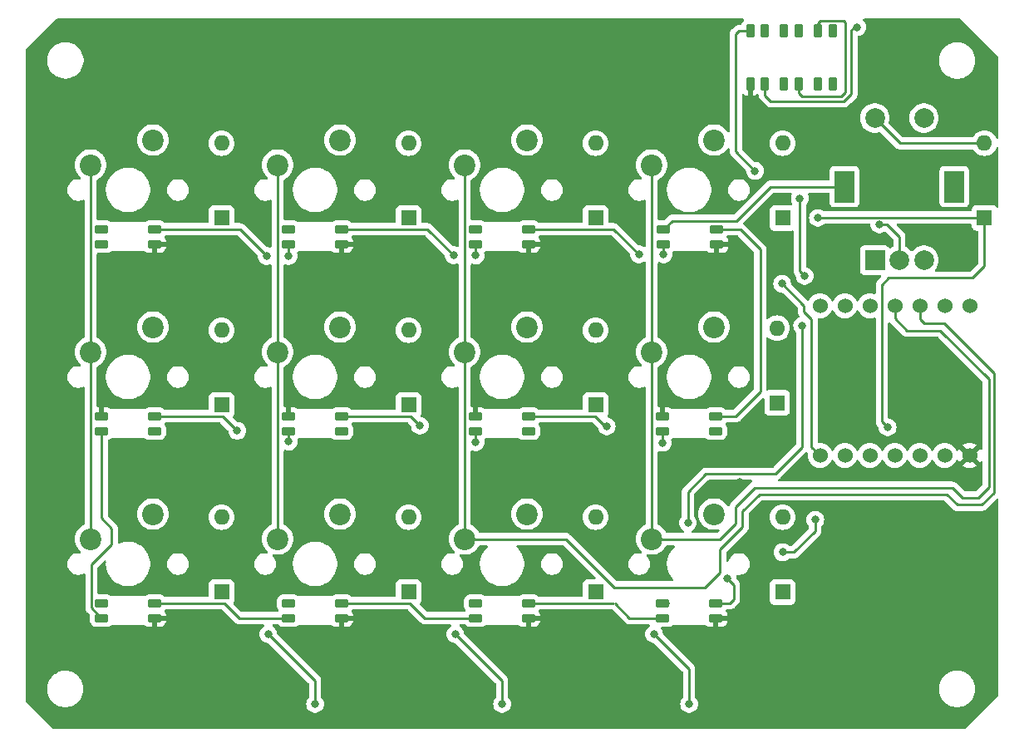
<source format=gbr>
%TF.GenerationSoftware,KiCad,Pcbnew,8.0.6*%
%TF.CreationDate,2025-07-07T10:53:34-04:00*%
%TF.ProjectId,tronzpad,74726f6e-7a70-4616-942e-6b696361645f,rev?*%
%TF.SameCoordinates,Original*%
%TF.FileFunction,Copper,L2,Bot*%
%TF.FilePolarity,Positive*%
%FSLAX46Y46*%
G04 Gerber Fmt 4.6, Leading zero omitted, Abs format (unit mm)*
G04 Created by KiCad (PCBNEW 8.0.6) date 2025-07-07 10:53:34*
%MOMM*%
%LPD*%
G01*
G04 APERTURE LIST*
G04 Aperture macros list*
%AMRoundRect*
0 Rectangle with rounded corners*
0 $1 Rounding radius*
0 $2 $3 $4 $5 $6 $7 $8 $9 X,Y pos of 4 corners*
0 Add a 4 corners polygon primitive as box body*
4,1,4,$2,$3,$4,$5,$6,$7,$8,$9,$2,$3,0*
0 Add four circle primitives for the rounded corners*
1,1,$1+$1,$2,$3*
1,1,$1+$1,$4,$5*
1,1,$1+$1,$6,$7*
1,1,$1+$1,$8,$9*
0 Add four rect primitives between the rounded corners*
20,1,$1+$1,$2,$3,$4,$5,0*
20,1,$1+$1,$4,$5,$6,$7,0*
20,1,$1+$1,$6,$7,$8,$9,0*
20,1,$1+$1,$8,$9,$2,$3,0*%
G04 Aperture macros list end*
%TA.AperFunction,ComponentPad*%
%ADD10C,2.200000*%
%TD*%
%TA.AperFunction,ComponentPad*%
%ADD11C,1.524000*%
%TD*%
%TA.AperFunction,ComponentPad*%
%ADD12R,2.000000X2.000000*%
%TD*%
%TA.AperFunction,ComponentPad*%
%ADD13C,2.000000*%
%TD*%
%TA.AperFunction,ComponentPad*%
%ADD14R,2.000000X3.200000*%
%TD*%
%TA.AperFunction,ComponentPad*%
%ADD15R,1.600000X1.600000*%
%TD*%
%TA.AperFunction,ComponentPad*%
%ADD16O,1.600000X1.600000*%
%TD*%
%TA.AperFunction,SMDPad,CuDef*%
%ADD17RoundRect,0.205000X0.495000X0.205000X-0.495000X0.205000X-0.495000X-0.205000X0.495000X-0.205000X0*%
%TD*%
%TA.AperFunction,SMDPad,CuDef*%
%ADD18RoundRect,0.205000X-0.205000X0.495000X-0.205000X-0.495000X0.205000X-0.495000X0.205000X0.495000X0*%
%TD*%
%TA.AperFunction,SMDPad,CuDef*%
%ADD19RoundRect,0.205000X-0.495000X-0.205000X0.495000X-0.205000X0.495000X0.205000X-0.495000X0.205000X0*%
%TD*%
%TA.AperFunction,ViaPad*%
%ADD20C,0.800000*%
%TD*%
%TA.AperFunction,Conductor*%
%ADD21C,0.250000*%
%TD*%
G04 APERTURE END LIST*
D10*
%TO.P,S10,1,1*%
%TO.N,Net-(D10-A)*%
X131548971Y-114780767D03*
%TO.P,S10,2,2*%
%TO.N,COLUMN 1*%
X125198971Y-117320767D03*
%TD*%
D11*
%TO.P,U1,1,GPIO26/ADC0/A0*%
%TO.N,COLUMN 0*%
X195685471Y-93553267D03*
%TO.P,U1,2,GPIO27/ADC1/A1*%
%TO.N,COLUMN 1*%
X193145471Y-93553267D03*
%TO.P,U1,3,GPIO28/ADC2/A2*%
%TO.N,COLUMN 2*%
X190605471Y-93553267D03*
%TO.P,U1,4,GPIO29/ADC3/A3*%
%TO.N,COLUMN 3*%
X188065471Y-93553267D03*
%TO.P,U1,5,GPIO6/SDA*%
%TO.N,COLUMN 4*%
X185525471Y-93553267D03*
%TO.P,U1,6,GPIO7/SCL*%
%TO.N,ROTARY 2*%
X182985471Y-93553267D03*
%TO.P,U1,7,GPIO0/TX*%
%TO.N,ROTARY 3*%
X180445471Y-93553267D03*
%TO.P,U1,8,GPIO1/RX*%
%TO.N,RGB_LED*%
X180445471Y-108793267D03*
%TO.P,U1,9,GPIO2/SCK*%
%TO.N,ROW 2*%
X182985471Y-108793267D03*
%TO.P,U1,10,GPIO4/MISO*%
%TO.N,ROW 1*%
X185525471Y-108793267D03*
%TO.P,U1,11,GPIO3/MOSI*%
%TO.N,ROW 0*%
X188065471Y-108793267D03*
%TO.P,U1,12,3V3*%
%TO.N,3.3V*%
X190605471Y-108793267D03*
%TO.P,U1,13,GND*%
%TO.N,GND*%
X193145471Y-108793267D03*
%TO.P,U1,14,VBUS*%
%TO.N,VBUS*%
X195685471Y-108793267D03*
%TD*%
D10*
%TO.P,S5,1,1*%
%TO.N,Net-(D5-A)*%
X112498971Y-95730767D03*
%TO.P,S5,2,2*%
%TO.N,COLUMN 0*%
X106148971Y-98270767D03*
%TD*%
%TO.P,S2,1,1*%
%TO.N,Net-(D2-A)*%
X131548971Y-76680767D03*
%TO.P,S2,2,2*%
%TO.N,COLUMN 1*%
X125198971Y-79220767D03*
%TD*%
%TO.P,S3,1,1*%
%TO.N,Net-(D3-A)*%
X150598971Y-76680767D03*
%TO.P,S3,2,2*%
%TO.N,COLUMN 2*%
X144248971Y-79220767D03*
%TD*%
%TO.P,S9,1,1*%
%TO.N,Net-(D9-A)*%
X112498971Y-114780767D03*
%TO.P,S9,2,2*%
%TO.N,COLUMN 0*%
X106148971Y-117320767D03*
%TD*%
%TO.P,S1,1,1*%
%TO.N,Net-(D1-A)*%
X112498971Y-76680767D03*
%TO.P,S1,2,2*%
%TO.N,COLUMN 0*%
X106148971Y-79220767D03*
%TD*%
%TO.P,S4,1,1*%
%TO.N,Net-(D4-A)*%
X169648971Y-76680767D03*
%TO.P,S4,2,2*%
%TO.N,COLUMN 3*%
X163298971Y-79220767D03*
%TD*%
%TO.P,S7,1,1*%
%TO.N,Net-(D7-A)*%
X150598971Y-95730767D03*
%TO.P,S7,2,2*%
%TO.N,COLUMN 2*%
X144248971Y-98270767D03*
%TD*%
%TO.P,S6,1,1*%
%TO.N,Net-(D6-A)*%
X131548971Y-95730767D03*
%TO.P,S6,2,2*%
%TO.N,COLUMN 1*%
X125198971Y-98270767D03*
%TD*%
D12*
%TO.P,SW1,A,A*%
%TO.N,ROTARY 2*%
X186027571Y-88923267D03*
D13*
%TO.P,SW1,B,B*%
%TO.N,ROTARY 3*%
X191027571Y-88923267D03*
%TO.P,SW1,C,C*%
%TO.N,GND*%
X188527571Y-88923267D03*
D14*
%TO.P,SW1,MP,MP*%
X182927571Y-81423267D03*
X194127571Y-81423267D03*
D13*
%TO.P,SW1,S1,S1*%
%TO.N,COLUMN 4*%
X191027571Y-74423267D03*
%TO.P,SW1,S2,S2*%
%TO.N,ROTARY 1o*%
X186027571Y-74423267D03*
%TD*%
D10*
%TO.P,S11,1,1*%
%TO.N,Net-(D11-A)*%
X150598971Y-114780767D03*
%TO.P,S11,2,2*%
%TO.N,COLUMN 2*%
X144248971Y-117320767D03*
%TD*%
%TO.P,S12,1,1*%
%TO.N,Net-(D12-A)*%
X169648971Y-114780767D03*
%TO.P,S12,2,2*%
%TO.N,COLUMN 3*%
X163298971Y-117320767D03*
%TD*%
%TO.P,S8,1,1*%
%TO.N,Net-(D8-A)*%
X169648971Y-95730767D03*
%TO.P,S8,2,2*%
%TO.N,COLUMN 3*%
X163298971Y-98270767D03*
%TD*%
D15*
%TO.P,D28,1,K*%
%TO.N,ROW 0*%
X197190000Y-84610000D03*
D16*
%TO.P,D28,2,A*%
%TO.N,ROTARY 1o*%
X197190000Y-76990000D03*
%TD*%
D15*
%TO.P,D11,1,K*%
%TO.N,ROW 2*%
X157581571Y-122715267D03*
D16*
%TO.P,D11,2,A*%
%TO.N,Net-(D11-A)*%
X157581571Y-115095267D03*
%TD*%
D17*
%TO.P,D18,1,VDD*%
%TO.N,VBUS*%
X107257571Y-104820467D03*
%TO.P,D18,2,DOUT*%
%TO.N,Net-(D18-DOUT)*%
X107257571Y-106320467D03*
%TO.P,D18,3,VSS*%
%TO.N,GND*%
X112657571Y-106320467D03*
%TO.P,D18,4,DIN*%
%TO.N,Net-(D17-DOUT)*%
X112657571Y-104820467D03*
%TD*%
D18*
%TO.P,D24,1,VDD*%
%TO.N,VBUS*%
X173333971Y-70973267D03*
%TO.P,D24,2,DOUT*%
%TO.N,Net-(D24-DOUT)*%
X174833971Y-70973267D03*
%TO.P,D24,3,VSS*%
%TO.N,GND*%
X174833971Y-65573267D03*
%TO.P,D24,4,DIN*%
%TO.N,Net-(D23-DOUT)*%
X173333971Y-65573267D03*
%TD*%
D15*
%TO.P,D1,1,K*%
%TO.N,ROW 0*%
X119482371Y-84616067D03*
D16*
%TO.P,D1,2,A*%
%TO.N,Net-(D1-A)*%
X119482371Y-76996067D03*
%TD*%
D15*
%TO.P,D7,1,K*%
%TO.N,ROW 1*%
X157583971Y-103668267D03*
D16*
%TO.P,D7,2,A*%
%TO.N,Net-(D7-A)*%
X157583971Y-96048267D03*
%TD*%
D15*
%TO.P,D2,1,K*%
%TO.N,ROW 0*%
X138531971Y-84616067D03*
D16*
%TO.P,D2,2,A*%
%TO.N,Net-(D2-A)*%
X138531971Y-76996067D03*
%TD*%
D19*
%TO.P,D20,1,VDD*%
%TO.N,VBUS*%
X131707171Y-125370067D03*
%TO.P,D20,2,DOUT*%
%TO.N,Net-(D20-DOUT)*%
X131707171Y-123870067D03*
%TO.P,D20,3,VSS*%
%TO.N,GND*%
X126307171Y-123870067D03*
%TO.P,D20,4,DIN*%
%TO.N,Net-(D19-DOUT)*%
X126307171Y-125370067D03*
%TD*%
%TO.P,D13,1,VDD*%
%TO.N,VBUS*%
X131707171Y-87270867D03*
%TO.P,D13,2,DOUT*%
%TO.N,Net-(D13-DOUT)*%
X131707171Y-85770867D03*
%TO.P,D13,3,VSS*%
%TO.N,GND*%
X126307171Y-85770867D03*
%TO.P,D13,4,DIN*%
%TO.N,Net-(D13-DIN)*%
X126307171Y-87270867D03*
%TD*%
%TO.P,D15,1,VDD*%
%TO.N,VBUS*%
X169918971Y-87270867D03*
%TO.P,D15,2,DOUT*%
%TO.N,Net-(D15-DOUT)*%
X169918971Y-85770867D03*
%TO.P,D15,3,VSS*%
%TO.N,GND*%
X164518971Y-85770867D03*
%TO.P,D15,4,DIN*%
%TO.N,Net-(D14-DOUT)*%
X164518971Y-87270867D03*
%TD*%
D15*
%TO.P,D3,1,K*%
%TO.N,ROW 0*%
X157581571Y-84616067D03*
D16*
%TO.P,D3,2,A*%
%TO.N,Net-(D3-A)*%
X157581571Y-76996067D03*
%TD*%
D15*
%TO.P,D10,1,K*%
%TO.N,ROW 2*%
X138531971Y-122715267D03*
D16*
%TO.P,D10,2,A*%
%TO.N,Net-(D10-A)*%
X138531971Y-115095267D03*
%TD*%
D19*
%TO.P,D19,1,VDD*%
%TO.N,VBUS*%
X112657571Y-125370067D03*
%TO.P,D19,2,DOUT*%
%TO.N,Net-(D19-DOUT)*%
X112657571Y-123870067D03*
%TO.P,D19,3,VSS*%
%TO.N,GND*%
X107257571Y-123870067D03*
%TO.P,D19,4,DIN*%
%TO.N,Net-(D18-DOUT)*%
X107257571Y-125370067D03*
%TD*%
D15*
%TO.P,D5,1,K*%
%TO.N,ROW 1*%
X119483971Y-103668267D03*
D16*
%TO.P,D5,2,A*%
%TO.N,Net-(D5-A)*%
X119483971Y-96048267D03*
%TD*%
D18*
%TO.P,D27,1,VDD*%
%TO.N,VBUS*%
X180233971Y-70973267D03*
%TO.P,D27,2,DOUT*%
%TO.N,unconnected-(D27-DOUT-Pad2)*%
X181733971Y-70973267D03*
%TO.P,D27,3,VSS*%
%TO.N,GND*%
X181733971Y-65573267D03*
%TO.P,D27,4,DIN*%
%TO.N,Net-(D26-DOUT)*%
X180233971Y-65573267D03*
%TD*%
D15*
%TO.P,D9,1,K*%
%TO.N,ROW 2*%
X119482371Y-122715267D03*
D16*
%TO.P,D9,2,A*%
%TO.N,Net-(D9-A)*%
X119482371Y-115095267D03*
%TD*%
D19*
%TO.P,D14,1,VDD*%
%TO.N,VBUS*%
X150756771Y-87270867D03*
%TO.P,D14,2,DOUT*%
%TO.N,Net-(D14-DOUT)*%
X150756771Y-85770867D03*
%TO.P,D14,3,VSS*%
%TO.N,GND*%
X145356771Y-85770867D03*
%TO.P,D14,4,DIN*%
%TO.N,Net-(D13-DOUT)*%
X145356771Y-87270867D03*
%TD*%
D15*
%TO.P,D6,1,K*%
%TO.N,ROW 1*%
X138533971Y-103668267D03*
D16*
%TO.P,D6,2,A*%
%TO.N,Net-(D6-A)*%
X138533971Y-96048267D03*
%TD*%
D17*
%TO.P,D21,1,VDD*%
%TO.N,VBUS*%
X164404971Y-104820467D03*
%TO.P,D21,2,DOUT*%
%TO.N,Net-(D16-DIN)*%
X164404971Y-106320467D03*
%TO.P,D21,3,VSS*%
%TO.N,GND*%
X169804971Y-106320467D03*
%TO.P,D21,4,DIN*%
%TO.N,Net-(D15-DOUT)*%
X169804971Y-104820467D03*
%TD*%
D19*
%TO.P,D25,1,VDD*%
%TO.N,VBUS*%
X112657571Y-87270867D03*
%TO.P,D25,2,DOUT*%
%TO.N,Net-(D13-DIN)*%
X112657571Y-85770867D03*
%TO.P,D25,3,VSS*%
%TO.N,GND*%
X107257571Y-85770867D03*
%TO.P,D25,4,DIN*%
%TO.N,RGB_LED*%
X107257571Y-87270867D03*
%TD*%
D18*
%TO.P,D26,1,VDD*%
%TO.N,VBUS*%
X176783971Y-70973267D03*
%TO.P,D26,2,DOUT*%
%TO.N,Net-(D26-DOUT)*%
X178283971Y-70973267D03*
%TO.P,D26,3,VSS*%
%TO.N,GND*%
X178283971Y-65573267D03*
%TO.P,D26,4,DIN*%
%TO.N,Net-(D24-DOUT)*%
X176783971Y-65573267D03*
%TD*%
D19*
%TO.P,D23,1,VDD*%
%TO.N,VBUS*%
X169825000Y-125370067D03*
%TO.P,D23,2,DOUT*%
%TO.N,Net-(D23-DOUT)*%
X169825000Y-123870067D03*
%TO.P,D23,3,VSS*%
%TO.N,GND*%
X164425000Y-123870067D03*
%TO.P,D23,4,DIN*%
%TO.N,Net-(D22-DOUT)*%
X164425000Y-125370067D03*
%TD*%
D15*
%TO.P,D4,1,K*%
%TO.N,ROW 0*%
X176633971Y-84618267D03*
D16*
%TO.P,D4,2,A*%
%TO.N,Net-(D4-A)*%
X176633971Y-76998267D03*
%TD*%
D17*
%TO.P,D17,1,VDD*%
%TO.N,VBUS*%
X126307171Y-104820467D03*
%TO.P,D17,2,DOUT*%
%TO.N,Net-(D17-DOUT)*%
X126307171Y-106320467D03*
%TO.P,D17,3,VSS*%
%TO.N,GND*%
X131707171Y-106320467D03*
%TO.P,D17,4,DIN*%
%TO.N,Net-(D16-DOUT)*%
X131707171Y-104820467D03*
%TD*%
D15*
%TO.P,D12,1,K*%
%TO.N,ROW 2*%
X176633971Y-122715267D03*
D16*
%TO.P,D12,2,A*%
%TO.N,Net-(D12-A)*%
X176633971Y-115095267D03*
%TD*%
D15*
%TO.P,D8,1,K*%
%TO.N,ROW 1*%
X176073971Y-103453267D03*
D16*
%TO.P,D8,2,A*%
%TO.N,Net-(D8-A)*%
X176073971Y-95833267D03*
%TD*%
D19*
%TO.P,D22,1,VDD*%
%TO.N,VBUS*%
X150756771Y-125370067D03*
%TO.P,D22,2,DOUT*%
%TO.N,Net-(D22-DOUT)*%
X150756771Y-123870067D03*
%TO.P,D22,3,VSS*%
%TO.N,GND*%
X145356771Y-123870067D03*
%TO.P,D22,4,DIN*%
%TO.N,Net-(D20-DOUT)*%
X145356771Y-125370067D03*
%TD*%
D17*
%TO.P,D16,1,VDD*%
%TO.N,VBUS*%
X145356771Y-104820467D03*
%TO.P,D16,2,DOUT*%
%TO.N,Net-(D16-DOUT)*%
X145356771Y-106320467D03*
%TO.P,D16,3,VSS*%
%TO.N,GND*%
X150756771Y-106320467D03*
%TO.P,D16,4,DIN*%
%TO.N,Net-(D16-DIN)*%
X150756771Y-104820467D03*
%TD*%
D20*
%TO.N,VBUS*%
X176783971Y-70973267D03*
X149123971Y-89953267D03*
X191180000Y-82960000D03*
X172270000Y-111530000D03*
X158733971Y-89973267D03*
X120848971Y-89783267D03*
X110743971Y-92473267D03*
X180233971Y-70973267D03*
X176783971Y-73923267D03*
X140343971Y-89943267D03*
X190170000Y-114810000D03*
X101963971Y-92463267D03*
X193500000Y-85970000D03*
X174050000Y-109330000D03*
X129628971Y-89793267D03*
X167513971Y-89983267D03*
%TO.N,RGB_LED*%
X107257571Y-87270867D03*
X176583971Y-91323267D03*
%TO.N,GND*%
X112657571Y-106320467D03*
X167106371Y-134144867D03*
X186480000Y-85280000D03*
X176640000Y-118670000D03*
X164518971Y-85770867D03*
X131707171Y-106320467D03*
X164723771Y-123870067D03*
X107257571Y-85770867D03*
X148056771Y-134144867D03*
X163537096Y-127004517D03*
X150756771Y-106320467D03*
X107257571Y-123870067D03*
X169804971Y-106320467D03*
X145356771Y-123870067D03*
X179960000Y-115360000D03*
X145356771Y-85770867D03*
X178283971Y-65573267D03*
X129007171Y-134144867D03*
X174833971Y-65573267D03*
X181733971Y-65573267D03*
X126307171Y-123870067D03*
X124246471Y-127004517D03*
X143296471Y-127004517D03*
X126307171Y-85770867D03*
%TO.N,Net-(D13-DOUT)*%
X145356771Y-88436067D03*
X143103971Y-88403267D03*
%TO.N,Net-(D14-DOUT)*%
X164518971Y-88313267D03*
X161988971Y-88323267D03*
%TO.N,Net-(D16-DOUT)*%
X145373971Y-107463267D03*
X139683971Y-105783267D03*
%TO.N,ROW 0*%
X180230000Y-84610000D03*
X187330000Y-105950000D03*
%TO.N,Net-(D16-DIN)*%
X164408971Y-107523267D03*
X158718971Y-105843267D03*
%TO.N,Net-(D17-DOUT)*%
X126307171Y-107406467D03*
X121073971Y-106293267D03*
%TO.N,Net-(D13-DIN)*%
X124073971Y-88483267D03*
X126307171Y-88480067D03*
%TO.N,Net-(D23-DOUT)*%
X178633971Y-95573267D03*
X166983971Y-115673267D03*
X178883971Y-90523267D03*
X178383971Y-82623267D03*
X171033971Y-121373267D03*
X173833971Y-79823267D03*
%TO.N,Net-(D24-DOUT)*%
X184233971Y-65173267D03*
X176783971Y-65573267D03*
%TD*%
D21*
%TO.N,RGB_LED*%
X176583971Y-91323267D02*
X178813971Y-93553267D01*
X179590000Y-107937796D02*
X180445471Y-108793267D01*
X178813971Y-93553267D02*
X178813971Y-94173971D01*
X178813971Y-94173971D02*
X179590000Y-94950000D01*
X179590000Y-94950000D02*
X179590000Y-107937796D01*
%TO.N,GND*%
X177780000Y-118670000D02*
X179960000Y-116490000D01*
X167106371Y-130573792D02*
X163537096Y-127004517D01*
X167106371Y-134144867D02*
X167106371Y-130573792D01*
X164518971Y-85770867D02*
X165393971Y-84895867D01*
X171941371Y-84895867D02*
X175413971Y-81423267D01*
X124246471Y-127004517D02*
X129007171Y-131765217D01*
X129007171Y-131765217D02*
X129007171Y-134144867D01*
X148056771Y-131764817D02*
X148056771Y-134144867D01*
X187290000Y-85280000D02*
X188527571Y-86517571D01*
X143296471Y-127004517D02*
X148056771Y-131764817D01*
X176640000Y-118670000D02*
X177780000Y-118670000D01*
X175413971Y-81423267D02*
X182927571Y-81423267D01*
X179960000Y-116490000D02*
X179960000Y-115360000D01*
X165393971Y-84895867D02*
X171941371Y-84895867D01*
X188527571Y-86517571D02*
X188527571Y-88923267D01*
X186480000Y-85280000D02*
X187290000Y-85280000D01*
%TO.N,Net-(D13-DOUT)*%
X143103971Y-88403267D02*
X143133971Y-88433267D01*
X143103971Y-88403267D02*
X140471571Y-85770867D01*
X145356771Y-88436067D02*
X145356771Y-87270867D01*
X140471571Y-85770867D02*
X131707171Y-85770867D01*
%TO.N,Net-(D14-DOUT)*%
X164518971Y-87270867D02*
X164518971Y-88313267D01*
X150756771Y-85770867D02*
X159436571Y-85770867D01*
X159436571Y-85770867D02*
X161988971Y-88323267D01*
%TO.N,Net-(D15-DOUT)*%
X174348971Y-102313267D02*
X174348971Y-87803267D01*
X169804971Y-104820467D02*
X171841771Y-104820467D01*
X174348971Y-87803267D02*
X172316571Y-85770867D01*
X172316571Y-85770867D02*
X169918971Y-85770867D01*
X171841771Y-104820467D02*
X174348971Y-102313267D01*
%TO.N,Net-(D16-DOUT)*%
X145356771Y-107446067D02*
X145356771Y-106320467D01*
X131707171Y-104820467D02*
X138721171Y-104820467D01*
X145373971Y-107463267D02*
X145356771Y-107446067D01*
X138721171Y-104820467D02*
X139683971Y-105783267D01*
%TO.N,COLUMN 2*%
X170253971Y-118413267D02*
X172543971Y-116123267D01*
X172543971Y-116123267D02*
X172543971Y-114493267D01*
X198140000Y-100420000D02*
X193090000Y-95370000D01*
X172543971Y-114493267D02*
X174277238Y-112760000D01*
X193090000Y-95370000D02*
X191090000Y-95370000D01*
X144248971Y-79220767D02*
X144248971Y-117320767D01*
X144248971Y-117320767D02*
X154551471Y-117320767D01*
X194420000Y-113840000D02*
X196930000Y-113840000D01*
X168741471Y-122235767D02*
X170253971Y-120723267D01*
X198140000Y-112630000D02*
X198140000Y-100420000D01*
X196930000Y-113840000D02*
X198140000Y-112630000D01*
X191090000Y-95370000D02*
X190605471Y-94885471D01*
X190605471Y-94885471D02*
X190605471Y-93553267D01*
X159466471Y-122235767D02*
X168741471Y-122235767D01*
X193340000Y-112760000D02*
X194420000Y-113840000D01*
X170253971Y-120723267D02*
X170253971Y-118413267D01*
X174277238Y-112760000D02*
X193340000Y-112760000D01*
X154551471Y-117320767D02*
X159466471Y-122235767D01*
%TO.N,ROW 0*%
X180230000Y-84610000D02*
X180285000Y-84555000D01*
X187330000Y-105950000D02*
X186750000Y-105370000D01*
X186750000Y-91430000D02*
X187460000Y-90720000D01*
X186750000Y-105370000D02*
X186750000Y-91430000D01*
X187460000Y-90720000D02*
X195950000Y-90720000D01*
X197190000Y-89480000D02*
X197190000Y-84610000D01*
X197135000Y-84555000D02*
X197190000Y-84610000D01*
X180285000Y-84555000D02*
X197135000Y-84555000D01*
X195950000Y-90720000D02*
X197190000Y-89480000D01*
%TO.N,COLUMN 0*%
X106148971Y-79220767D02*
X106148971Y-117320767D01*
%TO.N,COLUMN 1*%
X125198971Y-79220767D02*
X125198971Y-117320767D01*
%TO.N,COLUMN 3*%
X163298971Y-79220767D02*
X163298971Y-117320767D01*
X171820000Y-114067238D02*
X173793971Y-112093267D01*
X194929455Y-113100000D02*
X196530000Y-113100000D01*
X173793971Y-112093267D02*
X193922722Y-112093267D01*
X188065471Y-94875471D02*
X188065471Y-93553267D01*
X196530000Y-113100000D02*
X197640000Y-111990000D01*
X170269233Y-117320767D02*
X171820000Y-115770000D01*
X193922722Y-112093267D02*
X194929455Y-113100000D01*
X197640000Y-101030000D02*
X192710000Y-96100000D01*
X189290000Y-96100000D02*
X188065471Y-94875471D01*
X171820000Y-115770000D02*
X171820000Y-114067238D01*
X192710000Y-96100000D02*
X189290000Y-96100000D01*
X197640000Y-111990000D02*
X197640000Y-101030000D01*
X163298971Y-117320767D02*
X170269233Y-117320767D01*
%TO.N,Net-(D16-DIN)*%
X150756771Y-104820467D02*
X157534771Y-104820467D01*
X157534771Y-104820467D02*
X158557571Y-105843267D01*
X164391771Y-107506067D02*
X164391771Y-106380467D01*
X164408971Y-107523267D02*
X164391771Y-107506067D01*
%TO.N,Net-(D17-DOUT)*%
X112657571Y-104820467D02*
X119601171Y-104820467D01*
X119601171Y-104820467D02*
X121073971Y-106293267D01*
X126307171Y-106320467D02*
X126307171Y-107406467D01*
X126307171Y-107406467D02*
X126313971Y-107413267D01*
%TO.N,Net-(D18-DOUT)*%
X106232571Y-119924667D02*
X108283971Y-117873267D01*
X108283971Y-116223267D02*
X107257571Y-115196867D01*
X107257571Y-115196867D02*
X107257571Y-106320467D01*
X108283971Y-117873267D02*
X108283971Y-116223267D01*
X107257571Y-125370067D02*
X106232571Y-124345067D01*
X106232571Y-124345067D02*
X106232571Y-119924667D01*
%TO.N,Net-(D19-DOUT)*%
X112657571Y-123870067D02*
X119780771Y-123870067D01*
X121280771Y-125370067D02*
X126307171Y-125370067D01*
X119780771Y-123870067D02*
X121280771Y-125370067D01*
%TO.N,Net-(D20-DOUT)*%
X140190771Y-125370067D02*
X145356771Y-125370067D01*
X138690771Y-123870067D02*
X140190771Y-125370067D01*
X131707171Y-123870067D02*
X138690771Y-123870067D01*
%TO.N,Net-(D22-DOUT)*%
X161030171Y-125370067D02*
X164723771Y-125370067D01*
X150756771Y-123870067D02*
X159368771Y-123870067D01*
X159530171Y-123870067D02*
X161030171Y-125370067D01*
%TO.N,ROTARY 1o*%
X186027571Y-74423267D02*
X188594304Y-76990000D01*
X188594304Y-76990000D02*
X197190000Y-76990000D01*
%TO.N,Net-(D13-DIN)*%
X121361571Y-85770867D02*
X124073971Y-88483267D01*
X112657571Y-85770867D02*
X121361571Y-85770867D01*
X126307171Y-87270867D02*
X126307171Y-88480067D01*
%TO.N,Net-(D23-DOUT)*%
X178383971Y-90023267D02*
X178383971Y-82623267D01*
X166983971Y-112523267D02*
X168833971Y-110673267D01*
X170123771Y-123870067D02*
X171237171Y-123870067D01*
X172183971Y-65573267D02*
X173333971Y-65573267D01*
X166983971Y-115673267D02*
X166983971Y-112523267D01*
X171858971Y-65898267D02*
X172183971Y-65573267D01*
X178633971Y-107973267D02*
X178633971Y-95573267D01*
X171683971Y-122023267D02*
X171033971Y-121373267D01*
X171858971Y-77848267D02*
X173833971Y-79823267D01*
X168833971Y-110673267D02*
X175933971Y-110673267D01*
X175933971Y-110673267D02*
X178633971Y-107973267D01*
X171683971Y-123423267D02*
X171683971Y-122023267D01*
X171858971Y-65898267D02*
X171858971Y-77848267D01*
X178883971Y-90523267D02*
X178383971Y-90023267D01*
X171237171Y-123870067D02*
X171683971Y-123423267D01*
X166983971Y-115673267D02*
X166933971Y-115723267D01*
%TO.N,Net-(D24-DOUT)*%
X183633971Y-65473267D02*
X183933971Y-65173267D01*
X174833971Y-72123267D02*
X174833971Y-70973267D01*
X175433971Y-72723267D02*
X174833971Y-72123267D01*
X183633971Y-71973267D02*
X183633971Y-65473267D01*
X183108971Y-72498267D02*
X182883971Y-72723267D01*
X183483971Y-72123267D02*
X183108971Y-72498267D01*
X183933971Y-65173267D02*
X184233971Y-65173267D01*
X183108971Y-72498267D02*
X183633971Y-71973267D01*
X182883971Y-72723267D02*
X175433971Y-72723267D01*
%TO.N,Net-(D26-DOUT)*%
X180508971Y-64548267D02*
X182858971Y-64548267D01*
X178283971Y-71923267D02*
X178283971Y-70973267D01*
X183033971Y-64723267D02*
X183033971Y-71773267D01*
X183033971Y-71773267D02*
X182583971Y-72223267D01*
X178583971Y-72223267D02*
X178283971Y-71923267D01*
X182858971Y-64548267D02*
X183033971Y-64723267D01*
X180233971Y-64823267D02*
X180508971Y-64548267D01*
X180233971Y-65573267D02*
X180233971Y-64823267D01*
X182583971Y-72223267D02*
X178583971Y-72223267D01*
%TD*%
%TA.AperFunction,Conductor*%
%TO.N,VBUS*%
G36*
X172663919Y-64332952D02*
G01*
X172709674Y-64385756D01*
X172719618Y-64454914D01*
X172690593Y-64518470D01*
X172684561Y-64524948D01*
X172569537Y-64639971D01*
X172569536Y-64639972D01*
X172480900Y-64786593D01*
X172477356Y-64797967D01*
X172457820Y-64860659D01*
X172419084Y-64918805D01*
X172355059Y-64946779D01*
X172339436Y-64947767D01*
X172122359Y-64947767D01*
X172001526Y-64971802D01*
X172001518Y-64971804D01*
X171887687Y-65018954D01*
X171785236Y-65087409D01*
X171785233Y-65087412D01*
X171511124Y-65361523D01*
X171460240Y-65412407D01*
X171460238Y-65412409D01*
X171416675Y-65455971D01*
X171373113Y-65499533D01*
X171349500Y-65534874D01*
X171345039Y-65541551D01*
X171304658Y-65601983D01*
X171291036Y-65634872D01*
X171291035Y-65634874D01*
X171257509Y-65715812D01*
X171257506Y-65715822D01*
X171233471Y-65836656D01*
X171233471Y-75763597D01*
X171213786Y-75830636D01*
X171160982Y-75876391D01*
X171091824Y-75886335D01*
X171028268Y-75857310D01*
X171003744Y-75828387D01*
X170947810Y-75737113D01*
X170947809Y-75737110D01*
X170902227Y-75683741D01*
X170784195Y-75545543D01*
X170657542Y-75437371D01*
X170592627Y-75381928D01*
X170592624Y-75381927D01*
X170377830Y-75250300D01*
X170145081Y-75153893D01*
X169900122Y-75095084D01*
X169648971Y-75075318D01*
X169397819Y-75095084D01*
X169152860Y-75153893D01*
X168920111Y-75250300D01*
X168705317Y-75381927D01*
X168705314Y-75381928D01*
X168513747Y-75545543D01*
X168350132Y-75737110D01*
X168350131Y-75737113D01*
X168218504Y-75951907D01*
X168122097Y-76184656D01*
X168063288Y-76429615D01*
X168043522Y-76680767D01*
X168063288Y-76931918D01*
X168122097Y-77176877D01*
X168218504Y-77409626D01*
X168350131Y-77624420D01*
X168350132Y-77624423D01*
X168370953Y-77648801D01*
X168513747Y-77815991D01*
X168623665Y-77909870D01*
X168705314Y-77979605D01*
X168705317Y-77979606D01*
X168920111Y-78111233D01*
X169124213Y-78195774D01*
X169152860Y-78207640D01*
X169397823Y-78266450D01*
X169648971Y-78286216D01*
X169900119Y-78266450D01*
X170145082Y-78207640D01*
X170377830Y-78111233D01*
X170592630Y-77979603D01*
X170784195Y-77815991D01*
X170947807Y-77624426D01*
X170996904Y-77544308D01*
X171003744Y-77533146D01*
X171055555Y-77486271D01*
X171124485Y-77474848D01*
X171188648Y-77502505D01*
X171227673Y-77560461D01*
X171233471Y-77597936D01*
X171233471Y-77909873D01*
X171251062Y-77998314D01*
X171257508Y-78030718D01*
X171304659Y-78144553D01*
X171304661Y-78144555D01*
X171304661Y-78144556D01*
X171338885Y-78195774D01*
X171338886Y-78195776D01*
X171373112Y-78247000D01*
X171464557Y-78338445D01*
X171464579Y-78338465D01*
X172895009Y-79768895D01*
X172928494Y-79830218D01*
X172930649Y-79843614D01*
X172935055Y-79885528D01*
X172948297Y-80011523D01*
X172948298Y-80011526D01*
X173006789Y-80191544D01*
X173006792Y-80191551D01*
X173101438Y-80355483D01*
X173189569Y-80453362D01*
X173228100Y-80496155D01*
X173381236Y-80607415D01*
X173381241Y-80607418D01*
X173554163Y-80684409D01*
X173554168Y-80684411D01*
X173739325Y-80723767D01*
X173739326Y-80723767D01*
X173928615Y-80723767D01*
X173928617Y-80723767D01*
X174113774Y-80684411D01*
X174286701Y-80607418D01*
X174439842Y-80496155D01*
X174566504Y-80355483D01*
X174661150Y-80191551D01*
X174719645Y-80011523D01*
X174739431Y-79823267D01*
X174719645Y-79635011D01*
X174661150Y-79454983D01*
X174566504Y-79291051D01*
X174439842Y-79150379D01*
X174439841Y-79150378D01*
X174286705Y-79039118D01*
X174286700Y-79039115D01*
X174113778Y-78962124D01*
X174113773Y-78962122D01*
X173967972Y-78931132D01*
X173928617Y-78922767D01*
X173928616Y-78922767D01*
X173869423Y-78922767D01*
X173802384Y-78903082D01*
X173781742Y-78886448D01*
X172520790Y-77625496D01*
X172487305Y-77564173D01*
X172484471Y-77537815D01*
X172484471Y-76998265D01*
X175328503Y-76998265D01*
X175328503Y-76998268D01*
X175348335Y-77224953D01*
X175348337Y-77224964D01*
X175407229Y-77444755D01*
X175407232Y-77444764D01*
X175503402Y-77650999D01*
X175503403Y-77651001D01*
X175633925Y-77837408D01*
X175794829Y-77998312D01*
X175794832Y-77998314D01*
X175981237Y-78128835D01*
X176187475Y-78225006D01*
X176407279Y-78283902D01*
X176569201Y-78298068D01*
X176633969Y-78303735D01*
X176633971Y-78303735D01*
X176633973Y-78303735D01*
X176690644Y-78298776D01*
X176860663Y-78283902D01*
X177080467Y-78225006D01*
X177286705Y-78128835D01*
X177473110Y-77998314D01*
X177634018Y-77837406D01*
X177764539Y-77651001D01*
X177860710Y-77444763D01*
X177919606Y-77224959D01*
X177939439Y-76998267D01*
X177939246Y-76996065D01*
X177919606Y-76771580D01*
X177919606Y-76771575D01*
X177860710Y-76551771D01*
X177764539Y-76345533D01*
X177634018Y-76159128D01*
X177634016Y-76159125D01*
X177473112Y-75998221D01*
X177286705Y-75867699D01*
X177286703Y-75867698D01*
X177080468Y-75771528D01*
X177080459Y-75771525D01*
X176860668Y-75712633D01*
X176860664Y-75712632D01*
X176860663Y-75712632D01*
X176860662Y-75712631D01*
X176860657Y-75712631D01*
X176633973Y-75692799D01*
X176633969Y-75692799D01*
X176407284Y-75712631D01*
X176407273Y-75712633D01*
X176187482Y-75771525D01*
X176187473Y-75771528D01*
X175981238Y-75867698D01*
X175981236Y-75867699D01*
X175794829Y-75998221D01*
X175633925Y-76159125D01*
X175503403Y-76345532D01*
X175503402Y-76345534D01*
X175407232Y-76551769D01*
X175407229Y-76551778D01*
X175348337Y-76771569D01*
X175348335Y-76771580D01*
X175328503Y-76998265D01*
X172484471Y-76998265D01*
X172484471Y-72120150D01*
X172504156Y-72053111D01*
X172556960Y-72007356D01*
X172626118Y-71997412D01*
X172684123Y-72023902D01*
X172685082Y-72022678D01*
X172690987Y-72027304D01*
X172837508Y-72115879D01*
X172837507Y-72115879D01*
X173000957Y-72166811D01*
X173000955Y-72166811D01*
X173071994Y-72173267D01*
X173083971Y-72173267D01*
X173083971Y-70847267D01*
X173103656Y-70780228D01*
X173156460Y-70734473D01*
X173207971Y-70723267D01*
X173459971Y-70723267D01*
X173527010Y-70742952D01*
X173572765Y-70795756D01*
X173583971Y-70847267D01*
X173583971Y-72173267D01*
X173595948Y-72173267D01*
X173666985Y-72166811D01*
X173830434Y-72115879D01*
X173976954Y-72027304D01*
X173995934Y-72008324D01*
X174057256Y-71974837D01*
X174126948Y-71979820D01*
X174171298Y-72008322D01*
X174172152Y-72009176D01*
X174205637Y-72070499D01*
X174208471Y-72096857D01*
X174208471Y-72184877D01*
X174225313Y-72269548D01*
X174232508Y-72305719D01*
X174246318Y-72339059D01*
X174246318Y-72339060D01*
X174279656Y-72419548D01*
X174279659Y-72419553D01*
X174306099Y-72459122D01*
X174306100Y-72459125D01*
X174306101Y-72459125D01*
X174348112Y-72522000D01*
X174439557Y-72613445D01*
X174439579Y-72613465D01*
X174944987Y-73118873D01*
X174945016Y-73118904D01*
X175035235Y-73209123D01*
X175035238Y-73209125D01*
X175086461Y-73243351D01*
X175137685Y-73277579D01*
X175218178Y-73310919D01*
X175251519Y-73324730D01*
X175311942Y-73336748D01*
X175372364Y-73348767D01*
X182945578Y-73348767D01*
X183006000Y-73336748D01*
X183066423Y-73324730D01*
X183066426Y-73324728D01*
X183066429Y-73324728D01*
X183099758Y-73310921D01*
X183099757Y-73310921D01*
X183099763Y-73310919D01*
X183180257Y-73277579D01*
X183231480Y-73243351D01*
X183231482Y-73243350D01*
X183244242Y-73234823D01*
X183282704Y-73209125D01*
X183369829Y-73122000D01*
X183369831Y-73121996D01*
X183594828Y-72897000D01*
X184032700Y-72459127D01*
X184032704Y-72459125D01*
X184119829Y-72372000D01*
X184164117Y-72305719D01*
X184188283Y-72269553D01*
X184194384Y-72254822D01*
X184229951Y-72168957D01*
X184232394Y-72163056D01*
X184235434Y-72155719D01*
X184259471Y-72034873D01*
X184259471Y-68458738D01*
X192569331Y-68458738D01*
X192569331Y-68701315D01*
X192600992Y-68941812D01*
X192663778Y-69176131D01*
X192750341Y-69385112D01*
X192756607Y-69400239D01*
X192877895Y-69610316D01*
X192877897Y-69610319D01*
X192877898Y-69610320D01*
X193025564Y-69802763D01*
X193025570Y-69802770D01*
X193197087Y-69974287D01*
X193197093Y-69974292D01*
X193389542Y-70121963D01*
X193599619Y-70243251D01*
X193823731Y-70336081D01*
X194058042Y-70398865D01*
X194228008Y-70421241D01*
X194298542Y-70430527D01*
X194298543Y-70430527D01*
X194541120Y-70430527D01*
X194611654Y-70421241D01*
X194781620Y-70398865D01*
X195015931Y-70336081D01*
X195240043Y-70243251D01*
X195450120Y-70121963D01*
X195642569Y-69974292D01*
X195814096Y-69802765D01*
X195961767Y-69610316D01*
X196083055Y-69400239D01*
X196175885Y-69176127D01*
X196238669Y-68941816D01*
X196270331Y-68701315D01*
X196270331Y-68458739D01*
X196268340Y-68443619D01*
X196238669Y-68218241D01*
X196238669Y-68218238D01*
X196175885Y-67983927D01*
X196083055Y-67759815D01*
X195961767Y-67549738D01*
X195814096Y-67357289D01*
X195814091Y-67357283D01*
X195642574Y-67185766D01*
X195642567Y-67185760D01*
X195450124Y-67038094D01*
X195450123Y-67038093D01*
X195450120Y-67038091D01*
X195240043Y-66916803D01*
X195240036Y-66916800D01*
X195015935Y-66823974D01*
X194781616Y-66761188D01*
X194541120Y-66729527D01*
X194541119Y-66729527D01*
X194298543Y-66729527D01*
X194298542Y-66729527D01*
X194058045Y-66761188D01*
X193823726Y-66823974D01*
X193599625Y-66916800D01*
X193599616Y-66916804D01*
X193389537Y-67038094D01*
X193197094Y-67185760D01*
X193197087Y-67185766D01*
X193025570Y-67357283D01*
X193025564Y-67357290D01*
X192877898Y-67549733D01*
X192756608Y-67759812D01*
X192756604Y-67759821D01*
X192663778Y-67983922D01*
X192600992Y-68218241D01*
X192569331Y-68458738D01*
X184259471Y-68458738D01*
X184259471Y-66188877D01*
X184279156Y-66121838D01*
X184331960Y-66076083D01*
X184357689Y-66067587D01*
X184513774Y-66034411D01*
X184686701Y-65957418D01*
X184839842Y-65846155D01*
X184966504Y-65705483D01*
X185061150Y-65541551D01*
X185119645Y-65361523D01*
X185139431Y-65173267D01*
X185119645Y-64985011D01*
X185061150Y-64804983D01*
X184966504Y-64641051D01*
X184857723Y-64520238D01*
X184827494Y-64457248D01*
X184836119Y-64387913D01*
X184880860Y-64334247D01*
X184947513Y-64313289D01*
X184949874Y-64313267D01*
X194682609Y-64313267D01*
X194749648Y-64332952D01*
X194770290Y-64349586D01*
X198597652Y-68176948D01*
X198631137Y-68238271D01*
X198633971Y-68264629D01*
X198633971Y-76450032D01*
X198614286Y-76517071D01*
X198561482Y-76562826D01*
X198492324Y-76572770D01*
X198428768Y-76543745D01*
X198397589Y-76502437D01*
X198361335Y-76424691D01*
X198320568Y-76337266D01*
X198195836Y-76159128D01*
X198190045Y-76150858D01*
X198029141Y-75989954D01*
X197842734Y-75859432D01*
X197842732Y-75859431D01*
X197636497Y-75763261D01*
X197636488Y-75763258D01*
X197416697Y-75704366D01*
X197416693Y-75704365D01*
X197416692Y-75704365D01*
X197416691Y-75704364D01*
X197416686Y-75704364D01*
X197190002Y-75684532D01*
X197189998Y-75684532D01*
X196963313Y-75704364D01*
X196963302Y-75704366D01*
X196743511Y-75763258D01*
X196743502Y-75763261D01*
X196537267Y-75859431D01*
X196537265Y-75859432D01*
X196350858Y-75989954D01*
X196189954Y-76150858D01*
X196077387Y-76311623D01*
X196022811Y-76355248D01*
X195975812Y-76364500D01*
X188904757Y-76364500D01*
X188837718Y-76344815D01*
X188817076Y-76328181D01*
X187491231Y-75002337D01*
X187457746Y-74941014D01*
X187458706Y-74884217D01*
X187512679Y-74671088D01*
X187533214Y-74423267D01*
X187533214Y-74423261D01*
X189521928Y-74423261D01*
X189521928Y-74423272D01*
X189542461Y-74671079D01*
X189542463Y-74671091D01*
X189603507Y-74912148D01*
X189703397Y-75139873D01*
X189839404Y-75348049D01*
X189839407Y-75348052D01*
X190007827Y-75531005D01*
X190204062Y-75683741D01*
X190257446Y-75712631D01*
X190350996Y-75763258D01*
X190422761Y-75802095D01*
X190657957Y-75882838D01*
X190903236Y-75923767D01*
X191151906Y-75923767D01*
X191397185Y-75882838D01*
X191632381Y-75802095D01*
X191851080Y-75683741D01*
X192047315Y-75531005D01*
X192215735Y-75348052D01*
X192351744Y-75139874D01*
X192451634Y-74912148D01*
X192512679Y-74671088D01*
X192533214Y-74423267D01*
X192512679Y-74175446D01*
X192451634Y-73934386D01*
X192351744Y-73706660D01*
X192215737Y-73498484D01*
X192194128Y-73475011D01*
X192047315Y-73315529D01*
X191851080Y-73162793D01*
X191851078Y-73162792D01*
X191851077Y-73162791D01*
X191632382Y-73044439D01*
X191632373Y-73044436D01*
X191397187Y-72963696D01*
X191151906Y-72922767D01*
X190903236Y-72922767D01*
X190657954Y-72963696D01*
X190422768Y-73044436D01*
X190422759Y-73044439D01*
X190204064Y-73162791D01*
X190007828Y-73315528D01*
X189839404Y-73498484D01*
X189703397Y-73706660D01*
X189603507Y-73934385D01*
X189542463Y-74175442D01*
X189542461Y-74175454D01*
X189521928Y-74423261D01*
X187533214Y-74423261D01*
X187512679Y-74175446D01*
X187451634Y-73934386D01*
X187351744Y-73706660D01*
X187215737Y-73498484D01*
X187194128Y-73475011D01*
X187047315Y-73315529D01*
X186851080Y-73162793D01*
X186851078Y-73162792D01*
X186851077Y-73162791D01*
X186632382Y-73044439D01*
X186632373Y-73044436D01*
X186397187Y-72963696D01*
X186151906Y-72922767D01*
X185903236Y-72922767D01*
X185657954Y-72963696D01*
X185422768Y-73044436D01*
X185422759Y-73044439D01*
X185204064Y-73162791D01*
X185007828Y-73315528D01*
X184839404Y-73498484D01*
X184703397Y-73706660D01*
X184603507Y-73934385D01*
X184542463Y-74175442D01*
X184542461Y-74175454D01*
X184521928Y-74423261D01*
X184521928Y-74423272D01*
X184542461Y-74671079D01*
X184542463Y-74671091D01*
X184603507Y-74912148D01*
X184703397Y-75139873D01*
X184839404Y-75348049D01*
X184839407Y-75348052D01*
X185007827Y-75531005D01*
X185204062Y-75683741D01*
X185257446Y-75712631D01*
X185350996Y-75763258D01*
X185422761Y-75802095D01*
X185657957Y-75882838D01*
X185903236Y-75923767D01*
X186151906Y-75923767D01*
X186397185Y-75882838D01*
X186476858Y-75855485D01*
X186546653Y-75852335D01*
X186604800Y-75885086D01*
X188195567Y-77475855D01*
X188195571Y-77475858D01*
X188298012Y-77544308D01*
X188298019Y-77544312D01*
X188360282Y-77570102D01*
X188411852Y-77591463D01*
X188431901Y-77595451D01*
X188444394Y-77597936D01*
X188532696Y-77615501D01*
X188532698Y-77615501D01*
X188662025Y-77615501D01*
X188662045Y-77615500D01*
X195975812Y-77615500D01*
X196042851Y-77635185D01*
X196077387Y-77668377D01*
X196189954Y-77829141D01*
X196350858Y-77990045D01*
X196362669Y-77998315D01*
X196537266Y-78120568D01*
X196743504Y-78216739D01*
X196743509Y-78216740D01*
X196743511Y-78216741D01*
X196766146Y-78222806D01*
X196963308Y-78275635D01*
X197125230Y-78289801D01*
X197189998Y-78295468D01*
X197190000Y-78295468D01*
X197190002Y-78295468D01*
X197246673Y-78290509D01*
X197416692Y-78275635D01*
X197636496Y-78216739D01*
X197842734Y-78120568D01*
X198029139Y-77990047D01*
X198190047Y-77829139D01*
X198320568Y-77642734D01*
X198397590Y-77477560D01*
X198443761Y-77425123D01*
X198510955Y-77405971D01*
X198577836Y-77426187D01*
X198623171Y-77479352D01*
X198633971Y-77529967D01*
X198633971Y-83462511D01*
X198614286Y-83529550D01*
X198561482Y-83575305D01*
X198492324Y-83585249D01*
X198428768Y-83556224D01*
X198410705Y-83536823D01*
X198358480Y-83467060D01*
X198347546Y-83452454D01*
X198347544Y-83452453D01*
X198347544Y-83452452D01*
X198232335Y-83366206D01*
X198232328Y-83366202D01*
X198097482Y-83315908D01*
X198097483Y-83315908D01*
X198037883Y-83309501D01*
X198037881Y-83309500D01*
X198037873Y-83309500D01*
X198037864Y-83309500D01*
X196342129Y-83309500D01*
X196342123Y-83309501D01*
X196282516Y-83315908D01*
X196147671Y-83366202D01*
X196147664Y-83366206D01*
X196032455Y-83452452D01*
X196032452Y-83452455D01*
X195946206Y-83567664D01*
X195946202Y-83567671D01*
X195895908Y-83702517D01*
X195889501Y-83762116D01*
X195889500Y-83762135D01*
X195889500Y-83805500D01*
X195869815Y-83872539D01*
X195817011Y-83918294D01*
X195765500Y-83929500D01*
X180865684Y-83929500D01*
X180798645Y-83909815D01*
X180792799Y-83905818D01*
X180682734Y-83825851D01*
X180682729Y-83825848D01*
X180509807Y-83748857D01*
X180509802Y-83748855D01*
X180364001Y-83717865D01*
X180324646Y-83709500D01*
X180135354Y-83709500D01*
X180102897Y-83716398D01*
X179950197Y-83748855D01*
X179950192Y-83748857D01*
X179777270Y-83825848D01*
X179777265Y-83825851D01*
X179624129Y-83937111D01*
X179497466Y-84077785D01*
X179402821Y-84241715D01*
X179402818Y-84241722D01*
X179348139Y-84410009D01*
X179344326Y-84421744D01*
X179324540Y-84610000D01*
X179344326Y-84798256D01*
X179344327Y-84798259D01*
X179402818Y-84978277D01*
X179402821Y-84978284D01*
X179497467Y-85142216D01*
X179568880Y-85221528D01*
X179624129Y-85282888D01*
X179777265Y-85394148D01*
X179777270Y-85394151D01*
X179950192Y-85471142D01*
X179950197Y-85471144D01*
X180135354Y-85510500D01*
X180135355Y-85510500D01*
X180324644Y-85510500D01*
X180324646Y-85510500D01*
X180509803Y-85471144D01*
X180682730Y-85394151D01*
X180835871Y-85282888D01*
X180891120Y-85221527D01*
X180950607Y-85184879D01*
X180983270Y-85180500D01*
X185452432Y-85180500D01*
X185519471Y-85200185D01*
X185565226Y-85252989D01*
X185575752Y-85291535D01*
X185594326Y-85468256D01*
X185594327Y-85468259D01*
X185652818Y-85648277D01*
X185652821Y-85648284D01*
X185747467Y-85812216D01*
X185843406Y-85918767D01*
X185874129Y-85952888D01*
X186027265Y-86064148D01*
X186027270Y-86064151D01*
X186200192Y-86141142D01*
X186200197Y-86141144D01*
X186385354Y-86180500D01*
X186385355Y-86180500D01*
X186574644Y-86180500D01*
X186574646Y-86180500D01*
X186759803Y-86141144D01*
X186932730Y-86064151D01*
X186995804Y-86018325D01*
X187061610Y-85994844D01*
X187129664Y-86010669D01*
X187156371Y-86030961D01*
X187865752Y-86740342D01*
X187899237Y-86801665D01*
X187902071Y-86828023D01*
X187902071Y-87481746D01*
X187882386Y-87548785D01*
X187837090Y-87590800D01*
X187704064Y-87662791D01*
X187704054Y-87662798D01*
X187648159Y-87706302D01*
X187583165Y-87731944D01*
X187514625Y-87718377D01*
X187472731Y-87682759D01*
X187471367Y-87680937D01*
X187471367Y-87680936D01*
X187385117Y-87565721D01*
X187349580Y-87539118D01*
X187269906Y-87479473D01*
X187269899Y-87479469D01*
X187135053Y-87429175D01*
X187135054Y-87429175D01*
X187075454Y-87422768D01*
X187075452Y-87422767D01*
X187075444Y-87422767D01*
X187075435Y-87422767D01*
X184979700Y-87422767D01*
X184979694Y-87422768D01*
X184920087Y-87429175D01*
X184785242Y-87479469D01*
X184785235Y-87479473D01*
X184670026Y-87565719D01*
X184670023Y-87565722D01*
X184583777Y-87680931D01*
X184583773Y-87680938D01*
X184533479Y-87815784D01*
X184527072Y-87875383D01*
X184527071Y-87875402D01*
X184527071Y-89971137D01*
X184527072Y-89971143D01*
X184533479Y-90030750D01*
X184583773Y-90165595D01*
X184583777Y-90165602D01*
X184670023Y-90280811D01*
X184670026Y-90280814D01*
X184785235Y-90367060D01*
X184785242Y-90367064D01*
X184920088Y-90417358D01*
X184920087Y-90417358D01*
X184927015Y-90418102D01*
X184979698Y-90423767D01*
X186572280Y-90423766D01*
X186639319Y-90443451D01*
X186685074Y-90496254D01*
X186695018Y-90565413D01*
X186665993Y-90628969D01*
X186659961Y-90635447D01*
X186504358Y-90791051D01*
X186351269Y-90944140D01*
X186351267Y-90944142D01*
X186307704Y-90987704D01*
X186264142Y-91031266D01*
X186233197Y-91077579D01*
X186233196Y-91077578D01*
X186195692Y-91133707D01*
X186195687Y-91133716D01*
X186175249Y-91183055D01*
X186175250Y-91183056D01*
X186161893Y-91215302D01*
X186158388Y-91223767D01*
X186148537Y-91247549D01*
X186148535Y-91247556D01*
X186124500Y-91368389D01*
X186124500Y-92245548D01*
X186104815Y-92312587D01*
X186052011Y-92358342D01*
X185982853Y-92368286D01*
X185964195Y-92363602D01*
X185964150Y-92363774D01*
X185745541Y-92305197D01*
X185745533Y-92305196D01*
X185525473Y-92285944D01*
X185525469Y-92285944D01*
X185305408Y-92305196D01*
X185305400Y-92305197D01*
X185092025Y-92362371D01*
X185092021Y-92362373D01*
X185089017Y-92363774D01*
X184891811Y-92455732D01*
X184891809Y-92455733D01*
X184710848Y-92582442D01*
X184554646Y-92738644D01*
X184427937Y-92919605D01*
X184427936Y-92919607D01*
X184367853Y-93048456D01*
X184321680Y-93100895D01*
X184254487Y-93120047D01*
X184187606Y-93099831D01*
X184143089Y-93048456D01*
X184098174Y-92952137D01*
X184083005Y-92919606D01*
X183956297Y-92738647D01*
X183800091Y-92582441D01*
X183800087Y-92582438D01*
X183800086Y-92582437D01*
X183619137Y-92455735D01*
X183619133Y-92455733D01*
X183521536Y-92410223D01*
X183418921Y-92362373D01*
X183418918Y-92362372D01*
X183418916Y-92362371D01*
X183205541Y-92305197D01*
X183205533Y-92305196D01*
X182985473Y-92285944D01*
X182985469Y-92285944D01*
X182765408Y-92305196D01*
X182765400Y-92305197D01*
X182552025Y-92362371D01*
X182552021Y-92362373D01*
X182549017Y-92363774D01*
X182351811Y-92455732D01*
X182351809Y-92455733D01*
X182170848Y-92582442D01*
X182014646Y-92738644D01*
X181887937Y-92919605D01*
X181887936Y-92919607D01*
X181827853Y-93048456D01*
X181781680Y-93100895D01*
X181714487Y-93120047D01*
X181647606Y-93099831D01*
X181603089Y-93048456D01*
X181558174Y-92952137D01*
X181543005Y-92919606D01*
X181416297Y-92738647D01*
X181260091Y-92582441D01*
X181260087Y-92582438D01*
X181260086Y-92582437D01*
X181079137Y-92455735D01*
X181079133Y-92455733D01*
X180981536Y-92410223D01*
X180878921Y-92362373D01*
X180878918Y-92362372D01*
X180878916Y-92362371D01*
X180665541Y-92305197D01*
X180665533Y-92305196D01*
X180445473Y-92285944D01*
X180445469Y-92285944D01*
X180225408Y-92305196D01*
X180225400Y-92305197D01*
X180012025Y-92362371D01*
X180012021Y-92362373D01*
X180009017Y-92363774D01*
X179811811Y-92455732D01*
X179811809Y-92455733D01*
X179630848Y-92582442D01*
X179474646Y-92738644D01*
X179347937Y-92919605D01*
X179347935Y-92919608D01*
X179332767Y-92952137D01*
X179286594Y-93004575D01*
X179219400Y-93023726D01*
X179152519Y-93003509D01*
X179132705Y-92987411D01*
X177522931Y-91377637D01*
X177489446Y-91316314D01*
X177487294Y-91302938D01*
X177469645Y-91135011D01*
X177411150Y-90954983D01*
X177316504Y-90791051D01*
X177189842Y-90650379D01*
X177160374Y-90628969D01*
X177036705Y-90539118D01*
X177036700Y-90539115D01*
X176863778Y-90462124D01*
X176863773Y-90462122D01*
X176717972Y-90431132D01*
X176678617Y-90422767D01*
X176489325Y-90422767D01*
X176456868Y-90429665D01*
X176304168Y-90462122D01*
X176304163Y-90462124D01*
X176131241Y-90539115D01*
X176131236Y-90539118D01*
X175978100Y-90650378D01*
X175851437Y-90791052D01*
X175756792Y-90954982D01*
X175756789Y-90954989D01*
X175698298Y-91135007D01*
X175698297Y-91135011D01*
X175678511Y-91323267D01*
X175698297Y-91511523D01*
X175698298Y-91511526D01*
X175756789Y-91691544D01*
X175756792Y-91691551D01*
X175851438Y-91855483D01*
X175978100Y-91996155D01*
X176131236Y-92107415D01*
X176131241Y-92107418D01*
X176304163Y-92184409D01*
X176304168Y-92184411D01*
X176489325Y-92223767D01*
X176548519Y-92223767D01*
X176615558Y-92243452D01*
X176636200Y-92260086D01*
X178152152Y-93776038D01*
X178185637Y-93837361D01*
X178188471Y-93863719D01*
X178188471Y-94235575D01*
X178210937Y-94348527D01*
X178212509Y-94356426D01*
X178259656Y-94470251D01*
X178259661Y-94470260D01*
X178286921Y-94511056D01*
X178286922Y-94511059D01*
X178324146Y-94566769D01*
X178345024Y-94633446D01*
X178326539Y-94700826D01*
X178274560Y-94747516D01*
X178271480Y-94748938D01*
X178181241Y-94789115D01*
X178181236Y-94789118D01*
X178028100Y-94900378D01*
X177901437Y-95041052D01*
X177806795Y-95204978D01*
X177806789Y-95204989D01*
X177752742Y-95371330D01*
X177748297Y-95385011D01*
X177728511Y-95573267D01*
X177748297Y-95761523D01*
X177748298Y-95761526D01*
X177806789Y-95941544D01*
X177806792Y-95941551D01*
X177901438Y-96105483D01*
X177944743Y-96153577D01*
X177976621Y-96188982D01*
X178006851Y-96251973D01*
X178008471Y-96271954D01*
X178008471Y-107662814D01*
X177988786Y-107729853D01*
X177972152Y-107750495D01*
X175711200Y-110011448D01*
X175649877Y-110044933D01*
X175623519Y-110047767D01*
X168772360Y-110047767D01*
X168711942Y-110059785D01*
X168674230Y-110067286D01*
X168651521Y-110071803D01*
X168651519Y-110071804D01*
X168618178Y-110085614D01*
X168537690Y-110118951D01*
X168537676Y-110118959D01*
X168435243Y-110187405D01*
X168435235Y-110187411D01*
X167463523Y-111159124D01*
X166585241Y-112037406D01*
X166585238Y-112037409D01*
X166541674Y-112080972D01*
X166498111Y-112124535D01*
X166475395Y-112158534D01*
X166475393Y-112158537D01*
X166429661Y-112226977D01*
X166429661Y-112226978D01*
X166429659Y-112226981D01*
X166405095Y-112286286D01*
X166382509Y-112340812D01*
X166382506Y-112340822D01*
X166358471Y-112461656D01*
X166358471Y-114974579D01*
X166338786Y-115041618D01*
X166326621Y-115057551D01*
X166251437Y-115141051D01*
X166156792Y-115304982D01*
X166156789Y-115304989D01*
X166098298Y-115485007D01*
X166098297Y-115485011D01*
X166078511Y-115673267D01*
X166098297Y-115861523D01*
X166098298Y-115861526D01*
X166156789Y-116041544D01*
X166156792Y-116041551D01*
X166251438Y-116205483D01*
X166307034Y-116267228D01*
X166378100Y-116346155D01*
X166531236Y-116457415D01*
X166531243Y-116457419D01*
X166532523Y-116457989D01*
X166533142Y-116458515D01*
X166536864Y-116460664D01*
X166536470Y-116461344D01*
X166585759Y-116503240D01*
X166606079Y-116570090D01*
X166587032Y-116637313D01*
X166534665Y-116683567D01*
X166482085Y-116695267D01*
X164855104Y-116695267D01*
X164788065Y-116675582D01*
X164742310Y-116622778D01*
X164740543Y-116618719D01*
X164729438Y-116591910D01*
X164729437Y-116591908D01*
X164597810Y-116377113D01*
X164597809Y-116377110D01*
X164538476Y-116307640D01*
X164434195Y-116185543D01*
X164265594Y-116041544D01*
X164242627Y-116021928D01*
X164242624Y-116021927D01*
X164027827Y-115890299D01*
X164027828Y-115890299D01*
X164001016Y-115879193D01*
X163946613Y-115835351D01*
X163924550Y-115769056D01*
X163924471Y-115764633D01*
X163924471Y-108484217D01*
X163944156Y-108417178D01*
X163996960Y-108371423D01*
X164066118Y-108361479D01*
X164098906Y-108370937D01*
X164129168Y-108384411D01*
X164314325Y-108423767D01*
X164314326Y-108423767D01*
X164503615Y-108423767D01*
X164503617Y-108423767D01*
X164688774Y-108384411D01*
X164861701Y-108307418D01*
X165014842Y-108196155D01*
X165141504Y-108055483D01*
X165236150Y-107891551D01*
X165294645Y-107711523D01*
X165314431Y-107523267D01*
X165294645Y-107335011D01*
X165264277Y-107241551D01*
X165262283Y-107171711D01*
X165298363Y-107111878D01*
X165318061Y-107097116D01*
X165332564Y-107088349D01*
X165396712Y-107070467D01*
X168813231Y-107070467D01*
X168877379Y-107088349D01*
X169018298Y-107173538D01*
X169018301Y-107173539D01*
X169018300Y-107173539D01*
X169076157Y-107191567D01*
X169181867Y-107224508D01*
X169252945Y-107230967D01*
X169252948Y-107230967D01*
X170356994Y-107230967D01*
X170356997Y-107230967D01*
X170428075Y-107224508D01*
X170591644Y-107173538D01*
X170738262Y-107084904D01*
X170859408Y-106963758D01*
X170948042Y-106817140D01*
X170999012Y-106653571D01*
X171005471Y-106582493D01*
X171005471Y-106058441D01*
X170999012Y-105987363D01*
X170948042Y-105823794D01*
X170859408Y-105677176D01*
X170859406Y-105677174D01*
X170859405Y-105677172D01*
X170840380Y-105658147D01*
X170806895Y-105596824D01*
X170811879Y-105527132D01*
X170840466Y-105482699D01*
X170840968Y-105482198D01*
X170902324Y-105448774D01*
X170928561Y-105445967D01*
X171903379Y-105445967D01*
X171903379Y-105445966D01*
X171975577Y-105431606D01*
X171975579Y-105431606D01*
X172024213Y-105421932D01*
X172024213Y-105421931D01*
X172024223Y-105421930D01*
X172057563Y-105408119D01*
X172138057Y-105374779D01*
X172189280Y-105340551D01*
X172240504Y-105306325D01*
X172327629Y-105219200D01*
X172327630Y-105219198D01*
X172334696Y-105212132D01*
X172334699Y-105212128D01*
X174561792Y-102985034D01*
X174623113Y-102951551D01*
X174692805Y-102956535D01*
X174748738Y-102998407D01*
X174773155Y-103063871D01*
X174773471Y-103072717D01*
X174773471Y-104301137D01*
X174773472Y-104301143D01*
X174779879Y-104360750D01*
X174830173Y-104495595D01*
X174830177Y-104495602D01*
X174916423Y-104610811D01*
X174916426Y-104610814D01*
X175031635Y-104697060D01*
X175031642Y-104697064D01*
X175166488Y-104747358D01*
X175166487Y-104747358D01*
X175173415Y-104748102D01*
X175226098Y-104753767D01*
X176921843Y-104753766D01*
X176981454Y-104747358D01*
X177116302Y-104697063D01*
X177231517Y-104610813D01*
X177317767Y-104495598D01*
X177368062Y-104360750D01*
X177374471Y-104301140D01*
X177374470Y-102605395D01*
X177368062Y-102545784D01*
X177354984Y-102510721D01*
X177317768Y-102410938D01*
X177317764Y-102410931D01*
X177231518Y-102295722D01*
X177231515Y-102295719D01*
X177116306Y-102209473D01*
X177116299Y-102209469D01*
X176981453Y-102159175D01*
X176981454Y-102159175D01*
X176921854Y-102152768D01*
X176921852Y-102152767D01*
X176921844Y-102152767D01*
X176921835Y-102152767D01*
X175226100Y-102152767D01*
X175226094Y-102152768D01*
X175166485Y-102159176D01*
X175141803Y-102168382D01*
X175072111Y-102173366D01*
X175010789Y-102139880D01*
X174977304Y-102078556D01*
X174974471Y-102052200D01*
X174974471Y-96872316D01*
X174994156Y-96805277D01*
X175046960Y-96759522D01*
X175116118Y-96749578D01*
X175179674Y-96778603D01*
X175186152Y-96784635D01*
X175234829Y-96833312D01*
X175281499Y-96865990D01*
X175421237Y-96963835D01*
X175627475Y-97060006D01*
X175847279Y-97118902D01*
X176009201Y-97133068D01*
X176073969Y-97138735D01*
X176073971Y-97138735D01*
X176073973Y-97138735D01*
X176130644Y-97133776D01*
X176300663Y-97118902D01*
X176520467Y-97060006D01*
X176726705Y-96963835D01*
X176913110Y-96833314D01*
X177074018Y-96672406D01*
X177204539Y-96486001D01*
X177300710Y-96279763D01*
X177359606Y-96059959D01*
X177379439Y-95833267D01*
X177359606Y-95606575D01*
X177303058Y-95395533D01*
X177300712Y-95386778D01*
X177300709Y-95386769D01*
X177292141Y-95368394D01*
X177204539Y-95180533D01*
X177074018Y-94994128D01*
X177074016Y-94994125D01*
X176913112Y-94833221D01*
X176726705Y-94702699D01*
X176726703Y-94702698D01*
X176520468Y-94606528D01*
X176520459Y-94606525D01*
X176300668Y-94547633D01*
X176300664Y-94547632D01*
X176300663Y-94547632D01*
X176300662Y-94547631D01*
X176300657Y-94547631D01*
X176073973Y-94527799D01*
X176073969Y-94527799D01*
X175847284Y-94547631D01*
X175847273Y-94547633D01*
X175627482Y-94606525D01*
X175627473Y-94606528D01*
X175421238Y-94702698D01*
X175421236Y-94702699D01*
X175234829Y-94833221D01*
X175186152Y-94881899D01*
X175124829Y-94915384D01*
X175055137Y-94910400D01*
X174999204Y-94868528D01*
X174974787Y-94803064D01*
X174974471Y-94794218D01*
X174974471Y-87871008D01*
X174974472Y-87870987D01*
X174974472Y-87741658D01*
X174950435Y-87620822D01*
X174950434Y-87620816D01*
X174903283Y-87506982D01*
X174834829Y-87404534D01*
X174834826Y-87404530D01*
X172809499Y-85379205D01*
X172809496Y-85379201D01*
X172809496Y-85379202D01*
X172802429Y-85372135D01*
X172802429Y-85372134D01*
X172715304Y-85285009D01*
X172673992Y-85257405D01*
X172629189Y-85203795D01*
X172620481Y-85134470D01*
X172650635Y-85071442D01*
X172655184Y-85066642D01*
X175636742Y-82085086D01*
X175698065Y-82051601D01*
X175724423Y-82048767D01*
X177461077Y-82048767D01*
X177528116Y-82068452D01*
X177573871Y-82121256D01*
X177583815Y-82190414D01*
X177568464Y-82234767D01*
X177556792Y-82254982D01*
X177556789Y-82254989D01*
X177498298Y-82435007D01*
X177498297Y-82435011D01*
X177478511Y-82623267D01*
X177498297Y-82811523D01*
X177498298Y-82811526D01*
X177556789Y-82991544D01*
X177556792Y-82991551D01*
X177640516Y-83136566D01*
X177656989Y-83204467D01*
X177634136Y-83270493D01*
X177579215Y-83313684D01*
X177519876Y-83321856D01*
X177481844Y-83317767D01*
X177481838Y-83317767D01*
X175786100Y-83317767D01*
X175786094Y-83317768D01*
X175726487Y-83324175D01*
X175591642Y-83374469D01*
X175591635Y-83374473D01*
X175476426Y-83460719D01*
X175476423Y-83460722D01*
X175390177Y-83575931D01*
X175390173Y-83575938D01*
X175339879Y-83710784D01*
X175333472Y-83770383D01*
X175333471Y-83770402D01*
X175333471Y-85466137D01*
X175333472Y-85466143D01*
X175339879Y-85525750D01*
X175390173Y-85660595D01*
X175390177Y-85660602D01*
X175476423Y-85775811D01*
X175476426Y-85775814D01*
X175591635Y-85862060D01*
X175591642Y-85862064D01*
X175726488Y-85912358D01*
X175726487Y-85912358D01*
X175733415Y-85913102D01*
X175786098Y-85918767D01*
X177481843Y-85918766D01*
X177541454Y-85912358D01*
X177591138Y-85893826D01*
X177660829Y-85888843D01*
X177722152Y-85922328D01*
X177755637Y-85983651D01*
X177758471Y-86010009D01*
X177758471Y-90084873D01*
X177778136Y-90183741D01*
X177782508Y-90205718D01*
X177782509Y-90205722D01*
X177829656Y-90319547D01*
X177829661Y-90319556D01*
X177861404Y-90367061D01*
X177861405Y-90367063D01*
X177898112Y-90422000D01*
X177898115Y-90422003D01*
X177945009Y-90468896D01*
X177978495Y-90530219D01*
X177980649Y-90543610D01*
X177998297Y-90711523D01*
X177998298Y-90711526D01*
X178056789Y-90891544D01*
X178056792Y-90891551D01*
X178151438Y-91055483D01*
X178278100Y-91196155D01*
X178431236Y-91307415D01*
X178431241Y-91307418D01*
X178604163Y-91384409D01*
X178604168Y-91384411D01*
X178789325Y-91423767D01*
X178789326Y-91423767D01*
X178978615Y-91423767D01*
X178978617Y-91423767D01*
X179163774Y-91384411D01*
X179336701Y-91307418D01*
X179489842Y-91196155D01*
X179616504Y-91055483D01*
X179711150Y-90891551D01*
X179769645Y-90711523D01*
X179789431Y-90523267D01*
X179769645Y-90335011D01*
X179711150Y-90154983D01*
X179616504Y-89991051D01*
X179489842Y-89850379D01*
X179489841Y-89850378D01*
X179336705Y-89739118D01*
X179336700Y-89739115D01*
X179163778Y-89662124D01*
X179163774Y-89662123D01*
X179107689Y-89650201D01*
X179046207Y-89617008D01*
X179012431Y-89555844D01*
X179009471Y-89528911D01*
X179009471Y-83321954D01*
X179029156Y-83254915D01*
X179041321Y-83238982D01*
X179072398Y-83204467D01*
X179116504Y-83155483D01*
X179211150Y-82991551D01*
X179269645Y-82811523D01*
X179289431Y-82623267D01*
X179269645Y-82435011D01*
X179211150Y-82254983D01*
X179199477Y-82234766D01*
X179183005Y-82166867D01*
X179205858Y-82100840D01*
X179260779Y-82057649D01*
X179306865Y-82048767D01*
X181303072Y-82048767D01*
X181370111Y-82068452D01*
X181415866Y-82121256D01*
X181427072Y-82172767D01*
X181427072Y-83071143D01*
X181433479Y-83130750D01*
X181483773Y-83265595D01*
X181483777Y-83265602D01*
X181570023Y-83380811D01*
X181570026Y-83380814D01*
X181685235Y-83467060D01*
X181685242Y-83467064D01*
X181820088Y-83517358D01*
X181820087Y-83517358D01*
X181827015Y-83518102D01*
X181879698Y-83523767D01*
X183975443Y-83523766D01*
X184035054Y-83517358D01*
X184169902Y-83467063D01*
X184285117Y-83380813D01*
X184371367Y-83265598D01*
X184421662Y-83130750D01*
X184428071Y-83071140D01*
X184428070Y-79775402D01*
X192627071Y-79775402D01*
X192627071Y-83071137D01*
X192627072Y-83071143D01*
X192633479Y-83130750D01*
X192683773Y-83265595D01*
X192683777Y-83265602D01*
X192770023Y-83380811D01*
X192770026Y-83380814D01*
X192885235Y-83467060D01*
X192885242Y-83467064D01*
X193020088Y-83517358D01*
X193020087Y-83517358D01*
X193027015Y-83518102D01*
X193079698Y-83523767D01*
X195175443Y-83523766D01*
X195235054Y-83517358D01*
X195369902Y-83467063D01*
X195485117Y-83380813D01*
X195571367Y-83265598D01*
X195621662Y-83130750D01*
X195628071Y-83071140D01*
X195628070Y-79775395D01*
X195621780Y-79716878D01*
X195621662Y-79715783D01*
X195571368Y-79580938D01*
X195571364Y-79580931D01*
X195485118Y-79465722D01*
X195485115Y-79465719D01*
X195369906Y-79379473D01*
X195369899Y-79379469D01*
X195235053Y-79329175D01*
X195235054Y-79329175D01*
X195175454Y-79322768D01*
X195175452Y-79322767D01*
X195175444Y-79322767D01*
X195175435Y-79322767D01*
X193079700Y-79322767D01*
X193079694Y-79322768D01*
X193020087Y-79329175D01*
X192885242Y-79379469D01*
X192885235Y-79379473D01*
X192770026Y-79465719D01*
X192770023Y-79465722D01*
X192683777Y-79580931D01*
X192683773Y-79580938D01*
X192633479Y-79715784D01*
X192627072Y-79775383D01*
X192627072Y-79775390D01*
X192627071Y-79775402D01*
X184428070Y-79775402D01*
X184428070Y-79775395D01*
X184421780Y-79716878D01*
X184421662Y-79715783D01*
X184371368Y-79580938D01*
X184371364Y-79580931D01*
X184285118Y-79465722D01*
X184285115Y-79465719D01*
X184169906Y-79379473D01*
X184169899Y-79379469D01*
X184035053Y-79329175D01*
X184035054Y-79329175D01*
X183975454Y-79322768D01*
X183975452Y-79322767D01*
X183975444Y-79322767D01*
X183975435Y-79322767D01*
X181879700Y-79322767D01*
X181879694Y-79322768D01*
X181820087Y-79329175D01*
X181685242Y-79379469D01*
X181685235Y-79379473D01*
X181570026Y-79465719D01*
X181570023Y-79465722D01*
X181483777Y-79580931D01*
X181483773Y-79580938D01*
X181433479Y-79715784D01*
X181427072Y-79775383D01*
X181427072Y-79775390D01*
X181427071Y-79775402D01*
X181427071Y-80673767D01*
X181407386Y-80740806D01*
X181354582Y-80786561D01*
X181303071Y-80797767D01*
X175475578Y-80797767D01*
X175352364Y-80797767D01*
X175330537Y-80802108D01*
X175308710Y-80806450D01*
X175308709Y-80806449D01*
X175231525Y-80821802D01*
X175231519Y-80821804D01*
X175220868Y-80826216D01*
X175220866Y-80826216D01*
X175220865Y-80826217D01*
X175117684Y-80868955D01*
X175117679Y-80868957D01*
X175015243Y-80937405D01*
X175015235Y-80937411D01*
X174928110Y-81024537D01*
X171718600Y-84234048D01*
X171657277Y-84267533D01*
X171630919Y-84270367D01*
X165455578Y-84270367D01*
X165332364Y-84270367D01*
X165302946Y-84276218D01*
X165273527Y-84282070D01*
X165273526Y-84282069D01*
X165211525Y-84294402D01*
X165211516Y-84294405D01*
X165164901Y-84313714D01*
X165164900Y-84313714D01*
X165097690Y-84341552D01*
X165097681Y-84341557D01*
X165079957Y-84353401D01*
X165079956Y-84353402D01*
X164995239Y-84410007D01*
X164951676Y-84453570D01*
X164908113Y-84497134D01*
X164908110Y-84497137D01*
X164581200Y-84824048D01*
X164519877Y-84857533D01*
X164493519Y-84860367D01*
X164048471Y-84860367D01*
X163981432Y-84840682D01*
X163935677Y-84787878D01*
X163924471Y-84736367D01*
X163924471Y-81613253D01*
X164858471Y-81613253D01*
X164858471Y-81908280D01*
X164878137Y-82057649D01*
X164896978Y-82200760D01*
X164971183Y-82477697D01*
X164973332Y-82485718D01*
X164973335Y-82485728D01*
X165086225Y-82758267D01*
X165086229Y-82758277D01*
X165233732Y-83013760D01*
X165413323Y-83247807D01*
X165413329Y-83247814D01*
X165621923Y-83456408D01*
X165621930Y-83456414D01*
X165855977Y-83636005D01*
X166111460Y-83783508D01*
X166111461Y-83783508D01*
X166111464Y-83783510D01*
X166384019Y-83896406D01*
X166668978Y-83972760D01*
X166961465Y-84011267D01*
X166961472Y-84011267D01*
X167256470Y-84011267D01*
X167256477Y-84011267D01*
X167548964Y-83972760D01*
X167833923Y-83896406D01*
X168106478Y-83783510D01*
X168361965Y-83636005D01*
X168596013Y-83456413D01*
X168804617Y-83247809D01*
X168984209Y-83013761D01*
X169131714Y-82758274D01*
X169244610Y-82485719D01*
X169320964Y-82200760D01*
X169359471Y-81908273D01*
X169359471Y-81674156D01*
X171088471Y-81674156D01*
X171088471Y-81847378D01*
X171115569Y-82018468D01*
X171169098Y-82183212D01*
X171247739Y-82337555D01*
X171349557Y-82477695D01*
X171472043Y-82600181D01*
X171612183Y-82701999D01*
X171766526Y-82780640D01*
X171931270Y-82834169D01*
X172102360Y-82861267D01*
X172102361Y-82861267D01*
X172275581Y-82861267D01*
X172275582Y-82861267D01*
X172446672Y-82834169D01*
X172611416Y-82780640D01*
X172765759Y-82701999D01*
X172905899Y-82600181D01*
X173028385Y-82477695D01*
X173130203Y-82337555D01*
X173208844Y-82183212D01*
X173262373Y-82018468D01*
X173289471Y-81847378D01*
X173289471Y-81674156D01*
X173262373Y-81503066D01*
X173208844Y-81338322D01*
X173130203Y-81183979D01*
X173028385Y-81043839D01*
X172905899Y-80921353D01*
X172765759Y-80819535D01*
X172611416Y-80740894D01*
X172446672Y-80687365D01*
X172446670Y-80687364D01*
X172446669Y-80687364D01*
X172288651Y-80662337D01*
X172275582Y-80660267D01*
X172102360Y-80660267D01*
X172089291Y-80662337D01*
X171931273Y-80687364D01*
X171766523Y-80740895D01*
X171612182Y-80819535D01*
X171544472Y-80868730D01*
X171472043Y-80921353D01*
X171472041Y-80921355D01*
X171472040Y-80921355D01*
X171349559Y-81043836D01*
X171349559Y-81043837D01*
X171349557Y-81043839D01*
X171305830Y-81104023D01*
X171247739Y-81183978D01*
X171169099Y-81338319D01*
X171115568Y-81503069D01*
X171098117Y-81613253D01*
X171088471Y-81674156D01*
X169359471Y-81674156D01*
X169359471Y-81613261D01*
X169320964Y-81320774D01*
X169244610Y-81035815D01*
X169239938Y-81024537D01*
X169197198Y-80921353D01*
X169131714Y-80763260D01*
X169118750Y-80740806D01*
X168984209Y-80507773D01*
X168804618Y-80273726D01*
X168804612Y-80273719D01*
X168596018Y-80065125D01*
X168596011Y-80065119D01*
X168361964Y-79885528D01*
X168106481Y-79738025D01*
X168106471Y-79738021D01*
X167833932Y-79625131D01*
X167833925Y-79625129D01*
X167833923Y-79625128D01*
X167548964Y-79548774D01*
X167500084Y-79542338D01*
X167256484Y-79510267D01*
X167256477Y-79510267D01*
X166961465Y-79510267D01*
X166961457Y-79510267D01*
X166683056Y-79546920D01*
X166668978Y-79548774D01*
X166384019Y-79625128D01*
X166384009Y-79625131D01*
X166111470Y-79738021D01*
X166111460Y-79738025D01*
X165855977Y-79885528D01*
X165621930Y-80065119D01*
X165621923Y-80065125D01*
X165413329Y-80273719D01*
X165413323Y-80273726D01*
X165233732Y-80507773D01*
X165086229Y-80763256D01*
X165086225Y-80763266D01*
X164973335Y-81035805D01*
X164973332Y-81035815D01*
X164896979Y-81320771D01*
X164896977Y-81320782D01*
X164858471Y-81613253D01*
X163924471Y-81613253D01*
X163924471Y-80776899D01*
X163944156Y-80709860D01*
X163996960Y-80664105D01*
X164000998Y-80662346D01*
X164027830Y-80651233D01*
X164242630Y-80519603D01*
X164434195Y-80355991D01*
X164597807Y-80164426D01*
X164729437Y-79949626D01*
X164825844Y-79716878D01*
X164884654Y-79471915D01*
X164904420Y-79220767D01*
X164884654Y-78969619D01*
X164825844Y-78724656D01*
X164729437Y-78491908D01*
X164729437Y-78491907D01*
X164597810Y-78277113D01*
X164597809Y-78277110D01*
X164528341Y-78195774D01*
X164434195Y-78085543D01*
X164307542Y-77977371D01*
X164242627Y-77921928D01*
X164242624Y-77921927D01*
X164027830Y-77790300D01*
X163795081Y-77693893D01*
X163550122Y-77635084D01*
X163298971Y-77615318D01*
X163047819Y-77635084D01*
X162802860Y-77693893D01*
X162570111Y-77790300D01*
X162355317Y-77921927D01*
X162355314Y-77921928D01*
X162163747Y-78085543D01*
X162000132Y-78277110D01*
X162000131Y-78277113D01*
X161868504Y-78491907D01*
X161772097Y-78724656D01*
X161713288Y-78969615D01*
X161693522Y-79220767D01*
X161713288Y-79471918D01*
X161772097Y-79716877D01*
X161868504Y-79949626D01*
X162000131Y-80164420D01*
X162000132Y-80164423D01*
X162000135Y-80164426D01*
X162163747Y-80355991D01*
X162277754Y-80453362D01*
X162315947Y-80511869D01*
X162316445Y-80581737D01*
X162279092Y-80640783D01*
X162215745Y-80670261D01*
X162177825Y-80670125D01*
X162115582Y-80660267D01*
X161942360Y-80660267D01*
X161929291Y-80662337D01*
X161771273Y-80687364D01*
X161606523Y-80740895D01*
X161452182Y-80819535D01*
X161384472Y-80868730D01*
X161312043Y-80921353D01*
X161312041Y-80921355D01*
X161312040Y-80921355D01*
X161189559Y-81043836D01*
X161189559Y-81043837D01*
X161189557Y-81043839D01*
X161145830Y-81104023D01*
X161087739Y-81183978D01*
X161009099Y-81338319D01*
X160955568Y-81503069D01*
X160938117Y-81613253D01*
X160928471Y-81674156D01*
X160928471Y-81847378D01*
X160955569Y-82018468D01*
X161009098Y-82183212D01*
X161087739Y-82337555D01*
X161189557Y-82477695D01*
X161312043Y-82600181D01*
X161452183Y-82701999D01*
X161606526Y-82780640D01*
X161771270Y-82834169D01*
X161942360Y-82861267D01*
X161942361Y-82861267D01*
X162115581Y-82861267D01*
X162115582Y-82861267D01*
X162286672Y-82834169D01*
X162451416Y-82780640D01*
X162493175Y-82759363D01*
X162561845Y-82746466D01*
X162626585Y-82772742D01*
X162666843Y-82829848D01*
X162673471Y-82869847D01*
X162673471Y-87464142D01*
X162653786Y-87531181D01*
X162600982Y-87576936D01*
X162531824Y-87586880D01*
X162476587Y-87564461D01*
X162441704Y-87539118D01*
X162441700Y-87539115D01*
X162268778Y-87462124D01*
X162268773Y-87462122D01*
X162113769Y-87429176D01*
X162083617Y-87422767D01*
X162083616Y-87422767D01*
X162024424Y-87422767D01*
X161957385Y-87403082D01*
X161936743Y-87386448D01*
X159929499Y-85379205D01*
X159929496Y-85379201D01*
X159929496Y-85379202D01*
X159922429Y-85372135D01*
X159922429Y-85372134D01*
X159835304Y-85285009D01*
X159835303Y-85285008D01*
X159835302Y-85285007D01*
X159784080Y-85250782D01*
X159740299Y-85221528D01*
X159732857Y-85216555D01*
X159645811Y-85180500D01*
X159645809Y-85180498D01*
X159619029Y-85169406D01*
X159619025Y-85169404D01*
X159619023Y-85169404D01*
X159619019Y-85169403D01*
X159619015Y-85169402D01*
X159553961Y-85156462D01*
X159553960Y-85156462D01*
X159498182Y-85145367D01*
X159498178Y-85145367D01*
X159498177Y-85145367D01*
X159006071Y-85145367D01*
X158939032Y-85125682D01*
X158893277Y-85072878D01*
X158882071Y-85021367D01*
X158882070Y-83768196D01*
X158882069Y-83768190D01*
X158882068Y-83768183D01*
X158876870Y-83719824D01*
X158875662Y-83708583D01*
X158825368Y-83573738D01*
X158825364Y-83573731D01*
X158739118Y-83458522D01*
X158739115Y-83458519D01*
X158623906Y-83372273D01*
X158623899Y-83372269D01*
X158489053Y-83321975D01*
X158489054Y-83321975D01*
X158429454Y-83315568D01*
X158429452Y-83315567D01*
X158429444Y-83315567D01*
X158429435Y-83315567D01*
X156733700Y-83315567D01*
X156733694Y-83315568D01*
X156674087Y-83321975D01*
X156539242Y-83372269D01*
X156539235Y-83372273D01*
X156424026Y-83458519D01*
X156424023Y-83458522D01*
X156337777Y-83573731D01*
X156337773Y-83573738D01*
X156287479Y-83708584D01*
X156283150Y-83748855D01*
X156281071Y-83768194D01*
X156281071Y-84421744D01*
X156281072Y-85021367D01*
X156261387Y-85088406D01*
X156208584Y-85134161D01*
X156157072Y-85145367D01*
X151880361Y-85145367D01*
X151813322Y-85125682D01*
X151792684Y-85109052D01*
X151690062Y-85006430D01*
X151543444Y-84917796D01*
X151543442Y-84917795D01*
X151543440Y-84917794D01*
X151543441Y-84917794D01*
X151379875Y-84866826D01*
X151379877Y-84866826D01*
X151351263Y-84864226D01*
X151308797Y-84860367D01*
X150204745Y-84860367D01*
X150162279Y-84864226D01*
X150133665Y-84866826D01*
X149970100Y-84917794D01*
X149875513Y-84974974D01*
X149829179Y-85002984D01*
X149765031Y-85020867D01*
X146348511Y-85020867D01*
X146284362Y-85002984D01*
X146143444Y-84917796D01*
X146143442Y-84917795D01*
X146143440Y-84917794D01*
X146143441Y-84917794D01*
X145979875Y-84866826D01*
X145979877Y-84866826D01*
X145951263Y-84864226D01*
X145908797Y-84860367D01*
X145908794Y-84860367D01*
X144998471Y-84860367D01*
X144931432Y-84840682D01*
X144885677Y-84787878D01*
X144874471Y-84736367D01*
X144874471Y-81613253D01*
X145808471Y-81613253D01*
X145808471Y-81908280D01*
X145828137Y-82057649D01*
X145846978Y-82200760D01*
X145921183Y-82477697D01*
X145923332Y-82485718D01*
X145923335Y-82485728D01*
X146036225Y-82758267D01*
X146036229Y-82758277D01*
X146183732Y-83013760D01*
X146363323Y-83247807D01*
X146363329Y-83247814D01*
X146571923Y-83456408D01*
X146571930Y-83456414D01*
X146805977Y-83636005D01*
X147061460Y-83783508D01*
X147061461Y-83783508D01*
X147061464Y-83783510D01*
X147334019Y-83896406D01*
X147618978Y-83972760D01*
X147911465Y-84011267D01*
X147911472Y-84011267D01*
X148206470Y-84011267D01*
X148206477Y-84011267D01*
X148498964Y-83972760D01*
X148783923Y-83896406D01*
X149056478Y-83783510D01*
X149311965Y-83636005D01*
X149546013Y-83456413D01*
X149754617Y-83247809D01*
X149934209Y-83013761D01*
X150081714Y-82758274D01*
X150194610Y-82485719D01*
X150270964Y-82200760D01*
X150309471Y-81908273D01*
X150309471Y-81674156D01*
X152038471Y-81674156D01*
X152038471Y-81847378D01*
X152065569Y-82018468D01*
X152119098Y-82183212D01*
X152197739Y-82337555D01*
X152299557Y-82477695D01*
X152422043Y-82600181D01*
X152562183Y-82701999D01*
X152716526Y-82780640D01*
X152881270Y-82834169D01*
X153052360Y-82861267D01*
X153052361Y-82861267D01*
X153225581Y-82861267D01*
X153225582Y-82861267D01*
X153396672Y-82834169D01*
X153561416Y-82780640D01*
X153715759Y-82701999D01*
X153855899Y-82600181D01*
X153978385Y-82477695D01*
X154080203Y-82337555D01*
X154158844Y-82183212D01*
X154212373Y-82018468D01*
X154239471Y-81847378D01*
X154239471Y-81674156D01*
X154212373Y-81503066D01*
X154158844Y-81338322D01*
X154080203Y-81183979D01*
X153978385Y-81043839D01*
X153855899Y-80921353D01*
X153715759Y-80819535D01*
X153561416Y-80740894D01*
X153396672Y-80687365D01*
X153396670Y-80687364D01*
X153396669Y-80687364D01*
X153238651Y-80662337D01*
X153225582Y-80660267D01*
X153052360Y-80660267D01*
X153039291Y-80662337D01*
X152881273Y-80687364D01*
X152716523Y-80740895D01*
X152562182Y-80819535D01*
X152494472Y-80868730D01*
X152422043Y-80921353D01*
X152422041Y-80921355D01*
X152422040Y-80921355D01*
X152299559Y-81043836D01*
X152299559Y-81043837D01*
X152299557Y-81043839D01*
X152255830Y-81104023D01*
X152197739Y-81183978D01*
X152119099Y-81338319D01*
X152065568Y-81503069D01*
X152048117Y-81613253D01*
X152038471Y-81674156D01*
X150309471Y-81674156D01*
X150309471Y-81613261D01*
X150270964Y-81320774D01*
X150194610Y-81035815D01*
X150189938Y-81024537D01*
X150147198Y-80921353D01*
X150081714Y-80763260D01*
X150068750Y-80740806D01*
X149934209Y-80507773D01*
X149754618Y-80273726D01*
X149754612Y-80273719D01*
X149546018Y-80065125D01*
X149546011Y-80065119D01*
X149311964Y-79885528D01*
X149056481Y-79738025D01*
X149056471Y-79738021D01*
X148783932Y-79625131D01*
X148783925Y-79625129D01*
X148783923Y-79625128D01*
X148498964Y-79548774D01*
X148450084Y-79542338D01*
X148206484Y-79510267D01*
X148206477Y-79510267D01*
X147911465Y-79510267D01*
X147911457Y-79510267D01*
X147633056Y-79546920D01*
X147618978Y-79548774D01*
X147334019Y-79625128D01*
X147334009Y-79625131D01*
X147061470Y-79738021D01*
X147061460Y-79738025D01*
X146805977Y-79885528D01*
X146571930Y-80065119D01*
X146571923Y-80065125D01*
X146363329Y-80273719D01*
X146363323Y-80273726D01*
X146183732Y-80507773D01*
X146036229Y-80763256D01*
X146036225Y-80763266D01*
X145923335Y-81035805D01*
X145923332Y-81035815D01*
X145846979Y-81320771D01*
X145846977Y-81320782D01*
X145808471Y-81613253D01*
X144874471Y-81613253D01*
X144874471Y-80776899D01*
X144894156Y-80709860D01*
X144946960Y-80664105D01*
X144950998Y-80662346D01*
X144977830Y-80651233D01*
X145192630Y-80519603D01*
X145384195Y-80355991D01*
X145547807Y-80164426D01*
X145679437Y-79949626D01*
X145775844Y-79716878D01*
X145834654Y-79471915D01*
X145854420Y-79220767D01*
X145834654Y-78969619D01*
X145775844Y-78724656D01*
X145679437Y-78491908D01*
X145679437Y-78491907D01*
X145547810Y-78277113D01*
X145547809Y-78277110D01*
X145478341Y-78195774D01*
X145384195Y-78085543D01*
X145257542Y-77977371D01*
X145192627Y-77921928D01*
X145192624Y-77921927D01*
X144977830Y-77790300D01*
X144745081Y-77693893D01*
X144500122Y-77635084D01*
X144248971Y-77615318D01*
X143997819Y-77635084D01*
X143752860Y-77693893D01*
X143520111Y-77790300D01*
X143305317Y-77921927D01*
X143305314Y-77921928D01*
X143113747Y-78085543D01*
X142950132Y-78277110D01*
X142950131Y-78277113D01*
X142818504Y-78491907D01*
X142722097Y-78724656D01*
X142663288Y-78969615D01*
X142643522Y-79220767D01*
X142663288Y-79471918D01*
X142722097Y-79716877D01*
X142818504Y-79949626D01*
X142950131Y-80164420D01*
X142950132Y-80164423D01*
X142950135Y-80164426D01*
X143113747Y-80355991D01*
X143227754Y-80453362D01*
X143265947Y-80511869D01*
X143266445Y-80581737D01*
X143229092Y-80640783D01*
X143165745Y-80670261D01*
X143127825Y-80670125D01*
X143065582Y-80660267D01*
X142892360Y-80660267D01*
X142879291Y-80662337D01*
X142721273Y-80687364D01*
X142556523Y-80740895D01*
X142402182Y-80819535D01*
X142334472Y-80868730D01*
X142262043Y-80921353D01*
X142262041Y-80921355D01*
X142262040Y-80921355D01*
X142139559Y-81043836D01*
X142139559Y-81043837D01*
X142139557Y-81043839D01*
X142095830Y-81104023D01*
X142037739Y-81183978D01*
X141959099Y-81338319D01*
X141905568Y-81503069D01*
X141888117Y-81613253D01*
X141878471Y-81674156D01*
X141878471Y-81847378D01*
X141905569Y-82018468D01*
X141959098Y-82183212D01*
X142037739Y-82337555D01*
X142139557Y-82477695D01*
X142262043Y-82600181D01*
X142402183Y-82701999D01*
X142556526Y-82780640D01*
X142721270Y-82834169D01*
X142892360Y-82861267D01*
X142892361Y-82861267D01*
X143065581Y-82861267D01*
X143065582Y-82861267D01*
X143236672Y-82834169D01*
X143401416Y-82780640D01*
X143443175Y-82759363D01*
X143511845Y-82746466D01*
X143576585Y-82772742D01*
X143616843Y-82829848D01*
X143623471Y-82869847D01*
X143623471Y-87457900D01*
X143603786Y-87524939D01*
X143550982Y-87570694D01*
X143481824Y-87580638D01*
X143449035Y-87571179D01*
X143383778Y-87542124D01*
X143383773Y-87542122D01*
X143218433Y-87506979D01*
X143198617Y-87502767D01*
X143198616Y-87502767D01*
X143139423Y-87502767D01*
X143072384Y-87483082D01*
X143051742Y-87466448D01*
X140961769Y-85376475D01*
X140961749Y-85376453D01*
X140870304Y-85285008D01*
X140819080Y-85250782D01*
X140775299Y-85221528D01*
X140767857Y-85216555D01*
X140680811Y-85180500D01*
X140680809Y-85180498D01*
X140654029Y-85169406D01*
X140654025Y-85169404D01*
X140654023Y-85169404D01*
X140654019Y-85169403D01*
X140654015Y-85169402D01*
X140588961Y-85156462D01*
X140588960Y-85156462D01*
X140533182Y-85145367D01*
X140533178Y-85145367D01*
X140533177Y-85145367D01*
X139956471Y-85145367D01*
X139889432Y-85125682D01*
X139843677Y-85072878D01*
X139832471Y-85021367D01*
X139832470Y-83768196D01*
X139832469Y-83768190D01*
X139832468Y-83768183D01*
X139827270Y-83719824D01*
X139826062Y-83708583D01*
X139775768Y-83573738D01*
X139775764Y-83573731D01*
X139689518Y-83458522D01*
X139689515Y-83458519D01*
X139574306Y-83372273D01*
X139574299Y-83372269D01*
X139439453Y-83321975D01*
X139439454Y-83321975D01*
X139379854Y-83315568D01*
X139379852Y-83315567D01*
X139379844Y-83315567D01*
X139379835Y-83315567D01*
X137684100Y-83315567D01*
X137684094Y-83315568D01*
X137624487Y-83321975D01*
X137489642Y-83372269D01*
X137489635Y-83372273D01*
X137374426Y-83458519D01*
X137374423Y-83458522D01*
X137288177Y-83573731D01*
X137288173Y-83573738D01*
X137237879Y-83708584D01*
X137233550Y-83748855D01*
X137231471Y-83768194D01*
X137231471Y-84421744D01*
X137231472Y-85021367D01*
X137211787Y-85088406D01*
X137158984Y-85134161D01*
X137107472Y-85145367D01*
X132830761Y-85145367D01*
X132763722Y-85125682D01*
X132743084Y-85109052D01*
X132640462Y-85006430D01*
X132493844Y-84917796D01*
X132493842Y-84917795D01*
X132493840Y-84917794D01*
X132493841Y-84917794D01*
X132330275Y-84866826D01*
X132330277Y-84866826D01*
X132301663Y-84864226D01*
X132259197Y-84860367D01*
X131155145Y-84860367D01*
X131112679Y-84864226D01*
X131084065Y-84866826D01*
X130920500Y-84917794D01*
X130825913Y-84974974D01*
X130779579Y-85002984D01*
X130715431Y-85020867D01*
X127298911Y-85020867D01*
X127234762Y-85002984D01*
X127093844Y-84917796D01*
X127093842Y-84917795D01*
X127093840Y-84917794D01*
X127093841Y-84917794D01*
X126930275Y-84866826D01*
X126930277Y-84866826D01*
X126901663Y-84864226D01*
X126859197Y-84860367D01*
X126859194Y-84860367D01*
X125948471Y-84860367D01*
X125881432Y-84840682D01*
X125835677Y-84787878D01*
X125824471Y-84736367D01*
X125824471Y-81613253D01*
X126758471Y-81613253D01*
X126758471Y-81908280D01*
X126778137Y-82057649D01*
X126796978Y-82200760D01*
X126871183Y-82477697D01*
X126873332Y-82485718D01*
X126873335Y-82485728D01*
X126986225Y-82758267D01*
X126986229Y-82758277D01*
X127133732Y-83013760D01*
X127313323Y-83247807D01*
X127313329Y-83247814D01*
X127521923Y-83456408D01*
X127521930Y-83456414D01*
X127755977Y-83636005D01*
X128011460Y-83783508D01*
X128011461Y-83783508D01*
X128011464Y-83783510D01*
X128284019Y-83896406D01*
X128568978Y-83972760D01*
X128861465Y-84011267D01*
X128861472Y-84011267D01*
X129156470Y-84011267D01*
X129156477Y-84011267D01*
X129448964Y-83972760D01*
X129733923Y-83896406D01*
X130006478Y-83783510D01*
X130261965Y-83636005D01*
X130496013Y-83456413D01*
X130704617Y-83247809D01*
X130884209Y-83013761D01*
X131031714Y-82758274D01*
X131144610Y-82485719D01*
X131220964Y-82200760D01*
X131259471Y-81908273D01*
X131259471Y-81674156D01*
X132988471Y-81674156D01*
X132988471Y-81847378D01*
X133015569Y-82018468D01*
X133069098Y-82183212D01*
X133147739Y-82337555D01*
X133249557Y-82477695D01*
X133372043Y-82600181D01*
X133512183Y-82701999D01*
X133666526Y-82780640D01*
X133831270Y-82834169D01*
X134002360Y-82861267D01*
X134002361Y-82861267D01*
X134175581Y-82861267D01*
X134175582Y-82861267D01*
X134346672Y-82834169D01*
X134511416Y-82780640D01*
X134665759Y-82701999D01*
X134805899Y-82600181D01*
X134928385Y-82477695D01*
X135030203Y-82337555D01*
X135108844Y-82183212D01*
X135162373Y-82018468D01*
X135189471Y-81847378D01*
X135189471Y-81674156D01*
X135162373Y-81503066D01*
X135108844Y-81338322D01*
X135030203Y-81183979D01*
X134928385Y-81043839D01*
X134805899Y-80921353D01*
X134665759Y-80819535D01*
X134511416Y-80740894D01*
X134346672Y-80687365D01*
X134346670Y-80687364D01*
X134346669Y-80687364D01*
X134188651Y-80662337D01*
X134175582Y-80660267D01*
X134002360Y-80660267D01*
X133989291Y-80662337D01*
X133831273Y-80687364D01*
X133666523Y-80740895D01*
X133512182Y-80819535D01*
X133444472Y-80868730D01*
X133372043Y-80921353D01*
X133372041Y-80921355D01*
X133372040Y-80921355D01*
X133249559Y-81043836D01*
X133249559Y-81043837D01*
X133249557Y-81043839D01*
X133205830Y-81104023D01*
X133147739Y-81183978D01*
X133069099Y-81338319D01*
X133015568Y-81503069D01*
X132998117Y-81613253D01*
X132988471Y-81674156D01*
X131259471Y-81674156D01*
X131259471Y-81613261D01*
X131220964Y-81320774D01*
X131144610Y-81035815D01*
X131139938Y-81024537D01*
X131097198Y-80921353D01*
X131031714Y-80763260D01*
X131018750Y-80740806D01*
X130884209Y-80507773D01*
X130704618Y-80273726D01*
X130704612Y-80273719D01*
X130496018Y-80065125D01*
X130496011Y-80065119D01*
X130261964Y-79885528D01*
X130006481Y-79738025D01*
X130006471Y-79738021D01*
X129733932Y-79625131D01*
X129733925Y-79625129D01*
X129733923Y-79625128D01*
X129448964Y-79548774D01*
X129400084Y-79542338D01*
X129156484Y-79510267D01*
X129156477Y-79510267D01*
X128861465Y-79510267D01*
X128861457Y-79510267D01*
X128583056Y-79546920D01*
X128568978Y-79548774D01*
X128284019Y-79625128D01*
X128284009Y-79625131D01*
X128011470Y-79738021D01*
X128011460Y-79738025D01*
X127755977Y-79885528D01*
X127521930Y-80065119D01*
X127521923Y-80065125D01*
X127313329Y-80273719D01*
X127313323Y-80273726D01*
X127133732Y-80507773D01*
X126986229Y-80763256D01*
X126986225Y-80763266D01*
X126873335Y-81035805D01*
X126873332Y-81035815D01*
X126796979Y-81320771D01*
X126796977Y-81320782D01*
X126758471Y-81613253D01*
X125824471Y-81613253D01*
X125824471Y-80776899D01*
X125844156Y-80709860D01*
X125896960Y-80664105D01*
X125900998Y-80662346D01*
X125927830Y-80651233D01*
X126142630Y-80519603D01*
X126334195Y-80355991D01*
X126497807Y-80164426D01*
X126629437Y-79949626D01*
X126725844Y-79716878D01*
X126784654Y-79471915D01*
X126804420Y-79220767D01*
X126784654Y-78969619D01*
X126725844Y-78724656D01*
X126629437Y-78491908D01*
X126629437Y-78491907D01*
X126497810Y-78277113D01*
X126497809Y-78277110D01*
X126428341Y-78195774D01*
X126334195Y-78085543D01*
X126207542Y-77977371D01*
X126142627Y-77921928D01*
X126142624Y-77921927D01*
X125927830Y-77790300D01*
X125695081Y-77693893D01*
X125450122Y-77635084D01*
X125198971Y-77615318D01*
X124947819Y-77635084D01*
X124702860Y-77693893D01*
X124470111Y-77790300D01*
X124255317Y-77921927D01*
X124255314Y-77921928D01*
X124063747Y-78085543D01*
X123900132Y-78277110D01*
X123900131Y-78277113D01*
X123768504Y-78491907D01*
X123672097Y-78724656D01*
X123613288Y-78969615D01*
X123593522Y-79220767D01*
X123613288Y-79471918D01*
X123672097Y-79716877D01*
X123768504Y-79949626D01*
X123900131Y-80164420D01*
X123900132Y-80164423D01*
X123900135Y-80164426D01*
X124063747Y-80355991D01*
X124177754Y-80453362D01*
X124215947Y-80511869D01*
X124216445Y-80581737D01*
X124179092Y-80640783D01*
X124115745Y-80670261D01*
X124077825Y-80670125D01*
X124015582Y-80660267D01*
X123842360Y-80660267D01*
X123829291Y-80662337D01*
X123671273Y-80687364D01*
X123506523Y-80740895D01*
X123352182Y-80819535D01*
X123284472Y-80868730D01*
X123212043Y-80921353D01*
X123212041Y-80921355D01*
X123212040Y-80921355D01*
X123089559Y-81043836D01*
X123089559Y-81043837D01*
X123089557Y-81043839D01*
X123045830Y-81104023D01*
X122987739Y-81183978D01*
X122909099Y-81338319D01*
X122855568Y-81503069D01*
X122838117Y-81613253D01*
X122828471Y-81674156D01*
X122828471Y-81847378D01*
X122855569Y-82018468D01*
X122909098Y-82183212D01*
X122987739Y-82337555D01*
X123089557Y-82477695D01*
X123212043Y-82600181D01*
X123352183Y-82701999D01*
X123506526Y-82780640D01*
X123671270Y-82834169D01*
X123842360Y-82861267D01*
X123842361Y-82861267D01*
X124015581Y-82861267D01*
X124015582Y-82861267D01*
X124186672Y-82834169D01*
X124351416Y-82780640D01*
X124393175Y-82759363D01*
X124461845Y-82746466D01*
X124526585Y-82772742D01*
X124566843Y-82829848D01*
X124573471Y-82869847D01*
X124573471Y-87528995D01*
X124553786Y-87596034D01*
X124500982Y-87641789D01*
X124431824Y-87651733D01*
X124399035Y-87642274D01*
X124353778Y-87622124D01*
X124353773Y-87622122D01*
X124187967Y-87586880D01*
X124168617Y-87582767D01*
X124168616Y-87582767D01*
X124109423Y-87582767D01*
X124042384Y-87563082D01*
X124021742Y-87546448D01*
X121851769Y-85376475D01*
X121851749Y-85376453D01*
X121760304Y-85285008D01*
X121709080Y-85250782D01*
X121665299Y-85221528D01*
X121657857Y-85216555D01*
X121570811Y-85180500D01*
X121570809Y-85180498D01*
X121544029Y-85169406D01*
X121544025Y-85169404D01*
X121544023Y-85169404D01*
X121544019Y-85169403D01*
X121544015Y-85169402D01*
X121478961Y-85156462D01*
X121478960Y-85156462D01*
X121423182Y-85145367D01*
X121423178Y-85145367D01*
X121423177Y-85145367D01*
X120906871Y-85145367D01*
X120839832Y-85125682D01*
X120794077Y-85072878D01*
X120782871Y-85021367D01*
X120782870Y-83768196D01*
X120782869Y-83768190D01*
X120782868Y-83768183D01*
X120777670Y-83719824D01*
X120776462Y-83708583D01*
X120726168Y-83573738D01*
X120726164Y-83573731D01*
X120639918Y-83458522D01*
X120639915Y-83458519D01*
X120524706Y-83372273D01*
X120524699Y-83372269D01*
X120389853Y-83321975D01*
X120389854Y-83321975D01*
X120330254Y-83315568D01*
X120330252Y-83315567D01*
X120330244Y-83315567D01*
X120330235Y-83315567D01*
X118634500Y-83315567D01*
X118634494Y-83315568D01*
X118574887Y-83321975D01*
X118440042Y-83372269D01*
X118440035Y-83372273D01*
X118324826Y-83458519D01*
X118324823Y-83458522D01*
X118238577Y-83573731D01*
X118238573Y-83573738D01*
X118188279Y-83708584D01*
X118183950Y-83748855D01*
X118181871Y-83768194D01*
X118181871Y-84421744D01*
X118181872Y-85021367D01*
X118162187Y-85088406D01*
X118109384Y-85134161D01*
X118057872Y-85145367D01*
X113781161Y-85145367D01*
X113714122Y-85125682D01*
X113693484Y-85109052D01*
X113590862Y-85006430D01*
X113444244Y-84917796D01*
X113444242Y-84917795D01*
X113444240Y-84917794D01*
X113444241Y-84917794D01*
X113280675Y-84866826D01*
X113280677Y-84866826D01*
X113252063Y-84864226D01*
X113209597Y-84860367D01*
X112105545Y-84860367D01*
X112063079Y-84864226D01*
X112034465Y-84866826D01*
X111870900Y-84917794D01*
X111776313Y-84974974D01*
X111729979Y-85002984D01*
X111665831Y-85020867D01*
X108249311Y-85020867D01*
X108185162Y-85002984D01*
X108044244Y-84917796D01*
X108044242Y-84917795D01*
X108044240Y-84917794D01*
X108044241Y-84917794D01*
X107880675Y-84866826D01*
X107880677Y-84866826D01*
X107852063Y-84864226D01*
X107809597Y-84860367D01*
X107809594Y-84860367D01*
X106898471Y-84860367D01*
X106831432Y-84840682D01*
X106785677Y-84787878D01*
X106774471Y-84736367D01*
X106774471Y-81613253D01*
X107708471Y-81613253D01*
X107708471Y-81908280D01*
X107728137Y-82057649D01*
X107746978Y-82200760D01*
X107821183Y-82477697D01*
X107823332Y-82485718D01*
X107823335Y-82485728D01*
X107936225Y-82758267D01*
X107936229Y-82758277D01*
X108083732Y-83013760D01*
X108263323Y-83247807D01*
X108263329Y-83247814D01*
X108471923Y-83456408D01*
X108471930Y-83456414D01*
X108705977Y-83636005D01*
X108961460Y-83783508D01*
X108961461Y-83783508D01*
X108961464Y-83783510D01*
X109234019Y-83896406D01*
X109518978Y-83972760D01*
X109811465Y-84011267D01*
X109811472Y-84011267D01*
X110106470Y-84011267D01*
X110106477Y-84011267D01*
X110398964Y-83972760D01*
X110683923Y-83896406D01*
X110956478Y-83783510D01*
X111211965Y-83636005D01*
X111446013Y-83456413D01*
X111654617Y-83247809D01*
X111834209Y-83013761D01*
X111981714Y-82758274D01*
X112094610Y-82485719D01*
X112170964Y-82200760D01*
X112209471Y-81908273D01*
X112209471Y-81674156D01*
X113938471Y-81674156D01*
X113938471Y-81847378D01*
X113965569Y-82018468D01*
X114019098Y-82183212D01*
X114097739Y-82337555D01*
X114199557Y-82477695D01*
X114322043Y-82600181D01*
X114462183Y-82701999D01*
X114616526Y-82780640D01*
X114781270Y-82834169D01*
X114952360Y-82861267D01*
X114952361Y-82861267D01*
X115125581Y-82861267D01*
X115125582Y-82861267D01*
X115296672Y-82834169D01*
X115461416Y-82780640D01*
X115615759Y-82701999D01*
X115755899Y-82600181D01*
X115878385Y-82477695D01*
X115980203Y-82337555D01*
X116058844Y-82183212D01*
X116112373Y-82018468D01*
X116139471Y-81847378D01*
X116139471Y-81674156D01*
X116112373Y-81503066D01*
X116058844Y-81338322D01*
X115980203Y-81183979D01*
X115878385Y-81043839D01*
X115755899Y-80921353D01*
X115615759Y-80819535D01*
X115461416Y-80740894D01*
X115296672Y-80687365D01*
X115296670Y-80687364D01*
X115296669Y-80687364D01*
X115138651Y-80662337D01*
X115125582Y-80660267D01*
X114952360Y-80660267D01*
X114939291Y-80662337D01*
X114781273Y-80687364D01*
X114616523Y-80740895D01*
X114462182Y-80819535D01*
X114394472Y-80868730D01*
X114322043Y-80921353D01*
X114322041Y-80921355D01*
X114322040Y-80921355D01*
X114199559Y-81043836D01*
X114199559Y-81043837D01*
X114199557Y-81043839D01*
X114155830Y-81104023D01*
X114097739Y-81183978D01*
X114019099Y-81338319D01*
X113965568Y-81503069D01*
X113948117Y-81613253D01*
X113938471Y-81674156D01*
X112209471Y-81674156D01*
X112209471Y-81613261D01*
X112170964Y-81320774D01*
X112094610Y-81035815D01*
X112089938Y-81024537D01*
X112047198Y-80921353D01*
X111981714Y-80763260D01*
X111968750Y-80740806D01*
X111834209Y-80507773D01*
X111654618Y-80273726D01*
X111654612Y-80273719D01*
X111446018Y-80065125D01*
X111446011Y-80065119D01*
X111211964Y-79885528D01*
X110956481Y-79738025D01*
X110956471Y-79738021D01*
X110683932Y-79625131D01*
X110683925Y-79625129D01*
X110683923Y-79625128D01*
X110398964Y-79548774D01*
X110350084Y-79542338D01*
X110106484Y-79510267D01*
X110106477Y-79510267D01*
X109811465Y-79510267D01*
X109811457Y-79510267D01*
X109533056Y-79546920D01*
X109518978Y-79548774D01*
X109234019Y-79625128D01*
X109234009Y-79625131D01*
X108961470Y-79738021D01*
X108961460Y-79738025D01*
X108705977Y-79885528D01*
X108471930Y-80065119D01*
X108471923Y-80065125D01*
X108263329Y-80273719D01*
X108263323Y-80273726D01*
X108083732Y-80507773D01*
X107936229Y-80763256D01*
X107936225Y-80763266D01*
X107823335Y-81035805D01*
X107823332Y-81035815D01*
X107746979Y-81320771D01*
X107746977Y-81320782D01*
X107708471Y-81613253D01*
X106774471Y-81613253D01*
X106774471Y-80776899D01*
X106794156Y-80709860D01*
X106846960Y-80664105D01*
X106850998Y-80662346D01*
X106877830Y-80651233D01*
X107092630Y-80519603D01*
X107284195Y-80355991D01*
X107447807Y-80164426D01*
X107579437Y-79949626D01*
X107675844Y-79716878D01*
X107734654Y-79471915D01*
X107754420Y-79220767D01*
X107734654Y-78969619D01*
X107675844Y-78724656D01*
X107579437Y-78491908D01*
X107579437Y-78491907D01*
X107447810Y-78277113D01*
X107447809Y-78277110D01*
X107378341Y-78195774D01*
X107284195Y-78085543D01*
X107157542Y-77977371D01*
X107092627Y-77921928D01*
X107092624Y-77921927D01*
X106877830Y-77790300D01*
X106645081Y-77693893D01*
X106400122Y-77635084D01*
X106148971Y-77615318D01*
X105897819Y-77635084D01*
X105652860Y-77693893D01*
X105420111Y-77790300D01*
X105205317Y-77921927D01*
X105205314Y-77921928D01*
X105013747Y-78085543D01*
X104850132Y-78277110D01*
X104850131Y-78277113D01*
X104718504Y-78491907D01*
X104622097Y-78724656D01*
X104563288Y-78969615D01*
X104543522Y-79220767D01*
X104563288Y-79471918D01*
X104622097Y-79716877D01*
X104718504Y-79949626D01*
X104850131Y-80164420D01*
X104850132Y-80164423D01*
X104850135Y-80164426D01*
X105013747Y-80355991D01*
X105127754Y-80453362D01*
X105165947Y-80511869D01*
X105166445Y-80581737D01*
X105129092Y-80640783D01*
X105065745Y-80670261D01*
X105027825Y-80670125D01*
X104965582Y-80660267D01*
X104792360Y-80660267D01*
X104779291Y-80662337D01*
X104621273Y-80687364D01*
X104456523Y-80740895D01*
X104302182Y-80819535D01*
X104234472Y-80868730D01*
X104162043Y-80921353D01*
X104162041Y-80921355D01*
X104162040Y-80921355D01*
X104039559Y-81043836D01*
X104039559Y-81043837D01*
X104039557Y-81043839D01*
X103995830Y-81104023D01*
X103937739Y-81183978D01*
X103859099Y-81338319D01*
X103805568Y-81503069D01*
X103788117Y-81613253D01*
X103778471Y-81674156D01*
X103778471Y-81847378D01*
X103805569Y-82018468D01*
X103859098Y-82183212D01*
X103937739Y-82337555D01*
X104039557Y-82477695D01*
X104162043Y-82600181D01*
X104302183Y-82701999D01*
X104456526Y-82780640D01*
X104621270Y-82834169D01*
X104792360Y-82861267D01*
X104792361Y-82861267D01*
X104965581Y-82861267D01*
X104965582Y-82861267D01*
X105136672Y-82834169D01*
X105301416Y-82780640D01*
X105343175Y-82759363D01*
X105411845Y-82746466D01*
X105476585Y-82772742D01*
X105516843Y-82829848D01*
X105523471Y-82869847D01*
X105523471Y-96714633D01*
X105503786Y-96781672D01*
X105450982Y-96827427D01*
X105446926Y-96829193D01*
X105420113Y-96840299D01*
X105420112Y-96840300D01*
X105205317Y-96971927D01*
X105205314Y-96971928D01*
X105013747Y-97135543D01*
X104850132Y-97327110D01*
X104850131Y-97327113D01*
X104718504Y-97541907D01*
X104622097Y-97774656D01*
X104563288Y-98019615D01*
X104543522Y-98270767D01*
X104563288Y-98521918D01*
X104622097Y-98766877D01*
X104718504Y-98999626D01*
X104850131Y-99214420D01*
X104850132Y-99214423D01*
X104850135Y-99214426D01*
X105013747Y-99405991D01*
X105127754Y-99503362D01*
X105165947Y-99561869D01*
X105166445Y-99631737D01*
X105129092Y-99690783D01*
X105065745Y-99720261D01*
X105027825Y-99720125D01*
X104965582Y-99710267D01*
X104792360Y-99710267D01*
X104779291Y-99712337D01*
X104621273Y-99737364D01*
X104456523Y-99790895D01*
X104302182Y-99869535D01*
X104234472Y-99918730D01*
X104162043Y-99971353D01*
X104162041Y-99971355D01*
X104162040Y-99971355D01*
X104039559Y-100093836D01*
X104039559Y-100093837D01*
X104039557Y-100093839D01*
X103995830Y-100154023D01*
X103937739Y-100233978D01*
X103859099Y-100388319D01*
X103805568Y-100553069D01*
X103788117Y-100663253D01*
X103778471Y-100724156D01*
X103778471Y-100897378D01*
X103805569Y-101068468D01*
X103859098Y-101233212D01*
X103937739Y-101387555D01*
X104039557Y-101527695D01*
X104162043Y-101650181D01*
X104302183Y-101751999D01*
X104456526Y-101830640D01*
X104621270Y-101884169D01*
X104792360Y-101911267D01*
X104792361Y-101911267D01*
X104965581Y-101911267D01*
X104965582Y-101911267D01*
X105136672Y-101884169D01*
X105301416Y-101830640D01*
X105343175Y-101809363D01*
X105411845Y-101796466D01*
X105476585Y-101822742D01*
X105516843Y-101879848D01*
X105523471Y-101919847D01*
X105523471Y-115764633D01*
X105503786Y-115831672D01*
X105450982Y-115877427D01*
X105446926Y-115879193D01*
X105420113Y-115890299D01*
X105205317Y-116021927D01*
X105205314Y-116021928D01*
X105013747Y-116185543D01*
X104850132Y-116377110D01*
X104850131Y-116377113D01*
X104718504Y-116591907D01*
X104622097Y-116824656D01*
X104563288Y-117069615D01*
X104543522Y-117320767D01*
X104563288Y-117571918D01*
X104622097Y-117816877D01*
X104718504Y-118049626D01*
X104850131Y-118264420D01*
X104850132Y-118264423D01*
X104881989Y-118301722D01*
X105013747Y-118455991D01*
X105127754Y-118553362D01*
X105165947Y-118611869D01*
X105166445Y-118681737D01*
X105129092Y-118740783D01*
X105065745Y-118770261D01*
X105027825Y-118770125D01*
X104965582Y-118760267D01*
X104792360Y-118760267D01*
X104752699Y-118766548D01*
X104621273Y-118787364D01*
X104456523Y-118840895D01*
X104302182Y-118919535D01*
X104222227Y-118977626D01*
X104162043Y-119021353D01*
X104162041Y-119021355D01*
X104162040Y-119021355D01*
X104039559Y-119143836D01*
X104039559Y-119143837D01*
X104039557Y-119143839D01*
X103995830Y-119204023D01*
X103937739Y-119283978D01*
X103859099Y-119438319D01*
X103805568Y-119603069D01*
X103788117Y-119713253D01*
X103778471Y-119774156D01*
X103778471Y-119947378D01*
X103805569Y-120118468D01*
X103859098Y-120283212D01*
X103937739Y-120437555D01*
X104039557Y-120577695D01*
X104162043Y-120700181D01*
X104302183Y-120801999D01*
X104456526Y-120880640D01*
X104621270Y-120934169D01*
X104792360Y-120961267D01*
X104792361Y-120961267D01*
X104965581Y-120961267D01*
X104965582Y-120961267D01*
X105136672Y-120934169D01*
X105301416Y-120880640D01*
X105426777Y-120816765D01*
X105495445Y-120803870D01*
X105560186Y-120830146D01*
X105600443Y-120887253D01*
X105607071Y-120927251D01*
X105607071Y-124406674D01*
X105610592Y-124424374D01*
X105610592Y-124424378D01*
X105631106Y-124527511D01*
X105631108Y-124527519D01*
X105637502Y-124542956D01*
X105678256Y-124641348D01*
X105678258Y-124641351D01*
X105678259Y-124641353D01*
X105692992Y-124663401D01*
X105712485Y-124692574D01*
X105712486Y-124692576D01*
X105746712Y-124743800D01*
X105838157Y-124835245D01*
X105838179Y-124835265D01*
X106020752Y-125017838D01*
X106054237Y-125079161D01*
X106057071Y-125105519D01*
X106057071Y-125632090D01*
X106063530Y-125703172D01*
X106114498Y-125866737D01*
X106203136Y-126013361D01*
X106324276Y-126134501D01*
X106324278Y-126134502D01*
X106324280Y-126134504D01*
X106470898Y-126223138D01*
X106470901Y-126223139D01*
X106470900Y-126223139D01*
X106528757Y-126241167D01*
X106634467Y-126274108D01*
X106705545Y-126280567D01*
X106705548Y-126280567D01*
X107809594Y-126280567D01*
X107809597Y-126280567D01*
X107880675Y-126274108D01*
X108044244Y-126223138D01*
X108185162Y-126137949D01*
X108249311Y-126120067D01*
X111666799Y-126120067D01*
X111730949Y-126137950D01*
X111871108Y-126222679D01*
X111871107Y-126222679D01*
X112034557Y-126273611D01*
X112034555Y-126273611D01*
X112105594Y-126280067D01*
X112407571Y-126280067D01*
X112907571Y-126280067D01*
X113209548Y-126280067D01*
X113280585Y-126273611D01*
X113444034Y-126222679D01*
X113590554Y-126134104D01*
X113711608Y-126013050D01*
X113800183Y-125866530D01*
X113851115Y-125703081D01*
X113857571Y-125632044D01*
X113857571Y-125620067D01*
X112907571Y-125620067D01*
X112907571Y-126280067D01*
X112407571Y-126280067D01*
X112407571Y-125244067D01*
X112427256Y-125177028D01*
X112480060Y-125131273D01*
X112531571Y-125120067D01*
X113857571Y-125120067D01*
X113857571Y-125108089D01*
X113851115Y-125037052D01*
X113800183Y-124873603D01*
X113711608Y-124727083D01*
X113692626Y-124708101D01*
X113659141Y-124646778D01*
X113664125Y-124577086D01*
X113692673Y-124532692D01*
X113693533Y-124531832D01*
X113754874Y-124498385D01*
X113781161Y-124495567D01*
X119470319Y-124495567D01*
X119537358Y-124515252D01*
X119557999Y-124531885D01*
X120794912Y-125768799D01*
X120794913Y-125768800D01*
X120882038Y-125855925D01*
X120882039Y-125855926D01*
X120984478Y-125924374D01*
X120984484Y-125924377D01*
X120984485Y-125924378D01*
X121098319Y-125971530D01*
X121158742Y-125983548D01*
X121219164Y-125995567D01*
X121219165Y-125995567D01*
X123721517Y-125995567D01*
X123788556Y-126015252D01*
X123834311Y-126068056D01*
X123844255Y-126137214D01*
X123815230Y-126200770D01*
X123794402Y-126219885D01*
X123640600Y-126331628D01*
X123513937Y-126472302D01*
X123419292Y-126636232D01*
X123419289Y-126636239D01*
X123360798Y-126816257D01*
X123360797Y-126816261D01*
X123341011Y-127004517D01*
X123360797Y-127192773D01*
X123360798Y-127192776D01*
X123419289Y-127372794D01*
X123419292Y-127372801D01*
X123513938Y-127536733D01*
X123640600Y-127677405D01*
X123793736Y-127788665D01*
X123793741Y-127788668D01*
X123966663Y-127865659D01*
X123966668Y-127865661D01*
X124151825Y-127905017D01*
X124211019Y-127905017D01*
X124278058Y-127924702D01*
X124298700Y-127941336D01*
X128345352Y-131987988D01*
X128378837Y-132049311D01*
X128381671Y-132075669D01*
X128381671Y-133446179D01*
X128361986Y-133513218D01*
X128349821Y-133529151D01*
X128274637Y-133612651D01*
X128179992Y-133776582D01*
X128179989Y-133776589D01*
X128136776Y-133909586D01*
X128121497Y-133956611D01*
X128101711Y-134144867D01*
X128121497Y-134333123D01*
X128121498Y-134333126D01*
X128179989Y-134513144D01*
X128179992Y-134513151D01*
X128274638Y-134677083D01*
X128401300Y-134817755D01*
X128554436Y-134929015D01*
X128554441Y-134929018D01*
X128727363Y-135006009D01*
X128727368Y-135006011D01*
X128912525Y-135045367D01*
X128912526Y-135045367D01*
X129101815Y-135045367D01*
X129101817Y-135045367D01*
X129286974Y-135006011D01*
X129459901Y-134929018D01*
X129613042Y-134817755D01*
X129739704Y-134677083D01*
X129834350Y-134513151D01*
X129892845Y-134333123D01*
X129912631Y-134144867D01*
X129892845Y-133956611D01*
X129834350Y-133776583D01*
X129739704Y-133612651D01*
X129664521Y-133529151D01*
X129634291Y-133466159D01*
X129632671Y-133446179D01*
X129632671Y-131832958D01*
X129632672Y-131832937D01*
X129632672Y-131703608D01*
X129608635Y-131582769D01*
X129608468Y-131582366D01*
X129589103Y-131535614D01*
X129561483Y-131468932D01*
X129493029Y-131366484D01*
X129493026Y-131366480D01*
X125185431Y-127058887D01*
X125151946Y-126997564D01*
X125149794Y-126984188D01*
X125132145Y-126816261D01*
X125073650Y-126636233D01*
X124979004Y-126472301D01*
X124852342Y-126331629D01*
X124801778Y-126294892D01*
X124698540Y-126219885D01*
X124655874Y-126164555D01*
X124649895Y-126094942D01*
X124682501Y-126033147D01*
X124743339Y-125998790D01*
X124771425Y-125995567D01*
X125183581Y-125995567D01*
X125250620Y-126015252D01*
X125271257Y-126031881D01*
X125373880Y-126134504D01*
X125520498Y-126223138D01*
X125520501Y-126223139D01*
X125520500Y-126223139D01*
X125578357Y-126241167D01*
X125684067Y-126274108D01*
X125755145Y-126280567D01*
X125755148Y-126280567D01*
X126859194Y-126280567D01*
X126859197Y-126280567D01*
X126930275Y-126274108D01*
X127093844Y-126223138D01*
X127234762Y-126137949D01*
X127298911Y-126120067D01*
X130716399Y-126120067D01*
X130780549Y-126137950D01*
X130920708Y-126222679D01*
X130920707Y-126222679D01*
X131084157Y-126273611D01*
X131084155Y-126273611D01*
X131155194Y-126280067D01*
X131457171Y-126280067D01*
X131957171Y-126280067D01*
X132259148Y-126280067D01*
X132330185Y-126273611D01*
X132493634Y-126222679D01*
X132640154Y-126134104D01*
X132761208Y-126013050D01*
X132849783Y-125866530D01*
X132900715Y-125703081D01*
X132907171Y-125632044D01*
X132907171Y-125620067D01*
X131957171Y-125620067D01*
X131957171Y-126280067D01*
X131457171Y-126280067D01*
X131457171Y-125244067D01*
X131476856Y-125177028D01*
X131529660Y-125131273D01*
X131581171Y-125120067D01*
X132907171Y-125120067D01*
X132907171Y-125108089D01*
X132900715Y-125037052D01*
X132849783Y-124873603D01*
X132761208Y-124727083D01*
X132742226Y-124708101D01*
X132708741Y-124646778D01*
X132713725Y-124577086D01*
X132742273Y-124532692D01*
X132743133Y-124531832D01*
X132804474Y-124498385D01*
X132830761Y-124495567D01*
X138380319Y-124495567D01*
X138447358Y-124515252D01*
X138467999Y-124531885D01*
X139704912Y-125768799D01*
X139704913Y-125768800D01*
X139792038Y-125855925D01*
X139792039Y-125855926D01*
X139894478Y-125924374D01*
X139894484Y-125924377D01*
X139894485Y-125924378D01*
X140008319Y-125971530D01*
X140068742Y-125983548D01*
X140129164Y-125995567D01*
X140129165Y-125995567D01*
X142771517Y-125995567D01*
X142838556Y-126015252D01*
X142884311Y-126068056D01*
X142894255Y-126137214D01*
X142865230Y-126200770D01*
X142844402Y-126219885D01*
X142690600Y-126331628D01*
X142563937Y-126472302D01*
X142469292Y-126636232D01*
X142469289Y-126636239D01*
X142410798Y-126816257D01*
X142410797Y-126816261D01*
X142391011Y-127004517D01*
X142410797Y-127192773D01*
X142410798Y-127192776D01*
X142469289Y-127372794D01*
X142469292Y-127372801D01*
X142563938Y-127536733D01*
X142690600Y-127677405D01*
X142843736Y-127788665D01*
X142843741Y-127788668D01*
X143016663Y-127865659D01*
X143016668Y-127865661D01*
X143201825Y-127905017D01*
X143261019Y-127905017D01*
X143328058Y-127924702D01*
X143348700Y-127941336D01*
X147394952Y-131987588D01*
X147428437Y-132048911D01*
X147431271Y-132075269D01*
X147431271Y-133446179D01*
X147411586Y-133513218D01*
X147399421Y-133529151D01*
X147324237Y-133612651D01*
X147229592Y-133776582D01*
X147229589Y-133776589D01*
X147186376Y-133909586D01*
X147171097Y-133956611D01*
X147151311Y-134144867D01*
X147171097Y-134333123D01*
X147171098Y-134333126D01*
X147229589Y-134513144D01*
X147229592Y-134513151D01*
X147324238Y-134677083D01*
X147450900Y-134817755D01*
X147604036Y-134929015D01*
X147604041Y-134929018D01*
X147776963Y-135006009D01*
X147776968Y-135006011D01*
X147962125Y-135045367D01*
X147962126Y-135045367D01*
X148151415Y-135045367D01*
X148151417Y-135045367D01*
X148336574Y-135006011D01*
X148509501Y-134929018D01*
X148662642Y-134817755D01*
X148789304Y-134677083D01*
X148883950Y-134513151D01*
X148942445Y-134333123D01*
X148962231Y-134144867D01*
X148942445Y-133956611D01*
X148883950Y-133776583D01*
X148789304Y-133612651D01*
X148714121Y-133529151D01*
X148683891Y-133466159D01*
X148682271Y-133446179D01*
X148682271Y-131703213D01*
X148682271Y-131703211D01*
X148658234Y-131582365D01*
X148658203Y-131582289D01*
X148638733Y-131535285D01*
X148638718Y-131535252D01*
X148638703Y-131535214D01*
X148611083Y-131468532D01*
X148594027Y-131443007D01*
X148542629Y-131366084D01*
X148542627Y-131366081D01*
X148452408Y-131275862D01*
X148452377Y-131275833D01*
X144235431Y-127058887D01*
X144201946Y-126997564D01*
X144199794Y-126984188D01*
X144182145Y-126816261D01*
X144123650Y-126636233D01*
X144029004Y-126472301D01*
X143902342Y-126331629D01*
X143851778Y-126294892D01*
X143748540Y-126219885D01*
X143705874Y-126164555D01*
X143699895Y-126094942D01*
X143732501Y-126033147D01*
X143793339Y-125998790D01*
X143821425Y-125995567D01*
X144233181Y-125995567D01*
X144300220Y-126015252D01*
X144320857Y-126031881D01*
X144423480Y-126134504D01*
X144570098Y-126223138D01*
X144570101Y-126223139D01*
X144570100Y-126223139D01*
X144627957Y-126241167D01*
X144733667Y-126274108D01*
X144804745Y-126280567D01*
X144804748Y-126280567D01*
X145908794Y-126280567D01*
X145908797Y-126280567D01*
X145979875Y-126274108D01*
X146143444Y-126223138D01*
X146284362Y-126137949D01*
X146348511Y-126120067D01*
X149765999Y-126120067D01*
X149830149Y-126137950D01*
X149970308Y-126222679D01*
X149970307Y-126222679D01*
X150133757Y-126273611D01*
X150133755Y-126273611D01*
X150204794Y-126280067D01*
X150506771Y-126280067D01*
X151006771Y-126280067D01*
X151308748Y-126280067D01*
X151379785Y-126273611D01*
X151543234Y-126222679D01*
X151689754Y-126134104D01*
X151810808Y-126013050D01*
X151899383Y-125866530D01*
X151950315Y-125703081D01*
X151956771Y-125632044D01*
X151956771Y-125620067D01*
X151006771Y-125620067D01*
X151006771Y-126280067D01*
X150506771Y-126280067D01*
X150506771Y-125244067D01*
X150526456Y-125177028D01*
X150579260Y-125131273D01*
X150630771Y-125120067D01*
X151956771Y-125120067D01*
X151956771Y-125108089D01*
X151950315Y-125037052D01*
X151899383Y-124873603D01*
X151810808Y-124727083D01*
X151791826Y-124708101D01*
X151758341Y-124646778D01*
X151763325Y-124577086D01*
X151791873Y-124532692D01*
X151792733Y-124531832D01*
X151854074Y-124498385D01*
X151880361Y-124495567D01*
X159219719Y-124495567D01*
X159286758Y-124515252D01*
X159307399Y-124531885D01*
X160544312Y-125768799D01*
X160544313Y-125768800D01*
X160631438Y-125855925D01*
X160631439Y-125855926D01*
X160733878Y-125924374D01*
X160733884Y-125924377D01*
X160733885Y-125924378D01*
X160847719Y-125971530D01*
X160908142Y-125983548D01*
X160968564Y-125995567D01*
X160968565Y-125995567D01*
X163012142Y-125995567D01*
X163079181Y-126015252D01*
X163124936Y-126068056D01*
X163134880Y-126137214D01*
X163105855Y-126200770D01*
X163085027Y-126219885D01*
X162931225Y-126331628D01*
X162804562Y-126472302D01*
X162709917Y-126636232D01*
X162709914Y-126636239D01*
X162651423Y-126816257D01*
X162651422Y-126816261D01*
X162631636Y-127004517D01*
X162651422Y-127192773D01*
X162651423Y-127192776D01*
X162709914Y-127372794D01*
X162709917Y-127372801D01*
X162804563Y-127536733D01*
X162931225Y-127677405D01*
X163084361Y-127788665D01*
X163084366Y-127788668D01*
X163257288Y-127865659D01*
X163257293Y-127865661D01*
X163442450Y-127905017D01*
X163501644Y-127905017D01*
X163568683Y-127924702D01*
X163589325Y-127941336D01*
X166444552Y-130796563D01*
X166478037Y-130857886D01*
X166480871Y-130884244D01*
X166480871Y-133446179D01*
X166461186Y-133513218D01*
X166449021Y-133529151D01*
X166373837Y-133612651D01*
X166279192Y-133776582D01*
X166279189Y-133776589D01*
X166235976Y-133909586D01*
X166220697Y-133956611D01*
X166200911Y-134144867D01*
X166220697Y-134333123D01*
X166220698Y-134333126D01*
X166279189Y-134513144D01*
X166279192Y-134513151D01*
X166373838Y-134677083D01*
X166500500Y-134817755D01*
X166653636Y-134929015D01*
X166653641Y-134929018D01*
X166826563Y-135006009D01*
X166826568Y-135006011D01*
X167011725Y-135045367D01*
X167011726Y-135045367D01*
X167201015Y-135045367D01*
X167201017Y-135045367D01*
X167386174Y-135006011D01*
X167559101Y-134929018D01*
X167712242Y-134817755D01*
X167838904Y-134677083D01*
X167933550Y-134513151D01*
X167992045Y-134333123D01*
X168011831Y-134144867D01*
X167992045Y-133956611D01*
X167933550Y-133776583D01*
X167838904Y-133612651D01*
X167763721Y-133529151D01*
X167733491Y-133466159D01*
X167731871Y-133446179D01*
X167731871Y-132472838D01*
X192559157Y-132472838D01*
X192559157Y-132472839D01*
X192559157Y-132715415D01*
X192590819Y-132955916D01*
X192592126Y-132960792D01*
X192653604Y-133190231D01*
X192655624Y-133195107D01*
X192746433Y-133414339D01*
X192867721Y-133624416D01*
X192867723Y-133624419D01*
X192867724Y-133624420D01*
X193015390Y-133816863D01*
X193015396Y-133816870D01*
X193186913Y-133988387D01*
X193186920Y-133988393D01*
X193193275Y-133993269D01*
X193379368Y-134136063D01*
X193589445Y-134257351D01*
X193813557Y-134350181D01*
X194047868Y-134412965D01*
X194228243Y-134436711D01*
X194288368Y-134444627D01*
X194288369Y-134444627D01*
X194530946Y-134444627D01*
X194579045Y-134438294D01*
X194771446Y-134412965D01*
X195005757Y-134350181D01*
X195229869Y-134257351D01*
X195439946Y-134136063D01*
X195632395Y-133988392D01*
X195803922Y-133816865D01*
X195951593Y-133624416D01*
X196072881Y-133414339D01*
X196165711Y-133190227D01*
X196228495Y-132955916D01*
X196260157Y-132715415D01*
X196260157Y-132472839D01*
X196228495Y-132232338D01*
X196165711Y-131998027D01*
X196072881Y-131773915D01*
X195951593Y-131563838D01*
X195807664Y-131376266D01*
X195803923Y-131371390D01*
X195803917Y-131371383D01*
X195632400Y-131199866D01*
X195632393Y-131199860D01*
X195439950Y-131052194D01*
X195439949Y-131052193D01*
X195439946Y-131052191D01*
X195238316Y-130935780D01*
X195229871Y-130930904D01*
X195229862Y-130930900D01*
X195005761Y-130838074D01*
X194789643Y-130780165D01*
X194771446Y-130775289D01*
X194771445Y-130775288D01*
X194771442Y-130775288D01*
X194530946Y-130743627D01*
X194530945Y-130743627D01*
X194288369Y-130743627D01*
X194288368Y-130743627D01*
X194047871Y-130775288D01*
X193813552Y-130838074D01*
X193589451Y-130930900D01*
X193589442Y-130930904D01*
X193379363Y-131052194D01*
X193186920Y-131199860D01*
X193186913Y-131199866D01*
X193015396Y-131371383D01*
X193015390Y-131371390D01*
X192867724Y-131563833D01*
X192746434Y-131773912D01*
X192746430Y-131773921D01*
X192653604Y-131998022D01*
X192590818Y-132232341D01*
X192559157Y-132472838D01*
X167731871Y-132472838D01*
X167731871Y-130512188D01*
X167731871Y-130512186D01*
X167707834Y-130391340D01*
X167694023Y-130357999D01*
X167660683Y-130277506D01*
X167626455Y-130226282D01*
X167592229Y-130175059D01*
X167592227Y-130175056D01*
X167502008Y-130084837D01*
X167501977Y-130084808D01*
X164476056Y-127058887D01*
X164442571Y-126997564D01*
X164440419Y-126984188D01*
X164422770Y-126816261D01*
X164364275Y-126636233D01*
X164269629Y-126472301D01*
X164266380Y-126466673D01*
X164268987Y-126465167D01*
X164249892Y-126411636D01*
X164265723Y-126343583D01*
X164315832Y-126294892D01*
X164373690Y-126280567D01*
X164977023Y-126280567D01*
X164977026Y-126280567D01*
X165048104Y-126274108D01*
X165211673Y-126223138D01*
X165352591Y-126137949D01*
X165416740Y-126120067D01*
X168834228Y-126120067D01*
X168898378Y-126137950D01*
X169038537Y-126222679D01*
X169038536Y-126222679D01*
X169201986Y-126273611D01*
X169201984Y-126273611D01*
X169273023Y-126280067D01*
X169575000Y-126280067D01*
X170075000Y-126280067D01*
X170376977Y-126280067D01*
X170448014Y-126273611D01*
X170611463Y-126222679D01*
X170757983Y-126134104D01*
X170879037Y-126013050D01*
X170967612Y-125866530D01*
X171018544Y-125703081D01*
X171025000Y-125632044D01*
X171025000Y-125620067D01*
X170075000Y-125620067D01*
X170075000Y-126280067D01*
X169575000Y-126280067D01*
X169575000Y-125244067D01*
X169594685Y-125177028D01*
X169647489Y-125131273D01*
X169699000Y-125120067D01*
X171025000Y-125120067D01*
X171025000Y-125108089D01*
X171018544Y-125037052D01*
X170967612Y-124873603D01*
X170879037Y-124727083D01*
X170860055Y-124708101D01*
X170826570Y-124646778D01*
X170831554Y-124577086D01*
X170860102Y-124532692D01*
X170860962Y-124531832D01*
X170922303Y-124498385D01*
X170948590Y-124495567D01*
X171298778Y-124495567D01*
X171359200Y-124483548D01*
X171419623Y-124471530D01*
X171469667Y-124450801D01*
X171533457Y-124424379D01*
X171584680Y-124390151D01*
X171635904Y-124355925D01*
X171723029Y-124268800D01*
X171723030Y-124268797D01*
X172169829Y-123822000D01*
X172238283Y-123719552D01*
X172285434Y-123605718D01*
X172297371Y-123545707D01*
X172309472Y-123484875D01*
X172309472Y-123356550D01*
X172309471Y-123356524D01*
X172309471Y-121961663D01*
X172309471Y-121961661D01*
X172307948Y-121954006D01*
X172307948Y-121954000D01*
X172307947Y-121954001D01*
X172290722Y-121867402D01*
X175333471Y-121867402D01*
X175333471Y-123563137D01*
X175333472Y-123563143D01*
X175339879Y-123622750D01*
X175390173Y-123757595D01*
X175390177Y-123757602D01*
X175476423Y-123872811D01*
X175476426Y-123872814D01*
X175591635Y-123959060D01*
X175591642Y-123959064D01*
X175726488Y-124009358D01*
X175726487Y-124009358D01*
X175733415Y-124010102D01*
X175786098Y-124015767D01*
X177481843Y-124015766D01*
X177541454Y-124009358D01*
X177676302Y-123959063D01*
X177791517Y-123872813D01*
X177877767Y-123757598D01*
X177928062Y-123622750D01*
X177934471Y-123563140D01*
X177934470Y-121867395D01*
X177928062Y-121807784D01*
X177914890Y-121772469D01*
X177877768Y-121672938D01*
X177877764Y-121672931D01*
X177791518Y-121557722D01*
X177791515Y-121557719D01*
X177676306Y-121471473D01*
X177676299Y-121471469D01*
X177541453Y-121421175D01*
X177541454Y-121421175D01*
X177481854Y-121414768D01*
X177481852Y-121414767D01*
X177481844Y-121414767D01*
X177481835Y-121414767D01*
X175786100Y-121414767D01*
X175786094Y-121414768D01*
X175726487Y-121421175D01*
X175591642Y-121471469D01*
X175591635Y-121471473D01*
X175476426Y-121557719D01*
X175476423Y-121557722D01*
X175390177Y-121672931D01*
X175390173Y-121672938D01*
X175339879Y-121807784D01*
X175336328Y-121840818D01*
X175333472Y-121867390D01*
X175333471Y-121867402D01*
X172290722Y-121867402D01*
X172285434Y-121840816D01*
X172283872Y-121837047D01*
X172283871Y-121837033D01*
X172283868Y-121837035D01*
X172256930Y-121772000D01*
X172238283Y-121726982D01*
X172202170Y-121672936D01*
X172169829Y-121624534D01*
X172169827Y-121624531D01*
X172079608Y-121534312D01*
X172079577Y-121534283D01*
X171972931Y-121427637D01*
X171939446Y-121366314D01*
X171937294Y-121352938D01*
X171919645Y-121185011D01*
X171895617Y-121111063D01*
X171893623Y-121041223D01*
X171929703Y-120981390D01*
X171992404Y-120950562D01*
X172032947Y-120950273D01*
X172102360Y-120961267D01*
X172102361Y-120961267D01*
X172275581Y-120961267D01*
X172275582Y-120961267D01*
X172446672Y-120934169D01*
X172611416Y-120880640D01*
X172765759Y-120801999D01*
X172905899Y-120700181D01*
X173028385Y-120577695D01*
X173130203Y-120437555D01*
X173208844Y-120283212D01*
X173262373Y-120118468D01*
X173289471Y-119947378D01*
X173289471Y-119774156D01*
X173262373Y-119603066D01*
X173208844Y-119438322D01*
X173130203Y-119283979D01*
X173028385Y-119143839D01*
X172905899Y-119021353D01*
X172765759Y-118919535D01*
X172611416Y-118840894D01*
X172446672Y-118787365D01*
X172446670Y-118787364D01*
X172446669Y-118787364D01*
X172315242Y-118766548D01*
X172275582Y-118760267D01*
X172102360Y-118760267D01*
X172062699Y-118766548D01*
X171931273Y-118787364D01*
X171766523Y-118840895D01*
X171612182Y-118919535D01*
X171532227Y-118977626D01*
X171472043Y-119021353D01*
X171472041Y-119021355D01*
X171472040Y-119021355D01*
X171349559Y-119143836D01*
X171349559Y-119143837D01*
X171349557Y-119143839D01*
X171305830Y-119204023D01*
X171247739Y-119283978D01*
X171169099Y-119438319D01*
X171169098Y-119438321D01*
X171169098Y-119438322D01*
X171126151Y-119570500D01*
X171121402Y-119585115D01*
X171081964Y-119642791D01*
X171017606Y-119669989D01*
X170948759Y-119658074D01*
X170897284Y-119610830D01*
X170879471Y-119546797D01*
X170879471Y-118723718D01*
X170895244Y-118670000D01*
X175734540Y-118670000D01*
X175754326Y-118858256D01*
X175754327Y-118858259D01*
X175812818Y-119038277D01*
X175812821Y-119038284D01*
X175907467Y-119202216D01*
X176002167Y-119307391D01*
X176034129Y-119342888D01*
X176187265Y-119454148D01*
X176187270Y-119454151D01*
X176360192Y-119531142D01*
X176360197Y-119531144D01*
X176545354Y-119570500D01*
X176545355Y-119570500D01*
X176734644Y-119570500D01*
X176734646Y-119570500D01*
X176919803Y-119531144D01*
X177092730Y-119454151D01*
X177245871Y-119342888D01*
X177248788Y-119339647D01*
X177251600Y-119336526D01*
X177311087Y-119299879D01*
X177343748Y-119295500D01*
X177841607Y-119295500D01*
X177902029Y-119283481D01*
X177962452Y-119271463D01*
X178012496Y-119250734D01*
X178076286Y-119224312D01*
X178127509Y-119190084D01*
X178178733Y-119155858D01*
X178265858Y-119068733D01*
X178265858Y-119068731D01*
X178276066Y-119058524D01*
X178276067Y-119058521D01*
X180445858Y-116888733D01*
X180514312Y-116786285D01*
X180546273Y-116709124D01*
X180561463Y-116672452D01*
X180565451Y-116652402D01*
X180581824Y-116570090D01*
X180585501Y-116551607D01*
X180585501Y-116423283D01*
X180585500Y-116423257D01*
X180585500Y-116058687D01*
X180605185Y-115991648D01*
X180617350Y-115975715D01*
X180648845Y-115940736D01*
X180692533Y-115892216D01*
X180787179Y-115728284D01*
X180845674Y-115548256D01*
X180865460Y-115360000D01*
X180845674Y-115171744D01*
X180787179Y-114991716D01*
X180692533Y-114827784D01*
X180565871Y-114687112D01*
X180513109Y-114648778D01*
X180412734Y-114575851D01*
X180412729Y-114575848D01*
X180239807Y-114498857D01*
X180239802Y-114498855D01*
X180094001Y-114467865D01*
X180054646Y-114459500D01*
X179865354Y-114459500D01*
X179837126Y-114465500D01*
X179680197Y-114498855D01*
X179680192Y-114498857D01*
X179507270Y-114575848D01*
X179507265Y-114575851D01*
X179354129Y-114687111D01*
X179227466Y-114827785D01*
X179132821Y-114991715D01*
X179132818Y-114991722D01*
X179074327Y-115171740D01*
X179074326Y-115171744D01*
X179054540Y-115360000D01*
X179074326Y-115548256D01*
X179074327Y-115548259D01*
X179132818Y-115728277D01*
X179132821Y-115728284D01*
X179227467Y-115892216D01*
X179265457Y-115934408D01*
X179302650Y-115975715D01*
X179332880Y-116038706D01*
X179334500Y-116058687D01*
X179334500Y-116179547D01*
X179314815Y-116246586D01*
X179298181Y-116267228D01*
X177557229Y-118008181D01*
X177495906Y-118041666D01*
X177469548Y-118044500D01*
X177343748Y-118044500D01*
X177276709Y-118024815D01*
X177251600Y-118003474D01*
X177245873Y-117997114D01*
X177245869Y-117997110D01*
X177092734Y-117885851D01*
X177092729Y-117885848D01*
X176919807Y-117808857D01*
X176919802Y-117808855D01*
X176774001Y-117777865D01*
X176734646Y-117769500D01*
X176545354Y-117769500D01*
X176512897Y-117776398D01*
X176360197Y-117808855D01*
X176360192Y-117808857D01*
X176187270Y-117885848D01*
X176187265Y-117885851D01*
X176034129Y-117997111D01*
X175907466Y-118137785D01*
X175812821Y-118301715D01*
X175812818Y-118301722D01*
X175754327Y-118481740D01*
X175754326Y-118481744D01*
X175734540Y-118670000D01*
X170895244Y-118670000D01*
X170899156Y-118656679D01*
X170915785Y-118636042D01*
X172942700Y-116609127D01*
X172942704Y-116609125D01*
X173029829Y-116522000D01*
X173064055Y-116470776D01*
X173098283Y-116419553D01*
X173137733Y-116324311D01*
X173145434Y-116305719D01*
X173160314Y-116230909D01*
X173161323Y-116225838D01*
X173161323Y-116225834D01*
X173169471Y-116184874D01*
X173169471Y-116061660D01*
X173169471Y-115095265D01*
X175328503Y-115095265D01*
X175328503Y-115095268D01*
X175348335Y-115321953D01*
X175348337Y-115321964D01*
X175407229Y-115541755D01*
X175407232Y-115541764D01*
X175503402Y-115747999D01*
X175503403Y-115748001D01*
X175633925Y-115934408D01*
X175794829Y-116095312D01*
X175794832Y-116095314D01*
X175981237Y-116225835D01*
X176187475Y-116322006D01*
X176407279Y-116380902D01*
X176569201Y-116395068D01*
X176633969Y-116400735D01*
X176633971Y-116400735D01*
X176633973Y-116400735D01*
X176690644Y-116395776D01*
X176860663Y-116380902D01*
X177080467Y-116322006D01*
X177286705Y-116225835D01*
X177473110Y-116095314D01*
X177634018Y-115934406D01*
X177764539Y-115748001D01*
X177860710Y-115541763D01*
X177919606Y-115321959D01*
X177939439Y-115095267D01*
X177919606Y-114868575D01*
X177860710Y-114648771D01*
X177764539Y-114442533D01*
X177634018Y-114256128D01*
X177634016Y-114256125D01*
X177473112Y-114095221D01*
X177286705Y-113964699D01*
X177286703Y-113964698D01*
X177080468Y-113868528D01*
X177080459Y-113868525D01*
X176860668Y-113809633D01*
X176860664Y-113809632D01*
X176860663Y-113809632D01*
X176860662Y-113809631D01*
X176860657Y-113809631D01*
X176633973Y-113789799D01*
X176633969Y-113789799D01*
X176407284Y-113809631D01*
X176407273Y-113809633D01*
X176187482Y-113868525D01*
X176187473Y-113868528D01*
X175981238Y-113964698D01*
X175981236Y-113964699D01*
X175794829Y-114095221D01*
X175633925Y-114256125D01*
X175503403Y-114442532D01*
X175503402Y-114442534D01*
X175407232Y-114648769D01*
X175407229Y-114648778D01*
X175348337Y-114868569D01*
X175348335Y-114868580D01*
X175328503Y-115095265D01*
X173169471Y-115095265D01*
X173169471Y-114803719D01*
X173189156Y-114736680D01*
X173205790Y-114716038D01*
X174500010Y-113421819D01*
X174561333Y-113388334D01*
X174587691Y-113385500D01*
X193029548Y-113385500D01*
X193096587Y-113405185D01*
X193117229Y-113421819D01*
X194021263Y-114325855D01*
X194021267Y-114325858D01*
X194123710Y-114394309D01*
X194123711Y-114394309D01*
X194123715Y-114394312D01*
X194190396Y-114421931D01*
X194190398Y-114421933D01*
X194237543Y-114441461D01*
X194237548Y-114441463D01*
X194257597Y-114445451D01*
X194291196Y-114452134D01*
X194358392Y-114465501D01*
X194358394Y-114465501D01*
X194487721Y-114465501D01*
X194487741Y-114465500D01*
X196991607Y-114465500D01*
X197052029Y-114453481D01*
X197112452Y-114441463D01*
X197112455Y-114441461D01*
X197112458Y-114441461D01*
X197145787Y-114427654D01*
X197145786Y-114427654D01*
X197145792Y-114427652D01*
X197226286Y-114394312D01*
X197277509Y-114360084D01*
X197328733Y-114325858D01*
X197415858Y-114238733D01*
X197415858Y-114238731D01*
X197426066Y-114228524D01*
X197426067Y-114228521D01*
X198422291Y-113232299D01*
X198483613Y-113198815D01*
X198553305Y-113203799D01*
X198609238Y-113245671D01*
X198633655Y-113311135D01*
X198633971Y-113319981D01*
X198633971Y-133171905D01*
X198614286Y-133238944D01*
X198597652Y-133259586D01*
X195220290Y-136636948D01*
X195158967Y-136670433D01*
X195132609Y-136673267D01*
X102375333Y-136673267D01*
X102308294Y-136653582D01*
X102287652Y-136636948D01*
X99560290Y-133909586D01*
X99526805Y-133848263D01*
X99523971Y-133821905D01*
X99523971Y-132477714D01*
X101712561Y-132477714D01*
X101712561Y-132720291D01*
X101744222Y-132960788D01*
X101807008Y-133195107D01*
X101897814Y-133414332D01*
X101899837Y-133419215D01*
X102021125Y-133629292D01*
X102021127Y-133629295D01*
X102021128Y-133629296D01*
X102168794Y-133821739D01*
X102168800Y-133821746D01*
X102340317Y-133993263D01*
X102340323Y-133993268D01*
X102532772Y-134140939D01*
X102742849Y-134262227D01*
X102966961Y-134355057D01*
X103201272Y-134417841D01*
X103381647Y-134441587D01*
X103441772Y-134449503D01*
X103441773Y-134449503D01*
X103684350Y-134449503D01*
X103732449Y-134443170D01*
X103924850Y-134417841D01*
X104159161Y-134355057D01*
X104383273Y-134262227D01*
X104593350Y-134140939D01*
X104785799Y-133993268D01*
X104957326Y-133821741D01*
X105104997Y-133629292D01*
X105226285Y-133419215D01*
X105319115Y-133195103D01*
X105381899Y-132960792D01*
X105413561Y-132720291D01*
X105413561Y-132477715D01*
X105381899Y-132237214D01*
X105319115Y-132002903D01*
X105226285Y-131778791D01*
X105104997Y-131568714D01*
X104957326Y-131376265D01*
X104957321Y-131376259D01*
X104785804Y-131204742D01*
X104785797Y-131204736D01*
X104593354Y-131057070D01*
X104593353Y-131057069D01*
X104593350Y-131057067D01*
X104383273Y-130935779D01*
X104371504Y-130930904D01*
X104159165Y-130842950D01*
X104042005Y-130811557D01*
X103924850Y-130780165D01*
X103924849Y-130780164D01*
X103924846Y-130780164D01*
X103684350Y-130748503D01*
X103684349Y-130748503D01*
X103441773Y-130748503D01*
X103441772Y-130748503D01*
X103201275Y-130780164D01*
X102966956Y-130842950D01*
X102742855Y-130935776D01*
X102742846Y-130935780D01*
X102560912Y-131040820D01*
X102541218Y-131052191D01*
X102532767Y-131057070D01*
X102340324Y-131204736D01*
X102340317Y-131204742D01*
X102168800Y-131376259D01*
X102168794Y-131376266D01*
X102021128Y-131568709D01*
X102021125Y-131568713D01*
X102021125Y-131568714D01*
X102013245Y-131582362D01*
X101899838Y-131778788D01*
X101899834Y-131778797D01*
X101807008Y-132002898D01*
X101744222Y-132237217D01*
X101712561Y-132477714D01*
X99523971Y-132477714D01*
X99523971Y-76680767D01*
X110893522Y-76680767D01*
X110913288Y-76931918D01*
X110972097Y-77176877D01*
X111068504Y-77409626D01*
X111200131Y-77624420D01*
X111200132Y-77624423D01*
X111220953Y-77648801D01*
X111363747Y-77815991D01*
X111473665Y-77909870D01*
X111555314Y-77979605D01*
X111555317Y-77979606D01*
X111770111Y-78111233D01*
X111974213Y-78195774D01*
X112002860Y-78207640D01*
X112247823Y-78266450D01*
X112498971Y-78286216D01*
X112750119Y-78266450D01*
X112995082Y-78207640D01*
X113227830Y-78111233D01*
X113442630Y-77979603D01*
X113634195Y-77815991D01*
X113797807Y-77624426D01*
X113929437Y-77409626D01*
X114025844Y-77176878D01*
X114069253Y-76996065D01*
X118176903Y-76996065D01*
X118176903Y-76996068D01*
X118196735Y-77222753D01*
X118196737Y-77222764D01*
X118255629Y-77442555D01*
X118255632Y-77442564D01*
X118351802Y-77648799D01*
X118351803Y-77648801D01*
X118482325Y-77835208D01*
X118643229Y-77996112D01*
X118643232Y-77996114D01*
X118829637Y-78126635D01*
X119035875Y-78222806D01*
X119035880Y-78222807D01*
X119035882Y-78222808D01*
X119044093Y-78225008D01*
X119255679Y-78281702D01*
X119413025Y-78295468D01*
X119482369Y-78301535D01*
X119482371Y-78301535D01*
X119482373Y-78301535D01*
X119551717Y-78295468D01*
X119709063Y-78281702D01*
X119928867Y-78222806D01*
X120135105Y-78126635D01*
X120321510Y-77996114D01*
X120482418Y-77835206D01*
X120612939Y-77648801D01*
X120709110Y-77442563D01*
X120768006Y-77222759D01*
X120785005Y-77028451D01*
X120787839Y-76996068D01*
X120787839Y-76996065D01*
X120782172Y-76931297D01*
X120768006Y-76769375D01*
X120744264Y-76680767D01*
X129943522Y-76680767D01*
X129963288Y-76931918D01*
X130022097Y-77176877D01*
X130118504Y-77409626D01*
X130250131Y-77624420D01*
X130250132Y-77624423D01*
X130270953Y-77648801D01*
X130413747Y-77815991D01*
X130523665Y-77909870D01*
X130605314Y-77979605D01*
X130605317Y-77979606D01*
X130820111Y-78111233D01*
X131024213Y-78195774D01*
X131052860Y-78207640D01*
X131297823Y-78266450D01*
X131548971Y-78286216D01*
X131800119Y-78266450D01*
X132045082Y-78207640D01*
X132277830Y-78111233D01*
X132492630Y-77979603D01*
X132684195Y-77815991D01*
X132847807Y-77624426D01*
X132979437Y-77409626D01*
X133075844Y-77176878D01*
X133119253Y-76996065D01*
X137226503Y-76996065D01*
X137226503Y-76996068D01*
X137246335Y-77222753D01*
X137246337Y-77222764D01*
X137305229Y-77442555D01*
X137305232Y-77442564D01*
X137401402Y-77648799D01*
X137401403Y-77648801D01*
X137531925Y-77835208D01*
X137692829Y-77996112D01*
X137692832Y-77996114D01*
X137879237Y-78126635D01*
X138085475Y-78222806D01*
X138085480Y-78222807D01*
X138085482Y-78222808D01*
X138093693Y-78225008D01*
X138305279Y-78281702D01*
X138462625Y-78295468D01*
X138531969Y-78301535D01*
X138531971Y-78301535D01*
X138531973Y-78301535D01*
X138601317Y-78295468D01*
X138758663Y-78281702D01*
X138978467Y-78222806D01*
X139184705Y-78126635D01*
X139371110Y-77996114D01*
X139532018Y-77835206D01*
X139662539Y-77648801D01*
X139758710Y-77442563D01*
X139817606Y-77222759D01*
X139834605Y-77028451D01*
X139837439Y-76996068D01*
X139837439Y-76996065D01*
X139831772Y-76931297D01*
X139817606Y-76769375D01*
X139793864Y-76680767D01*
X148993522Y-76680767D01*
X149013288Y-76931918D01*
X149072097Y-77176877D01*
X149168504Y-77409626D01*
X149300131Y-77624420D01*
X149300132Y-77624423D01*
X149320953Y-77648801D01*
X149463747Y-77815991D01*
X149573665Y-77909870D01*
X149655314Y-77979605D01*
X149655317Y-77979606D01*
X149870111Y-78111233D01*
X150074213Y-78195774D01*
X150102860Y-78207640D01*
X150347823Y-78266450D01*
X150598971Y-78286216D01*
X150850119Y-78266450D01*
X151095082Y-78207640D01*
X151327830Y-78111233D01*
X151542630Y-77979603D01*
X151734195Y-77815991D01*
X151897807Y-77624426D01*
X152029437Y-77409626D01*
X152125844Y-77176878D01*
X152169253Y-76996065D01*
X156276103Y-76996065D01*
X156276103Y-76996068D01*
X156295935Y-77222753D01*
X156295937Y-77222764D01*
X156354829Y-77442555D01*
X156354832Y-77442564D01*
X156451002Y-77648799D01*
X156451003Y-77648801D01*
X156581525Y-77835208D01*
X156742429Y-77996112D01*
X156742432Y-77996114D01*
X156928837Y-78126635D01*
X157135075Y-78222806D01*
X157135080Y-78222807D01*
X157135082Y-78222808D01*
X157143293Y-78225008D01*
X157354879Y-78281702D01*
X157512225Y-78295468D01*
X157581569Y-78301535D01*
X157581571Y-78301535D01*
X157581573Y-78301535D01*
X157650917Y-78295468D01*
X157808263Y-78281702D01*
X158028067Y-78222806D01*
X158234305Y-78126635D01*
X158420710Y-77996114D01*
X158581618Y-77835206D01*
X158712139Y-77648801D01*
X158808310Y-77442563D01*
X158867206Y-77222759D01*
X158884205Y-77028451D01*
X158887039Y-76996068D01*
X158887039Y-76996065D01*
X158881372Y-76931297D01*
X158867206Y-76769375D01*
X158808901Y-76551778D01*
X158808312Y-76549578D01*
X158808309Y-76549569D01*
X158713165Y-76345534D01*
X158712139Y-76343333D01*
X158601033Y-76184656D01*
X158581616Y-76156925D01*
X158420712Y-75996021D01*
X158234305Y-75865499D01*
X158234303Y-75865498D01*
X158028068Y-75769328D01*
X158028059Y-75769325D01*
X157808268Y-75710433D01*
X157808264Y-75710432D01*
X157808263Y-75710432D01*
X157808262Y-75710431D01*
X157808257Y-75710431D01*
X157581573Y-75690599D01*
X157581569Y-75690599D01*
X157354884Y-75710431D01*
X157354873Y-75710433D01*
X157135082Y-75769325D01*
X157135073Y-75769328D01*
X156928838Y-75865498D01*
X156928836Y-75865499D01*
X156742429Y-75996021D01*
X156581525Y-76156925D01*
X156451003Y-76343332D01*
X156451002Y-76343334D01*
X156354832Y-76549569D01*
X156354829Y-76549578D01*
X156295937Y-76769369D01*
X156295935Y-76769380D01*
X156276103Y-76996065D01*
X152169253Y-76996065D01*
X152184654Y-76931915D01*
X152204420Y-76680767D01*
X152184654Y-76429619D01*
X152125844Y-76184656D01*
X152114359Y-76156928D01*
X152029437Y-75951907D01*
X151897810Y-75737113D01*
X151897809Y-75737110D01*
X151852227Y-75683741D01*
X151734195Y-75545543D01*
X151607542Y-75437371D01*
X151542627Y-75381928D01*
X151542624Y-75381927D01*
X151327830Y-75250300D01*
X151095081Y-75153893D01*
X150850122Y-75095084D01*
X150598971Y-75075318D01*
X150347819Y-75095084D01*
X150102860Y-75153893D01*
X149870111Y-75250300D01*
X149655317Y-75381927D01*
X149655314Y-75381928D01*
X149463747Y-75545543D01*
X149300132Y-75737110D01*
X149300131Y-75737113D01*
X149168504Y-75951907D01*
X149072097Y-76184656D01*
X149013288Y-76429615D01*
X148993522Y-76680767D01*
X139793864Y-76680767D01*
X139759301Y-76551778D01*
X139758712Y-76549578D01*
X139758709Y-76549569D01*
X139663565Y-76345534D01*
X139662539Y-76343333D01*
X139551433Y-76184656D01*
X139532016Y-76156925D01*
X139371112Y-75996021D01*
X139184705Y-75865499D01*
X139184703Y-75865498D01*
X138978468Y-75769328D01*
X138978459Y-75769325D01*
X138758668Y-75710433D01*
X138758664Y-75710432D01*
X138758663Y-75710432D01*
X138758662Y-75710431D01*
X138758657Y-75710431D01*
X138531973Y-75690599D01*
X138531969Y-75690599D01*
X138305284Y-75710431D01*
X138305273Y-75710433D01*
X138085482Y-75769325D01*
X138085473Y-75769328D01*
X137879238Y-75865498D01*
X137879236Y-75865499D01*
X137692829Y-75996021D01*
X137531925Y-76156925D01*
X137401403Y-76343332D01*
X137401402Y-76343334D01*
X137305232Y-76549569D01*
X137305229Y-76549578D01*
X137246337Y-76769369D01*
X137246335Y-76769380D01*
X137226503Y-76996065D01*
X133119253Y-76996065D01*
X133134654Y-76931915D01*
X133154420Y-76680767D01*
X133134654Y-76429619D01*
X133075844Y-76184656D01*
X133064359Y-76156928D01*
X132979437Y-75951907D01*
X132847810Y-75737113D01*
X132847809Y-75737110D01*
X132802227Y-75683741D01*
X132684195Y-75545543D01*
X132557542Y-75437371D01*
X132492627Y-75381928D01*
X132492624Y-75381927D01*
X132277830Y-75250300D01*
X132045081Y-75153893D01*
X131800122Y-75095084D01*
X131548971Y-75075318D01*
X131297819Y-75095084D01*
X131052860Y-75153893D01*
X130820111Y-75250300D01*
X130605317Y-75381927D01*
X130605314Y-75381928D01*
X130413747Y-75545543D01*
X130250132Y-75737110D01*
X130250131Y-75737113D01*
X130118504Y-75951907D01*
X130022097Y-76184656D01*
X129963288Y-76429615D01*
X129943522Y-76680767D01*
X120744264Y-76680767D01*
X120709701Y-76551778D01*
X120709112Y-76549578D01*
X120709109Y-76549569D01*
X120613965Y-76345534D01*
X120612939Y-76343333D01*
X120501833Y-76184656D01*
X120482416Y-76156925D01*
X120321512Y-75996021D01*
X120135105Y-75865499D01*
X120135103Y-75865498D01*
X119928868Y-75769328D01*
X119928859Y-75769325D01*
X119709068Y-75710433D01*
X119709064Y-75710432D01*
X119709063Y-75710432D01*
X119709062Y-75710431D01*
X119709057Y-75710431D01*
X119482373Y-75690599D01*
X119482369Y-75690599D01*
X119255684Y-75710431D01*
X119255673Y-75710433D01*
X119035882Y-75769325D01*
X119035873Y-75769328D01*
X118829638Y-75865498D01*
X118829636Y-75865499D01*
X118643229Y-75996021D01*
X118482325Y-76156925D01*
X118351803Y-76343332D01*
X118351802Y-76343334D01*
X118255632Y-76549569D01*
X118255629Y-76549578D01*
X118196737Y-76769369D01*
X118196735Y-76769380D01*
X118176903Y-76996065D01*
X114069253Y-76996065D01*
X114084654Y-76931915D01*
X114104420Y-76680767D01*
X114084654Y-76429619D01*
X114025844Y-76184656D01*
X114014359Y-76156928D01*
X113929437Y-75951907D01*
X113797810Y-75737113D01*
X113797809Y-75737110D01*
X113752227Y-75683741D01*
X113634195Y-75545543D01*
X113507542Y-75437371D01*
X113442627Y-75381928D01*
X113442624Y-75381927D01*
X113227830Y-75250300D01*
X112995081Y-75153893D01*
X112750122Y-75095084D01*
X112498971Y-75075318D01*
X112247819Y-75095084D01*
X112002860Y-75153893D01*
X111770111Y-75250300D01*
X111555317Y-75381927D01*
X111555314Y-75381928D01*
X111363747Y-75545543D01*
X111200132Y-75737110D01*
X111200131Y-75737113D01*
X111068504Y-75951907D01*
X110972097Y-76184656D01*
X110913288Y-76429615D01*
X110893522Y-76680767D01*
X99523971Y-76680767D01*
X99523971Y-68443618D01*
X101722731Y-68443618D01*
X101722731Y-68686195D01*
X101754392Y-68926692D01*
X101817178Y-69161011D01*
X101910004Y-69385112D01*
X101910008Y-69385121D01*
X101918738Y-69400241D01*
X102031295Y-69595196D01*
X102031297Y-69595199D01*
X102031298Y-69595200D01*
X102178964Y-69787643D01*
X102178970Y-69787650D01*
X102350487Y-69959167D01*
X102350494Y-69959173D01*
X102380888Y-69982495D01*
X102542942Y-70106843D01*
X102753019Y-70228131D01*
X102977131Y-70320961D01*
X103211442Y-70383745D01*
X103391817Y-70407491D01*
X103451942Y-70415407D01*
X103451943Y-70415407D01*
X103694520Y-70415407D01*
X103742619Y-70409074D01*
X103935020Y-70383745D01*
X104169331Y-70320961D01*
X104393443Y-70228131D01*
X104603520Y-70106843D01*
X104795969Y-69959172D01*
X104967496Y-69787645D01*
X105115167Y-69595196D01*
X105236455Y-69385119D01*
X105329285Y-69161007D01*
X105392069Y-68926696D01*
X105423731Y-68686195D01*
X105423731Y-68443619D01*
X105392069Y-68203118D01*
X105329285Y-67968807D01*
X105236455Y-67744695D01*
X105115167Y-67534618D01*
X104979098Y-67357289D01*
X104967497Y-67342170D01*
X104967491Y-67342163D01*
X104795974Y-67170646D01*
X104795967Y-67170640D01*
X104603524Y-67022974D01*
X104603523Y-67022973D01*
X104603520Y-67022971D01*
X104419632Y-66916803D01*
X104393445Y-66901684D01*
X104393436Y-66901680D01*
X104169335Y-66808854D01*
X103935016Y-66746068D01*
X103694520Y-66714407D01*
X103694519Y-66714407D01*
X103451943Y-66714407D01*
X103451942Y-66714407D01*
X103211445Y-66746068D01*
X102977126Y-66808854D01*
X102753025Y-66901680D01*
X102753016Y-66901684D01*
X102542937Y-67022974D01*
X102350494Y-67170640D01*
X102350487Y-67170646D01*
X102178970Y-67342163D01*
X102178964Y-67342170D01*
X102031298Y-67534613D01*
X102031295Y-67534617D01*
X102031295Y-67534618D01*
X102015048Y-67562758D01*
X101910008Y-67744692D01*
X101910004Y-67744701D01*
X101817178Y-67968802D01*
X101754392Y-68203121D01*
X101722731Y-68443618D01*
X99523971Y-68443618D01*
X99523971Y-67534629D01*
X99543656Y-67467590D01*
X99560290Y-67446948D01*
X102657652Y-64349586D01*
X102718975Y-64316101D01*
X102745333Y-64313267D01*
X172596880Y-64313267D01*
X172663919Y-64332952D01*
G37*
%TD.AperFunction*%
%TA.AperFunction,Conductor*%
G36*
X121118158Y-86416052D02*
G01*
X121138800Y-86432686D01*
X123135009Y-88428895D01*
X123168494Y-88490218D01*
X123170649Y-88503614D01*
X123171481Y-88511526D01*
X123188297Y-88671523D01*
X123188298Y-88671526D01*
X123246789Y-88851544D01*
X123246792Y-88851551D01*
X123341438Y-89015483D01*
X123428745Y-89112447D01*
X123468100Y-89156155D01*
X123621236Y-89267415D01*
X123621241Y-89267418D01*
X123794163Y-89344409D01*
X123794168Y-89344411D01*
X123979325Y-89383767D01*
X123979326Y-89383767D01*
X124168615Y-89383767D01*
X124168617Y-89383767D01*
X124353774Y-89344411D01*
X124399036Y-89324258D01*
X124468283Y-89314973D01*
X124531560Y-89344601D01*
X124568775Y-89403735D01*
X124573471Y-89437538D01*
X124573471Y-96714633D01*
X124553786Y-96781672D01*
X124500982Y-96827427D01*
X124496926Y-96829193D01*
X124470113Y-96840299D01*
X124470112Y-96840300D01*
X124255317Y-96971927D01*
X124255314Y-96971928D01*
X124063747Y-97135543D01*
X123900132Y-97327110D01*
X123900131Y-97327113D01*
X123768504Y-97541907D01*
X123672097Y-97774656D01*
X123613288Y-98019615D01*
X123593522Y-98270767D01*
X123613288Y-98521918D01*
X123672097Y-98766877D01*
X123768504Y-98999626D01*
X123900131Y-99214420D01*
X123900132Y-99214423D01*
X123900135Y-99214426D01*
X124063747Y-99405991D01*
X124177754Y-99503362D01*
X124215947Y-99561869D01*
X124216445Y-99631737D01*
X124179092Y-99690783D01*
X124115745Y-99720261D01*
X124077825Y-99720125D01*
X124015582Y-99710267D01*
X123842360Y-99710267D01*
X123829291Y-99712337D01*
X123671273Y-99737364D01*
X123506523Y-99790895D01*
X123352182Y-99869535D01*
X123284472Y-99918730D01*
X123212043Y-99971353D01*
X123212041Y-99971355D01*
X123212040Y-99971355D01*
X123089559Y-100093836D01*
X123089559Y-100093837D01*
X123089557Y-100093839D01*
X123045830Y-100154023D01*
X122987739Y-100233978D01*
X122909099Y-100388319D01*
X122855568Y-100553069D01*
X122838117Y-100663253D01*
X122828471Y-100724156D01*
X122828471Y-100897378D01*
X122855569Y-101068468D01*
X122909098Y-101233212D01*
X122987739Y-101387555D01*
X123089557Y-101527695D01*
X123212043Y-101650181D01*
X123352183Y-101751999D01*
X123506526Y-101830640D01*
X123671270Y-101884169D01*
X123842360Y-101911267D01*
X123842361Y-101911267D01*
X124015581Y-101911267D01*
X124015582Y-101911267D01*
X124186672Y-101884169D01*
X124351416Y-101830640D01*
X124393175Y-101809363D01*
X124461845Y-101796466D01*
X124526585Y-101822742D01*
X124566843Y-101879848D01*
X124573471Y-101919847D01*
X124573471Y-115764633D01*
X124553786Y-115831672D01*
X124500982Y-115877427D01*
X124496926Y-115879193D01*
X124470113Y-115890299D01*
X124255317Y-116021927D01*
X124255314Y-116021928D01*
X124063747Y-116185543D01*
X123900132Y-116377110D01*
X123900131Y-116377113D01*
X123768504Y-116591907D01*
X123672097Y-116824656D01*
X123613288Y-117069615D01*
X123593522Y-117320767D01*
X123613288Y-117571918D01*
X123672097Y-117816877D01*
X123768504Y-118049626D01*
X123900131Y-118264420D01*
X123900132Y-118264423D01*
X123931989Y-118301722D01*
X124063747Y-118455991D01*
X124177754Y-118553362D01*
X124215947Y-118611869D01*
X124216445Y-118681737D01*
X124179092Y-118740783D01*
X124115745Y-118770261D01*
X124077825Y-118770125D01*
X124015582Y-118760267D01*
X123842360Y-118760267D01*
X123802699Y-118766548D01*
X123671273Y-118787364D01*
X123506523Y-118840895D01*
X123352182Y-118919535D01*
X123272227Y-118977626D01*
X123212043Y-119021353D01*
X123212041Y-119021355D01*
X123212040Y-119021355D01*
X123089559Y-119143836D01*
X123089559Y-119143837D01*
X123089557Y-119143839D01*
X123045830Y-119204023D01*
X122987739Y-119283978D01*
X122909099Y-119438319D01*
X122855568Y-119603069D01*
X122838117Y-119713253D01*
X122828471Y-119774156D01*
X122828471Y-119947378D01*
X122855569Y-120118468D01*
X122909098Y-120283212D01*
X122987739Y-120437555D01*
X123089557Y-120577695D01*
X123212043Y-120700181D01*
X123352183Y-120801999D01*
X123506526Y-120880640D01*
X123671270Y-120934169D01*
X123842360Y-120961267D01*
X123842361Y-120961267D01*
X124015581Y-120961267D01*
X124015582Y-120961267D01*
X124186672Y-120934169D01*
X124351416Y-120880640D01*
X124505759Y-120801999D01*
X124645899Y-120700181D01*
X124768385Y-120577695D01*
X124870203Y-120437555D01*
X124948844Y-120283212D01*
X125002373Y-120118468D01*
X125029471Y-119947378D01*
X125029471Y-119774156D01*
X125019825Y-119713253D01*
X126758471Y-119713253D01*
X126758471Y-120008280D01*
X126776792Y-120147437D01*
X126796978Y-120300760D01*
X126871183Y-120577697D01*
X126873332Y-120585718D01*
X126873335Y-120585728D01*
X126986225Y-120858267D01*
X126986229Y-120858277D01*
X127133732Y-121113760D01*
X127313323Y-121347807D01*
X127313329Y-121347814D01*
X127521923Y-121556408D01*
X127521930Y-121556414D01*
X127755977Y-121736005D01*
X128011460Y-121883508D01*
X128011461Y-121883508D01*
X128011464Y-121883510D01*
X128284019Y-121996406D01*
X128568978Y-122072760D01*
X128861465Y-122111267D01*
X128861472Y-122111267D01*
X129156470Y-122111267D01*
X129156477Y-122111267D01*
X129448964Y-122072760D01*
X129733923Y-121996406D01*
X130006478Y-121883510D01*
X130261965Y-121736005D01*
X130496013Y-121556413D01*
X130704617Y-121347809D01*
X130884209Y-121113761D01*
X131031714Y-120858274D01*
X131144610Y-120585719D01*
X131220964Y-120300760D01*
X131259471Y-120008273D01*
X131259471Y-119774156D01*
X132988471Y-119774156D01*
X132988471Y-119947378D01*
X133015569Y-120118468D01*
X133069098Y-120283212D01*
X133147739Y-120437555D01*
X133249557Y-120577695D01*
X133372043Y-120700181D01*
X133512183Y-120801999D01*
X133666526Y-120880640D01*
X133831270Y-120934169D01*
X134002360Y-120961267D01*
X134002361Y-120961267D01*
X134175581Y-120961267D01*
X134175582Y-120961267D01*
X134346672Y-120934169D01*
X134511416Y-120880640D01*
X134665759Y-120801999D01*
X134805899Y-120700181D01*
X134928385Y-120577695D01*
X135030203Y-120437555D01*
X135108844Y-120283212D01*
X135162373Y-120118468D01*
X135189471Y-119947378D01*
X135189471Y-119774156D01*
X135162373Y-119603066D01*
X135108844Y-119438322D01*
X135030203Y-119283979D01*
X134928385Y-119143839D01*
X134805899Y-119021353D01*
X134665759Y-118919535D01*
X134511416Y-118840894D01*
X134346672Y-118787365D01*
X134346670Y-118787364D01*
X134346669Y-118787364D01*
X134215242Y-118766548D01*
X134175582Y-118760267D01*
X134002360Y-118760267D01*
X133962699Y-118766548D01*
X133831273Y-118787364D01*
X133666523Y-118840895D01*
X133512182Y-118919535D01*
X133432227Y-118977626D01*
X133372043Y-119021353D01*
X133372041Y-119021355D01*
X133372040Y-119021355D01*
X133249559Y-119143836D01*
X133249559Y-119143837D01*
X133249557Y-119143839D01*
X133205830Y-119204023D01*
X133147739Y-119283978D01*
X133069099Y-119438319D01*
X133015568Y-119603069D01*
X132998117Y-119713253D01*
X132988471Y-119774156D01*
X131259471Y-119774156D01*
X131259471Y-119713261D01*
X131220964Y-119420774D01*
X131144610Y-119135815D01*
X131031714Y-118863260D01*
X130967035Y-118751233D01*
X130884209Y-118607773D01*
X130704618Y-118373726D01*
X130704612Y-118373719D01*
X130496018Y-118165125D01*
X130496011Y-118165119D01*
X130261964Y-117985528D01*
X130006481Y-117838025D01*
X130006471Y-117838021D01*
X129733932Y-117725131D01*
X129733925Y-117725129D01*
X129733923Y-117725128D01*
X129448964Y-117648774D01*
X129400084Y-117642338D01*
X129156484Y-117610267D01*
X129156477Y-117610267D01*
X128861465Y-117610267D01*
X128861457Y-117610267D01*
X128583056Y-117646920D01*
X128568978Y-117648774D01*
X128284019Y-117725128D01*
X128284009Y-117725131D01*
X128011470Y-117838021D01*
X128011460Y-117838025D01*
X127755977Y-117985528D01*
X127521930Y-118165119D01*
X127521923Y-118165125D01*
X127313329Y-118373719D01*
X127313323Y-118373726D01*
X127133732Y-118607773D01*
X126986229Y-118863256D01*
X126986225Y-118863266D01*
X126873335Y-119135805D01*
X126873332Y-119135815D01*
X126803729Y-119395581D01*
X126796979Y-119420771D01*
X126796977Y-119420782D01*
X126758471Y-119713253D01*
X125019825Y-119713253D01*
X125002373Y-119603066D01*
X124948844Y-119438322D01*
X124870203Y-119283979D01*
X124768385Y-119143839D01*
X124710203Y-119085657D01*
X124676718Y-119024334D01*
X124681702Y-118954642D01*
X124723574Y-118898709D01*
X124789038Y-118874292D01*
X124826827Y-118877401D01*
X124947823Y-118906450D01*
X125198971Y-118926216D01*
X125450119Y-118906450D01*
X125695082Y-118847640D01*
X125927830Y-118751233D01*
X126142630Y-118619603D01*
X126334195Y-118455991D01*
X126497807Y-118264426D01*
X126629437Y-118049626D01*
X126725844Y-117816878D01*
X126784654Y-117571915D01*
X126804420Y-117320767D01*
X126784654Y-117069619D01*
X126725844Y-116824656D01*
X126701737Y-116766457D01*
X126629437Y-116591907D01*
X126497810Y-116377113D01*
X126497809Y-116377110D01*
X126438476Y-116307640D01*
X126334195Y-116185543D01*
X126165594Y-116041544D01*
X126142627Y-116021928D01*
X126142624Y-116021927D01*
X125927827Y-115890299D01*
X125927828Y-115890299D01*
X125901016Y-115879193D01*
X125846613Y-115835351D01*
X125824550Y-115769056D01*
X125824471Y-115764633D01*
X125824471Y-114780767D01*
X129943522Y-114780767D01*
X129963288Y-115031918D01*
X130022097Y-115276877D01*
X130118504Y-115509626D01*
X130250131Y-115724420D01*
X130250132Y-115724423D01*
X130305575Y-115789338D01*
X130413747Y-115915991D01*
X130483675Y-115975715D01*
X130605314Y-116079605D01*
X130605317Y-116079606D01*
X130820111Y-116211233D01*
X130955296Y-116267228D01*
X131052860Y-116307640D01*
X131297823Y-116366450D01*
X131548971Y-116386216D01*
X131800119Y-116366450D01*
X132045082Y-116307640D01*
X132277830Y-116211233D01*
X132492630Y-116079603D01*
X132684195Y-115915991D01*
X132847807Y-115724426D01*
X132979437Y-115509626D01*
X133075844Y-115276878D01*
X133119445Y-115095265D01*
X137226503Y-115095265D01*
X137226503Y-115095268D01*
X137246335Y-115321953D01*
X137246337Y-115321964D01*
X137305229Y-115541755D01*
X137305232Y-115541764D01*
X137401402Y-115747999D01*
X137401403Y-115748001D01*
X137531925Y-115934408D01*
X137692829Y-116095312D01*
X137692832Y-116095314D01*
X137879237Y-116225835D01*
X138085475Y-116322006D01*
X138305279Y-116380902D01*
X138467201Y-116395068D01*
X138531969Y-116400735D01*
X138531971Y-116400735D01*
X138531973Y-116400735D01*
X138588644Y-116395776D01*
X138758663Y-116380902D01*
X138978467Y-116322006D01*
X139184705Y-116225835D01*
X139371110Y-116095314D01*
X139532018Y-115934406D01*
X139662539Y-115748001D01*
X139758710Y-115541763D01*
X139817606Y-115321959D01*
X139837439Y-115095267D01*
X139817606Y-114868575D01*
X139758710Y-114648771D01*
X139662539Y-114442533D01*
X139532018Y-114256128D01*
X139532016Y-114256125D01*
X139371112Y-114095221D01*
X139184705Y-113964699D01*
X139184703Y-113964698D01*
X138978468Y-113868528D01*
X138978459Y-113868525D01*
X138758668Y-113809633D01*
X138758664Y-113809632D01*
X138758663Y-113809632D01*
X138758662Y-113809631D01*
X138758657Y-113809631D01*
X138531973Y-113789799D01*
X138531969Y-113789799D01*
X138305284Y-113809631D01*
X138305273Y-113809633D01*
X138085482Y-113868525D01*
X138085473Y-113868528D01*
X137879238Y-113964698D01*
X137879236Y-113964699D01*
X137692829Y-114095221D01*
X137531925Y-114256125D01*
X137401403Y-114442532D01*
X137401402Y-114442534D01*
X137305232Y-114648769D01*
X137305229Y-114648778D01*
X137246337Y-114868569D01*
X137246335Y-114868580D01*
X137226503Y-115095265D01*
X133119445Y-115095265D01*
X133134654Y-115031915D01*
X133154420Y-114780767D01*
X133134654Y-114529619D01*
X133075844Y-114284656D01*
X133056821Y-114238730D01*
X132979437Y-114051907D01*
X132847810Y-113837113D01*
X132847809Y-113837110D01*
X132791304Y-113770952D01*
X132684195Y-113645543D01*
X132557542Y-113537371D01*
X132492627Y-113481928D01*
X132492624Y-113481927D01*
X132277830Y-113350300D01*
X132045081Y-113253893D01*
X131800122Y-113195084D01*
X131548971Y-113175318D01*
X131297819Y-113195084D01*
X131052860Y-113253893D01*
X130820111Y-113350300D01*
X130605317Y-113481927D01*
X130605314Y-113481928D01*
X130413747Y-113645543D01*
X130250132Y-113837110D01*
X130250131Y-113837113D01*
X130118504Y-114051907D01*
X130022097Y-114284656D01*
X129963288Y-114529615D01*
X129943522Y-114780767D01*
X125824471Y-114780767D01*
X125824471Y-108368218D01*
X125844156Y-108301179D01*
X125896960Y-108255424D01*
X125966118Y-108245480D01*
X125998908Y-108254939D01*
X126027368Y-108267611D01*
X126212525Y-108306967D01*
X126212526Y-108306967D01*
X126401815Y-108306967D01*
X126401817Y-108306967D01*
X126586974Y-108267611D01*
X126759901Y-108190618D01*
X126913042Y-108079355D01*
X127039704Y-107938683D01*
X127134350Y-107774751D01*
X127192845Y-107594723D01*
X127212631Y-107406467D01*
X127192845Y-107218211D01*
X127192843Y-107218207D01*
X127192165Y-107211748D01*
X127193938Y-107211561D01*
X127198596Y-107150575D01*
X127240736Y-107094843D01*
X127306317Y-107070742D01*
X127314568Y-107070467D01*
X130715431Y-107070467D01*
X130779579Y-107088349D01*
X130920498Y-107173538D01*
X130920501Y-107173539D01*
X130920500Y-107173539D01*
X130978357Y-107191567D01*
X131084067Y-107224508D01*
X131155145Y-107230967D01*
X131155148Y-107230967D01*
X132259194Y-107230967D01*
X132259197Y-107230967D01*
X132330275Y-107224508D01*
X132493844Y-107173538D01*
X132640462Y-107084904D01*
X132761608Y-106963758D01*
X132850242Y-106817140D01*
X132901212Y-106653571D01*
X132907671Y-106582493D01*
X132907671Y-106058441D01*
X132901212Y-105987363D01*
X132850242Y-105823794D01*
X132761608Y-105677176D01*
X132761606Y-105677174D01*
X132761605Y-105677172D01*
X132742580Y-105658147D01*
X132709095Y-105596824D01*
X132714079Y-105527132D01*
X132742666Y-105482699D01*
X132743168Y-105482198D01*
X132804524Y-105448774D01*
X132830761Y-105445967D01*
X138410719Y-105445967D01*
X138477758Y-105465652D01*
X138498400Y-105482286D01*
X138745009Y-105728895D01*
X138778494Y-105790218D01*
X138780649Y-105803614D01*
X138788110Y-105874605D01*
X138798297Y-105971523D01*
X138798298Y-105971526D01*
X138856789Y-106151544D01*
X138856792Y-106151551D01*
X138951438Y-106315483D01*
X139078100Y-106456155D01*
X139231236Y-106567415D01*
X139231241Y-106567418D01*
X139404163Y-106644409D01*
X139404168Y-106644411D01*
X139589325Y-106683767D01*
X139589326Y-106683767D01*
X139778615Y-106683767D01*
X139778617Y-106683767D01*
X139963774Y-106644411D01*
X140136701Y-106567418D01*
X140289842Y-106456155D01*
X140416504Y-106315483D01*
X140511150Y-106151551D01*
X140569645Y-105971523D01*
X140589431Y-105783267D01*
X140569645Y-105595011D01*
X140511150Y-105414983D01*
X140416504Y-105251051D01*
X140289842Y-105110379D01*
X140289841Y-105110378D01*
X140136705Y-104999118D01*
X140136700Y-104999115D01*
X139963778Y-104922124D01*
X139963773Y-104922122D01*
X139856415Y-104899303D01*
X139794933Y-104866111D01*
X139761157Y-104804948D01*
X139765809Y-104735233D01*
X139774636Y-104718992D01*
X139773517Y-104718381D01*
X139777764Y-104710601D01*
X139777767Y-104710598D01*
X139828062Y-104575750D01*
X139834471Y-104516140D01*
X139834470Y-102820395D01*
X139828062Y-102760784D01*
X139800171Y-102686005D01*
X139777768Y-102625938D01*
X139777764Y-102625931D01*
X139691518Y-102510722D01*
X139691515Y-102510719D01*
X139576306Y-102424473D01*
X139576299Y-102424469D01*
X139441453Y-102374175D01*
X139441454Y-102374175D01*
X139381854Y-102367768D01*
X139381852Y-102367767D01*
X139381844Y-102367767D01*
X139381835Y-102367767D01*
X137686100Y-102367767D01*
X137686094Y-102367768D01*
X137626487Y-102374175D01*
X137491642Y-102424469D01*
X137491635Y-102424473D01*
X137376426Y-102510719D01*
X137376423Y-102510722D01*
X137290177Y-102625931D01*
X137290173Y-102625938D01*
X137239879Y-102760784D01*
X137233472Y-102820383D01*
X137233472Y-102820390D01*
X137233471Y-102820402D01*
X137233472Y-104070967D01*
X137213787Y-104138006D01*
X137160984Y-104183761D01*
X137109472Y-104194967D01*
X132830761Y-104194967D01*
X132763722Y-104175282D01*
X132743084Y-104158652D01*
X132640462Y-104056030D01*
X132493844Y-103967396D01*
X132493842Y-103967395D01*
X132493840Y-103967394D01*
X132493841Y-103967394D01*
X132330275Y-103916426D01*
X132330277Y-103916426D01*
X132301843Y-103913842D01*
X132259197Y-103909967D01*
X131155145Y-103909967D01*
X131112498Y-103913842D01*
X131084065Y-103916426D01*
X130920500Y-103967394D01*
X130825913Y-104024574D01*
X130779579Y-104052584D01*
X130715431Y-104070467D01*
X127297943Y-104070467D01*
X127233793Y-104052584D01*
X127093633Y-103967854D01*
X127093634Y-103967854D01*
X126930184Y-103916922D01*
X126930186Y-103916922D01*
X126859148Y-103910467D01*
X126557171Y-103910467D01*
X126557171Y-104946467D01*
X126537486Y-105013506D01*
X126484682Y-105059261D01*
X126433171Y-105070467D01*
X126181171Y-105070467D01*
X126114132Y-105050782D01*
X126068377Y-104997978D01*
X126057171Y-104946467D01*
X126057171Y-103910467D01*
X125948471Y-103910467D01*
X125881432Y-103890782D01*
X125835677Y-103837978D01*
X125824471Y-103786467D01*
X125824471Y-100663253D01*
X126758471Y-100663253D01*
X126758471Y-100958280D01*
X126790542Y-101201880D01*
X126796978Y-101250760D01*
X126871183Y-101527697D01*
X126873332Y-101535718D01*
X126873335Y-101535728D01*
X126986225Y-101808267D01*
X126986229Y-101808277D01*
X127133732Y-102063760D01*
X127313323Y-102297807D01*
X127313329Y-102297814D01*
X127521923Y-102506408D01*
X127521930Y-102506414D01*
X127755977Y-102686005D01*
X128011460Y-102833508D01*
X128011461Y-102833508D01*
X128011464Y-102833510D01*
X128284019Y-102946406D01*
X128568978Y-103022760D01*
X128861465Y-103061267D01*
X128861472Y-103061267D01*
X129156470Y-103061267D01*
X129156477Y-103061267D01*
X129448964Y-103022760D01*
X129733923Y-102946406D01*
X130006478Y-102833510D01*
X130261965Y-102686005D01*
X130496013Y-102506413D01*
X130704617Y-102297809D01*
X130884209Y-102063761D01*
X131031714Y-101808274D01*
X131144610Y-101535719D01*
X131220964Y-101250760D01*
X131259471Y-100958273D01*
X131259471Y-100724156D01*
X132988471Y-100724156D01*
X132988471Y-100897378D01*
X133015569Y-101068468D01*
X133069098Y-101233212D01*
X133147739Y-101387555D01*
X133249557Y-101527695D01*
X133372043Y-101650181D01*
X133512183Y-101751999D01*
X133666526Y-101830640D01*
X133831270Y-101884169D01*
X134002360Y-101911267D01*
X134002361Y-101911267D01*
X134175581Y-101911267D01*
X134175582Y-101911267D01*
X134346672Y-101884169D01*
X134511416Y-101830640D01*
X134665759Y-101751999D01*
X134805899Y-101650181D01*
X134928385Y-101527695D01*
X135030203Y-101387555D01*
X135108844Y-101233212D01*
X135162373Y-101068468D01*
X135189471Y-100897378D01*
X135189471Y-100724156D01*
X135162373Y-100553066D01*
X135108844Y-100388322D01*
X135030203Y-100233979D01*
X134928385Y-100093839D01*
X134805899Y-99971353D01*
X134665759Y-99869535D01*
X134511416Y-99790894D01*
X134346672Y-99737365D01*
X134346670Y-99737364D01*
X134346669Y-99737364D01*
X134188651Y-99712337D01*
X134175582Y-99710267D01*
X134002360Y-99710267D01*
X133989291Y-99712337D01*
X133831273Y-99737364D01*
X133666523Y-99790895D01*
X133512182Y-99869535D01*
X133444472Y-99918730D01*
X133372043Y-99971353D01*
X133372041Y-99971355D01*
X133372040Y-99971355D01*
X133249559Y-100093836D01*
X133249559Y-100093837D01*
X133249557Y-100093839D01*
X133205830Y-100154023D01*
X133147739Y-100233978D01*
X133069099Y-100388319D01*
X133015568Y-100553069D01*
X132998117Y-100663253D01*
X132988471Y-100724156D01*
X131259471Y-100724156D01*
X131259471Y-100663261D01*
X131220964Y-100370774D01*
X131144610Y-100085815D01*
X131031714Y-99813260D01*
X131022359Y-99797057D01*
X130884209Y-99557773D01*
X130704618Y-99323726D01*
X130704612Y-99323719D01*
X130496018Y-99115125D01*
X130496011Y-99115119D01*
X130261964Y-98935528D01*
X130006481Y-98788025D01*
X130006471Y-98788021D01*
X129733932Y-98675131D01*
X129733925Y-98675129D01*
X129733923Y-98675128D01*
X129448964Y-98598774D01*
X129400084Y-98592338D01*
X129156484Y-98560267D01*
X129156477Y-98560267D01*
X128861465Y-98560267D01*
X128861457Y-98560267D01*
X128583056Y-98596920D01*
X128568978Y-98598774D01*
X128284019Y-98675128D01*
X128284009Y-98675131D01*
X128011470Y-98788021D01*
X128011460Y-98788025D01*
X127755977Y-98935528D01*
X127521930Y-99115119D01*
X127521923Y-99115125D01*
X127313329Y-99323719D01*
X127313323Y-99323726D01*
X127133732Y-99557773D01*
X126986229Y-99813256D01*
X126986225Y-99813266D01*
X126873335Y-100085805D01*
X126873332Y-100085815D01*
X126796979Y-100370771D01*
X126796977Y-100370782D01*
X126758471Y-100663253D01*
X125824471Y-100663253D01*
X125824471Y-99826899D01*
X125844156Y-99759860D01*
X125896960Y-99714105D01*
X125900998Y-99712346D01*
X125927830Y-99701233D01*
X126142630Y-99569603D01*
X126334195Y-99405991D01*
X126497807Y-99214426D01*
X126629437Y-98999626D01*
X126725844Y-98766878D01*
X126784654Y-98521915D01*
X126804420Y-98270767D01*
X126784654Y-98019619D01*
X126725844Y-97774656D01*
X126629437Y-97541908D01*
X126629437Y-97541907D01*
X126497810Y-97327113D01*
X126497809Y-97327110D01*
X126438476Y-97257640D01*
X126334195Y-97135543D01*
X126207542Y-97027371D01*
X126142627Y-96971928D01*
X126142624Y-96971927D01*
X125927829Y-96840300D01*
X125927828Y-96840299D01*
X125901016Y-96829193D01*
X125846613Y-96785351D01*
X125824550Y-96719056D01*
X125824471Y-96714633D01*
X125824471Y-95730767D01*
X129943522Y-95730767D01*
X129963288Y-95981918D01*
X130022097Y-96226877D01*
X130118504Y-96459626D01*
X130250131Y-96674420D01*
X130250132Y-96674423D01*
X130293756Y-96725500D01*
X130413747Y-96865991D01*
X130528308Y-96963835D01*
X130605314Y-97029605D01*
X130605317Y-97029606D01*
X130820111Y-97161233D01*
X131052860Y-97257640D01*
X131297823Y-97316450D01*
X131548971Y-97336216D01*
X131800119Y-97316450D01*
X132045082Y-97257640D01*
X132277830Y-97161233D01*
X132492630Y-97029603D01*
X132684195Y-96865991D01*
X132847807Y-96674426D01*
X132979437Y-96459626D01*
X133075844Y-96226878D01*
X133118725Y-96048265D01*
X137228503Y-96048265D01*
X137228503Y-96048268D01*
X137248335Y-96274953D01*
X137248337Y-96274964D01*
X137307229Y-96494755D01*
X137307232Y-96494764D01*
X137403402Y-96700999D01*
X137403403Y-96701001D01*
X137533925Y-96887408D01*
X137694829Y-97048312D01*
X137694832Y-97048314D01*
X137881237Y-97178835D01*
X138087475Y-97275006D01*
X138307279Y-97333902D01*
X138469201Y-97348068D01*
X138533969Y-97353735D01*
X138533971Y-97353735D01*
X138533973Y-97353735D01*
X138590644Y-97348776D01*
X138760663Y-97333902D01*
X138980467Y-97275006D01*
X139186705Y-97178835D01*
X139373110Y-97048314D01*
X139534018Y-96887406D01*
X139664539Y-96701001D01*
X139760710Y-96494763D01*
X139819606Y-96274959D01*
X139839439Y-96048267D01*
X139819606Y-95821575D01*
X139760710Y-95601771D01*
X139664539Y-95395533D01*
X139534018Y-95209128D01*
X139534016Y-95209125D01*
X139373112Y-95048221D01*
X139186705Y-94917699D01*
X139186703Y-94917698D01*
X138980468Y-94821528D01*
X138980459Y-94821525D01*
X138760668Y-94762633D01*
X138760664Y-94762632D01*
X138760663Y-94762632D01*
X138760662Y-94762631D01*
X138760657Y-94762631D01*
X138533973Y-94742799D01*
X138533969Y-94742799D01*
X138307284Y-94762631D01*
X138307273Y-94762633D01*
X138087482Y-94821525D01*
X138087473Y-94821528D01*
X137881238Y-94917698D01*
X137881236Y-94917699D01*
X137694829Y-95048221D01*
X137533925Y-95209125D01*
X137403403Y-95395532D01*
X137403402Y-95395534D01*
X137307232Y-95601769D01*
X137307229Y-95601778D01*
X137248337Y-95821569D01*
X137248335Y-95821580D01*
X137228503Y-96048265D01*
X133118725Y-96048265D01*
X133134654Y-95981915D01*
X133154420Y-95730767D01*
X133134654Y-95479619D01*
X133075844Y-95234656D01*
X133053425Y-95180532D01*
X132979437Y-95001907D01*
X132849039Y-94789118D01*
X132847809Y-94787112D01*
X132847809Y-94787110D01*
X132774115Y-94700826D01*
X132684195Y-94595543D01*
X132557542Y-94487371D01*
X132492627Y-94431928D01*
X132492624Y-94431927D01*
X132277830Y-94300300D01*
X132045081Y-94203893D01*
X131800122Y-94145084D01*
X131548971Y-94125318D01*
X131297819Y-94145084D01*
X131052860Y-94203893D01*
X130820111Y-94300300D01*
X130605317Y-94431927D01*
X130605314Y-94431928D01*
X130413747Y-94595543D01*
X130250132Y-94787110D01*
X130250131Y-94787113D01*
X130118504Y-95001907D01*
X130022097Y-95234656D01*
X129963288Y-95479615D01*
X129943522Y-95730767D01*
X125824471Y-95730767D01*
X125824471Y-89441818D01*
X125844156Y-89374779D01*
X125896960Y-89329024D01*
X125966118Y-89319080D01*
X125998908Y-89328539D01*
X126027368Y-89341211D01*
X126212525Y-89380567D01*
X126212526Y-89380567D01*
X126401815Y-89380567D01*
X126401817Y-89380567D01*
X126586974Y-89341211D01*
X126759901Y-89264218D01*
X126913042Y-89152955D01*
X127039704Y-89012283D01*
X127134350Y-88848351D01*
X127192845Y-88668323D01*
X127212631Y-88480067D01*
X127192845Y-88291811D01*
X127161395Y-88195021D01*
X127159401Y-88125183D01*
X127195481Y-88065350D01*
X127215175Y-88050589D01*
X127234765Y-88038748D01*
X127298911Y-88020867D01*
X130716399Y-88020867D01*
X130780549Y-88038750D01*
X130920708Y-88123479D01*
X130920707Y-88123479D01*
X131084157Y-88174411D01*
X131084155Y-88174411D01*
X131155194Y-88180867D01*
X131457171Y-88180867D01*
X131957171Y-88180867D01*
X132259148Y-88180867D01*
X132330185Y-88174411D01*
X132493634Y-88123479D01*
X132640154Y-88034904D01*
X132761208Y-87913850D01*
X132849783Y-87767330D01*
X132900715Y-87603881D01*
X132907171Y-87532844D01*
X132907171Y-87520867D01*
X131957171Y-87520867D01*
X131957171Y-88180867D01*
X131457171Y-88180867D01*
X131457171Y-87144867D01*
X131476856Y-87077828D01*
X131529660Y-87032073D01*
X131581171Y-87020867D01*
X132907171Y-87020867D01*
X132907171Y-87008889D01*
X132900715Y-86937852D01*
X132849783Y-86774403D01*
X132761208Y-86627883D01*
X132742226Y-86608901D01*
X132708741Y-86547578D01*
X132713725Y-86477886D01*
X132742273Y-86433492D01*
X132743133Y-86432632D01*
X132804474Y-86399185D01*
X132830761Y-86396367D01*
X140161119Y-86396367D01*
X140228158Y-86416052D01*
X140248800Y-86432686D01*
X142165009Y-88348895D01*
X142198494Y-88410218D01*
X142200649Y-88423614D01*
X142201958Y-88436067D01*
X142218297Y-88591523D01*
X142218298Y-88591526D01*
X142276789Y-88771544D01*
X142276792Y-88771551D01*
X142371438Y-88935483D01*
X142443469Y-89015481D01*
X142498100Y-89076155D01*
X142651236Y-89187415D01*
X142651241Y-89187418D01*
X142824163Y-89264409D01*
X142824168Y-89264411D01*
X143009325Y-89303767D01*
X143009326Y-89303767D01*
X143198615Y-89303767D01*
X143198617Y-89303767D01*
X143383774Y-89264411D01*
X143406020Y-89254506D01*
X143449035Y-89235355D01*
X143518285Y-89226070D01*
X143581562Y-89255698D01*
X143618775Y-89314833D01*
X143623471Y-89348634D01*
X143623471Y-96714633D01*
X143603786Y-96781672D01*
X143550982Y-96827427D01*
X143546926Y-96829193D01*
X143520113Y-96840299D01*
X143520112Y-96840300D01*
X143305317Y-96971927D01*
X143305314Y-96971928D01*
X143113747Y-97135543D01*
X142950132Y-97327110D01*
X142950131Y-97327113D01*
X142818504Y-97541907D01*
X142722097Y-97774656D01*
X142663288Y-98019615D01*
X142643522Y-98270767D01*
X142663288Y-98521918D01*
X142722097Y-98766877D01*
X142818504Y-98999626D01*
X142950131Y-99214420D01*
X142950132Y-99214423D01*
X142950135Y-99214426D01*
X143113747Y-99405991D01*
X143227754Y-99503362D01*
X143265947Y-99561869D01*
X143266445Y-99631737D01*
X143229092Y-99690783D01*
X143165745Y-99720261D01*
X143127825Y-99720125D01*
X143065582Y-99710267D01*
X142892360Y-99710267D01*
X142879291Y-99712337D01*
X142721273Y-99737364D01*
X142556523Y-99790895D01*
X142402182Y-99869535D01*
X142334472Y-99918730D01*
X142262043Y-99971353D01*
X142262041Y-99971355D01*
X142262040Y-99971355D01*
X142139559Y-100093836D01*
X142139559Y-100093837D01*
X142139557Y-100093839D01*
X142095830Y-100154023D01*
X142037739Y-100233978D01*
X141959099Y-100388319D01*
X141905568Y-100553069D01*
X141888117Y-100663253D01*
X141878471Y-100724156D01*
X141878471Y-100897378D01*
X141905569Y-101068468D01*
X141959098Y-101233212D01*
X142037739Y-101387555D01*
X142139557Y-101527695D01*
X142262043Y-101650181D01*
X142402183Y-101751999D01*
X142556526Y-101830640D01*
X142721270Y-101884169D01*
X142892360Y-101911267D01*
X142892361Y-101911267D01*
X143065581Y-101911267D01*
X143065582Y-101911267D01*
X143236672Y-101884169D01*
X143401416Y-101830640D01*
X143443175Y-101809363D01*
X143511845Y-101796466D01*
X143576585Y-101822742D01*
X143616843Y-101879848D01*
X143623471Y-101919847D01*
X143623471Y-115764633D01*
X143603786Y-115831672D01*
X143550982Y-115877427D01*
X143546926Y-115879193D01*
X143520113Y-115890299D01*
X143305317Y-116021927D01*
X143305314Y-116021928D01*
X143113747Y-116185543D01*
X142950132Y-116377110D01*
X142950131Y-116377113D01*
X142818504Y-116591907D01*
X142722097Y-116824656D01*
X142663288Y-117069615D01*
X142643522Y-117320767D01*
X142663288Y-117571918D01*
X142722097Y-117816877D01*
X142818504Y-118049626D01*
X142950131Y-118264420D01*
X142950132Y-118264423D01*
X142981989Y-118301722D01*
X143113747Y-118455991D01*
X143227754Y-118553362D01*
X143265947Y-118611869D01*
X143266445Y-118681737D01*
X143229092Y-118740783D01*
X143165745Y-118770261D01*
X143127825Y-118770125D01*
X143065582Y-118760267D01*
X142892360Y-118760267D01*
X142852699Y-118766548D01*
X142721273Y-118787364D01*
X142556523Y-118840895D01*
X142402182Y-118919535D01*
X142322227Y-118977626D01*
X142262043Y-119021353D01*
X142262041Y-119021355D01*
X142262040Y-119021355D01*
X142139559Y-119143836D01*
X142139559Y-119143837D01*
X142139557Y-119143839D01*
X142095830Y-119204023D01*
X142037739Y-119283978D01*
X141959099Y-119438319D01*
X141905568Y-119603069D01*
X141888117Y-119713253D01*
X141878471Y-119774156D01*
X141878471Y-119947378D01*
X141905569Y-120118468D01*
X141959098Y-120283212D01*
X142037739Y-120437555D01*
X142139557Y-120577695D01*
X142262043Y-120700181D01*
X142402183Y-120801999D01*
X142556526Y-120880640D01*
X142721270Y-120934169D01*
X142892360Y-120961267D01*
X142892361Y-120961267D01*
X143065581Y-120961267D01*
X143065582Y-120961267D01*
X143236672Y-120934169D01*
X143401416Y-120880640D01*
X143555759Y-120801999D01*
X143695899Y-120700181D01*
X143818385Y-120577695D01*
X143920203Y-120437555D01*
X143998844Y-120283212D01*
X144052373Y-120118468D01*
X144079471Y-119947378D01*
X144079471Y-119774156D01*
X144052373Y-119603066D01*
X143998844Y-119438322D01*
X143920203Y-119283979D01*
X143818385Y-119143839D01*
X143760203Y-119085657D01*
X143726718Y-119024334D01*
X143731702Y-118954642D01*
X143773574Y-118898709D01*
X143839038Y-118874292D01*
X143876827Y-118877401D01*
X143997823Y-118906450D01*
X144248971Y-118926216D01*
X144500119Y-118906450D01*
X144745082Y-118847640D01*
X144977830Y-118751233D01*
X145192630Y-118619603D01*
X145384195Y-118455991D01*
X145547807Y-118264426D01*
X145679437Y-118049626D01*
X145685648Y-118034631D01*
X145690543Y-118022815D01*
X145734383Y-117968411D01*
X145800677Y-117946346D01*
X145805104Y-117946267D01*
X146492024Y-117946267D01*
X146559063Y-117965952D01*
X146604818Y-118018756D01*
X146614762Y-118087914D01*
X146585737Y-118151470D01*
X146573778Y-118163499D01*
X146571926Y-118165122D01*
X146363329Y-118373719D01*
X146363323Y-118373726D01*
X146183732Y-118607773D01*
X146036229Y-118863256D01*
X146036225Y-118863266D01*
X145923335Y-119135805D01*
X145923332Y-119135815D01*
X145853729Y-119395581D01*
X145846979Y-119420771D01*
X145846977Y-119420782D01*
X145808471Y-119713253D01*
X145808471Y-120008280D01*
X145826792Y-120147437D01*
X145846978Y-120300760D01*
X145921183Y-120577697D01*
X145923332Y-120585718D01*
X145923335Y-120585728D01*
X146036225Y-120858267D01*
X146036229Y-120858277D01*
X146183732Y-121113760D01*
X146363323Y-121347807D01*
X146363329Y-121347814D01*
X146571923Y-121556408D01*
X146571930Y-121556414D01*
X146805977Y-121736005D01*
X147061460Y-121883508D01*
X147061461Y-121883508D01*
X147061464Y-121883510D01*
X147334019Y-121996406D01*
X147618978Y-122072760D01*
X147911465Y-122111267D01*
X147911472Y-122111267D01*
X148206470Y-122111267D01*
X148206477Y-122111267D01*
X148498964Y-122072760D01*
X148783923Y-121996406D01*
X149056478Y-121883510D01*
X149311965Y-121736005D01*
X149546013Y-121556413D01*
X149754617Y-121347809D01*
X149934209Y-121113761D01*
X150081714Y-120858274D01*
X150194610Y-120585719D01*
X150270964Y-120300760D01*
X150309471Y-120008273D01*
X150309471Y-119774156D01*
X152038471Y-119774156D01*
X152038471Y-119947378D01*
X152065569Y-120118468D01*
X152119098Y-120283212D01*
X152197739Y-120437555D01*
X152299557Y-120577695D01*
X152422043Y-120700181D01*
X152562183Y-120801999D01*
X152716526Y-120880640D01*
X152881270Y-120934169D01*
X153052360Y-120961267D01*
X153052361Y-120961267D01*
X153225581Y-120961267D01*
X153225582Y-120961267D01*
X153396672Y-120934169D01*
X153561416Y-120880640D01*
X153715759Y-120801999D01*
X153855899Y-120700181D01*
X153978385Y-120577695D01*
X154080203Y-120437555D01*
X154158844Y-120283212D01*
X154212373Y-120118468D01*
X154239471Y-119947378D01*
X154239471Y-119774156D01*
X154212373Y-119603066D01*
X154158844Y-119438322D01*
X154080203Y-119283979D01*
X153978385Y-119143839D01*
X153855899Y-119021353D01*
X153715759Y-118919535D01*
X153561416Y-118840894D01*
X153396672Y-118787365D01*
X153396670Y-118787364D01*
X153396669Y-118787364D01*
X153265242Y-118766548D01*
X153225582Y-118760267D01*
X153052360Y-118760267D01*
X153012699Y-118766548D01*
X152881273Y-118787364D01*
X152716523Y-118840895D01*
X152562182Y-118919535D01*
X152482227Y-118977626D01*
X152422043Y-119021353D01*
X152422041Y-119021355D01*
X152422040Y-119021355D01*
X152299559Y-119143836D01*
X152299559Y-119143837D01*
X152299557Y-119143839D01*
X152255830Y-119204023D01*
X152197739Y-119283978D01*
X152119099Y-119438319D01*
X152065568Y-119603069D01*
X152048117Y-119713253D01*
X152038471Y-119774156D01*
X150309471Y-119774156D01*
X150309471Y-119713261D01*
X150270964Y-119420774D01*
X150194610Y-119135815D01*
X150081714Y-118863260D01*
X150017035Y-118751233D01*
X149934209Y-118607773D01*
X149754618Y-118373726D01*
X149754612Y-118373719D01*
X149546015Y-118165122D01*
X149544164Y-118163499D01*
X149543768Y-118162875D01*
X149543143Y-118162250D01*
X149543282Y-118162110D01*
X149506737Y-118104499D01*
X149507149Y-118034631D01*
X149545269Y-117976077D01*
X149608995Y-117947427D01*
X149625918Y-117946267D01*
X154241019Y-117946267D01*
X154308058Y-117965952D01*
X154328700Y-117982586D01*
X157549199Y-121203086D01*
X157582684Y-121264409D01*
X157577700Y-121334101D01*
X157535828Y-121390034D01*
X157470364Y-121414451D01*
X157461518Y-121414767D01*
X156733700Y-121414767D01*
X156733694Y-121414768D01*
X156674087Y-121421175D01*
X156539242Y-121471469D01*
X156539235Y-121471473D01*
X156424026Y-121557719D01*
X156424023Y-121557722D01*
X156337777Y-121672931D01*
X156337773Y-121672938D01*
X156287479Y-121807784D01*
X156283928Y-121840818D01*
X156281071Y-121867394D01*
X156281071Y-122535957D01*
X156281072Y-123120567D01*
X156261387Y-123187606D01*
X156208584Y-123233361D01*
X156157072Y-123244567D01*
X151880361Y-123244567D01*
X151813322Y-123224882D01*
X151792684Y-123208252D01*
X151690062Y-123105630D01*
X151543444Y-123016996D01*
X151543442Y-123016995D01*
X151543440Y-123016994D01*
X151543441Y-123016994D01*
X151379875Y-122966026D01*
X151379877Y-122966026D01*
X151351443Y-122963442D01*
X151308797Y-122959567D01*
X150204745Y-122959567D01*
X150162098Y-122963442D01*
X150133665Y-122966026D01*
X149970100Y-123016994D01*
X149888258Y-123066470D01*
X149829179Y-123102184D01*
X149765031Y-123120067D01*
X146348511Y-123120067D01*
X146284362Y-123102184D01*
X146143444Y-123016996D01*
X146143442Y-123016995D01*
X146143440Y-123016994D01*
X146143441Y-123016994D01*
X145979875Y-122966026D01*
X145979877Y-122966026D01*
X145951443Y-122963442D01*
X145908797Y-122959567D01*
X144804745Y-122959567D01*
X144762098Y-122963442D01*
X144733665Y-122966026D01*
X144570100Y-123016994D01*
X144423476Y-123105632D01*
X144302336Y-123226772D01*
X144213698Y-123373396D01*
X144162730Y-123536961D01*
X144156271Y-123608043D01*
X144156271Y-124132090D01*
X144162730Y-124203172D01*
X144213698Y-124366737D01*
X144248544Y-124424379D01*
X144293282Y-124498385D01*
X144302336Y-124513361D01*
X144321361Y-124532386D01*
X144354846Y-124593709D01*
X144349862Y-124663401D01*
X144321449Y-124707660D01*
X144320950Y-124708160D01*
X144259660Y-124741707D01*
X144233181Y-124744567D01*
X140501224Y-124744567D01*
X140434185Y-124724882D01*
X140413543Y-124708248D01*
X140072032Y-124366737D01*
X139717796Y-124012502D01*
X139684312Y-123951180D01*
X139689296Y-123881489D01*
X139706209Y-123850515D01*
X139775767Y-123757598D01*
X139826062Y-123622750D01*
X139832471Y-123563140D01*
X139832470Y-121867395D01*
X139826062Y-121807784D01*
X139812890Y-121772469D01*
X139775768Y-121672938D01*
X139775764Y-121672931D01*
X139689518Y-121557722D01*
X139689515Y-121557719D01*
X139574306Y-121471473D01*
X139574299Y-121471469D01*
X139439453Y-121421175D01*
X139439454Y-121421175D01*
X139379854Y-121414768D01*
X139379852Y-121414767D01*
X139379844Y-121414767D01*
X139379835Y-121414767D01*
X137684100Y-121414767D01*
X137684094Y-121414768D01*
X137624487Y-121421175D01*
X137489642Y-121471469D01*
X137489635Y-121471473D01*
X137374426Y-121557719D01*
X137374423Y-121557722D01*
X137288177Y-121672931D01*
X137288173Y-121672938D01*
X137237879Y-121807784D01*
X137234328Y-121840818D01*
X137231471Y-121867394D01*
X137231471Y-122535957D01*
X137231472Y-123120567D01*
X137211787Y-123187606D01*
X137158984Y-123233361D01*
X137107472Y-123244567D01*
X132830761Y-123244567D01*
X132763722Y-123224882D01*
X132743084Y-123208252D01*
X132640462Y-123105630D01*
X132493844Y-123016996D01*
X132493842Y-123016995D01*
X132493840Y-123016994D01*
X132493841Y-123016994D01*
X132330275Y-122966026D01*
X132330277Y-122966026D01*
X132301843Y-122963442D01*
X132259197Y-122959567D01*
X131155145Y-122959567D01*
X131112498Y-122963442D01*
X131084065Y-122966026D01*
X130920500Y-123016994D01*
X130838658Y-123066470D01*
X130779579Y-123102184D01*
X130715431Y-123120067D01*
X127298911Y-123120067D01*
X127234762Y-123102184D01*
X127093844Y-123016996D01*
X127093842Y-123016995D01*
X127093840Y-123016994D01*
X127093841Y-123016994D01*
X126930275Y-122966026D01*
X126930277Y-122966026D01*
X126901843Y-122963442D01*
X126859197Y-122959567D01*
X125755145Y-122959567D01*
X125712498Y-122963442D01*
X125684065Y-122966026D01*
X125520500Y-123016994D01*
X125373876Y-123105632D01*
X125252736Y-123226772D01*
X125164098Y-123373396D01*
X125113130Y-123536961D01*
X125106671Y-123608043D01*
X125106671Y-124132090D01*
X125113130Y-124203172D01*
X125164098Y-124366737D01*
X125198944Y-124424379D01*
X125243682Y-124498385D01*
X125252736Y-124513361D01*
X125271761Y-124532386D01*
X125305246Y-124593709D01*
X125300262Y-124663401D01*
X125271849Y-124707660D01*
X125271350Y-124708160D01*
X125210060Y-124741707D01*
X125183581Y-124744567D01*
X121591224Y-124744567D01*
X121524185Y-124724882D01*
X121503543Y-124708248D01*
X120727962Y-123932668D01*
X120694477Y-123871345D01*
X120699461Y-123801654D01*
X120716378Y-123770674D01*
X120726167Y-123757598D01*
X120740357Y-123719554D01*
X120776462Y-123622749D01*
X120778294Y-123605711D01*
X120782871Y-123563140D01*
X120782870Y-121867395D01*
X120776462Y-121807784D01*
X120763290Y-121772469D01*
X120726168Y-121672938D01*
X120726164Y-121672931D01*
X120639918Y-121557722D01*
X120639915Y-121557719D01*
X120524706Y-121471473D01*
X120524699Y-121471469D01*
X120389853Y-121421175D01*
X120389854Y-121421175D01*
X120330254Y-121414768D01*
X120330252Y-121414767D01*
X120330244Y-121414767D01*
X120330235Y-121414767D01*
X118634500Y-121414767D01*
X118634494Y-121414768D01*
X118574887Y-121421175D01*
X118440042Y-121471469D01*
X118440035Y-121471473D01*
X118324826Y-121557719D01*
X118324823Y-121557722D01*
X118238577Y-121672931D01*
X118238573Y-121672938D01*
X118188279Y-121807784D01*
X118184728Y-121840818D01*
X118181871Y-121867394D01*
X118181871Y-122535957D01*
X118181872Y-123120567D01*
X118162187Y-123187606D01*
X118109384Y-123233361D01*
X118057872Y-123244567D01*
X113781161Y-123244567D01*
X113714122Y-123224882D01*
X113693484Y-123208252D01*
X113590862Y-123105630D01*
X113444244Y-123016996D01*
X113444242Y-123016995D01*
X113444240Y-123016994D01*
X113444241Y-123016994D01*
X113280675Y-122966026D01*
X113280677Y-122966026D01*
X113252243Y-122963442D01*
X113209597Y-122959567D01*
X112105545Y-122959567D01*
X112062898Y-122963442D01*
X112034465Y-122966026D01*
X111870900Y-123016994D01*
X111789058Y-123066470D01*
X111729979Y-123102184D01*
X111665831Y-123120067D01*
X108249311Y-123120067D01*
X108185162Y-123102184D01*
X108044244Y-123016996D01*
X108044242Y-123016995D01*
X108044240Y-123016994D01*
X108044241Y-123016994D01*
X107880675Y-122966026D01*
X107880677Y-122966026D01*
X107852243Y-122963442D01*
X107809597Y-122959567D01*
X107809594Y-122959567D01*
X106982071Y-122959567D01*
X106915032Y-122939882D01*
X106869277Y-122887078D01*
X106858071Y-122835567D01*
X106858071Y-120235118D01*
X106877756Y-120168079D01*
X106894386Y-120147441D01*
X107507769Y-119534057D01*
X107569092Y-119500573D01*
X107638784Y-119505557D01*
X107694717Y-119547429D01*
X107719134Y-119612893D01*
X107718389Y-119637924D01*
X107708472Y-119713250D01*
X107708471Y-119713267D01*
X107708471Y-120008280D01*
X107726792Y-120147437D01*
X107746978Y-120300760D01*
X107821183Y-120577697D01*
X107823332Y-120585718D01*
X107823335Y-120585728D01*
X107936225Y-120858267D01*
X107936229Y-120858277D01*
X108083732Y-121113760D01*
X108263323Y-121347807D01*
X108263329Y-121347814D01*
X108471923Y-121556408D01*
X108471930Y-121556414D01*
X108705977Y-121736005D01*
X108961460Y-121883508D01*
X108961461Y-121883508D01*
X108961464Y-121883510D01*
X109234019Y-121996406D01*
X109518978Y-122072760D01*
X109811465Y-122111267D01*
X109811472Y-122111267D01*
X110106470Y-122111267D01*
X110106477Y-122111267D01*
X110398964Y-122072760D01*
X110683923Y-121996406D01*
X110956478Y-121883510D01*
X111211965Y-121736005D01*
X111446013Y-121556413D01*
X111654617Y-121347809D01*
X111834209Y-121113761D01*
X111981714Y-120858274D01*
X112094610Y-120585719D01*
X112170964Y-120300760D01*
X112209471Y-120008273D01*
X112209471Y-119774156D01*
X113938471Y-119774156D01*
X113938471Y-119947378D01*
X113965569Y-120118468D01*
X114019098Y-120283212D01*
X114097739Y-120437555D01*
X114199557Y-120577695D01*
X114322043Y-120700181D01*
X114462183Y-120801999D01*
X114616526Y-120880640D01*
X114781270Y-120934169D01*
X114952360Y-120961267D01*
X114952361Y-120961267D01*
X115125581Y-120961267D01*
X115125582Y-120961267D01*
X115296672Y-120934169D01*
X115461416Y-120880640D01*
X115615759Y-120801999D01*
X115755899Y-120700181D01*
X115878385Y-120577695D01*
X115980203Y-120437555D01*
X116058844Y-120283212D01*
X116112373Y-120118468D01*
X116139471Y-119947378D01*
X116139471Y-119774156D01*
X116112373Y-119603066D01*
X116058844Y-119438322D01*
X115980203Y-119283979D01*
X115878385Y-119143839D01*
X115755899Y-119021353D01*
X115615759Y-118919535D01*
X115461416Y-118840894D01*
X115296672Y-118787365D01*
X115296670Y-118787364D01*
X115296669Y-118787364D01*
X115165242Y-118766548D01*
X115125582Y-118760267D01*
X114952360Y-118760267D01*
X114912699Y-118766548D01*
X114781273Y-118787364D01*
X114616523Y-118840895D01*
X114462182Y-118919535D01*
X114382227Y-118977626D01*
X114322043Y-119021353D01*
X114322041Y-119021355D01*
X114322040Y-119021355D01*
X114199559Y-119143836D01*
X114199559Y-119143837D01*
X114199557Y-119143839D01*
X114155830Y-119204023D01*
X114097739Y-119283978D01*
X114019099Y-119438319D01*
X113965568Y-119603069D01*
X113948117Y-119713253D01*
X113938471Y-119774156D01*
X112209471Y-119774156D01*
X112209471Y-119713261D01*
X112170964Y-119420774D01*
X112094610Y-119135815D01*
X111981714Y-118863260D01*
X111917035Y-118751233D01*
X111834209Y-118607773D01*
X111654618Y-118373726D01*
X111654612Y-118373719D01*
X111446018Y-118165125D01*
X111446011Y-118165119D01*
X111211964Y-117985528D01*
X110956481Y-117838025D01*
X110956471Y-117838021D01*
X110683932Y-117725131D01*
X110683925Y-117725129D01*
X110683923Y-117725128D01*
X110398964Y-117648774D01*
X110350084Y-117642338D01*
X110106484Y-117610267D01*
X110106477Y-117610267D01*
X109811465Y-117610267D01*
X109811457Y-117610267D01*
X109533056Y-117646920D01*
X109518978Y-117648774D01*
X109234019Y-117725128D01*
X109234003Y-117725133D01*
X109080923Y-117788541D01*
X109011454Y-117796010D01*
X108948975Y-117764735D01*
X108913323Y-117704646D01*
X108909471Y-117673980D01*
X108909471Y-116161661D01*
X108905400Y-116141198D01*
X108905399Y-116141193D01*
X108885434Y-116040816D01*
X108882150Y-116032888D01*
X108843979Y-115940734D01*
X108838283Y-115926982D01*
X108813773Y-115890301D01*
X108769829Y-115824534D01*
X108769827Y-115824531D01*
X108679608Y-115734312D01*
X108679577Y-115734283D01*
X107919390Y-114974096D01*
X107885905Y-114912773D01*
X107883071Y-114886415D01*
X107883071Y-114780767D01*
X110893522Y-114780767D01*
X110913288Y-115031918D01*
X110972097Y-115276877D01*
X111068504Y-115509626D01*
X111200131Y-115724420D01*
X111200132Y-115724423D01*
X111255575Y-115789338D01*
X111363747Y-115915991D01*
X111433675Y-115975715D01*
X111555314Y-116079605D01*
X111555317Y-116079606D01*
X111770111Y-116211233D01*
X111905296Y-116267228D01*
X112002860Y-116307640D01*
X112247823Y-116366450D01*
X112498971Y-116386216D01*
X112750119Y-116366450D01*
X112995082Y-116307640D01*
X113227830Y-116211233D01*
X113442630Y-116079603D01*
X113634195Y-115915991D01*
X113797807Y-115724426D01*
X113929437Y-115509626D01*
X114025844Y-115276878D01*
X114069445Y-115095265D01*
X118176903Y-115095265D01*
X118176903Y-115095268D01*
X118196735Y-115321953D01*
X118196737Y-115321964D01*
X118255629Y-115541755D01*
X118255632Y-115541764D01*
X118351802Y-115747999D01*
X118351803Y-115748001D01*
X118482325Y-115934408D01*
X118643229Y-116095312D01*
X118643232Y-116095314D01*
X118829637Y-116225835D01*
X119035875Y-116322006D01*
X119255679Y-116380902D01*
X119417601Y-116395068D01*
X119482369Y-116400735D01*
X119482371Y-116400735D01*
X119482373Y-116400735D01*
X119539044Y-116395776D01*
X119709063Y-116380902D01*
X119928867Y-116322006D01*
X120135105Y-116225835D01*
X120321510Y-116095314D01*
X120482418Y-115934406D01*
X120612939Y-115748001D01*
X120709110Y-115541763D01*
X120768006Y-115321959D01*
X120787839Y-115095267D01*
X120768006Y-114868575D01*
X120709110Y-114648771D01*
X120612939Y-114442533D01*
X120482418Y-114256128D01*
X120482416Y-114256125D01*
X120321512Y-114095221D01*
X120135105Y-113964699D01*
X120135103Y-113964698D01*
X119928868Y-113868528D01*
X119928859Y-113868525D01*
X119709068Y-113809633D01*
X119709064Y-113809632D01*
X119709063Y-113809632D01*
X119709062Y-113809631D01*
X119709057Y-113809631D01*
X119482373Y-113789799D01*
X119482369Y-113789799D01*
X119255684Y-113809631D01*
X119255673Y-113809633D01*
X119035882Y-113868525D01*
X119035873Y-113868528D01*
X118829638Y-113964698D01*
X118829636Y-113964699D01*
X118643229Y-114095221D01*
X118482325Y-114256125D01*
X118351803Y-114442532D01*
X118351802Y-114442534D01*
X118255632Y-114648769D01*
X118255629Y-114648778D01*
X118196737Y-114868569D01*
X118196735Y-114868580D01*
X118176903Y-115095265D01*
X114069445Y-115095265D01*
X114084654Y-115031915D01*
X114104420Y-114780767D01*
X114084654Y-114529619D01*
X114025844Y-114284656D01*
X114006821Y-114238730D01*
X113929437Y-114051907D01*
X113797810Y-113837113D01*
X113797809Y-113837110D01*
X113741304Y-113770952D01*
X113634195Y-113645543D01*
X113507542Y-113537371D01*
X113442627Y-113481928D01*
X113442624Y-113481927D01*
X113227830Y-113350300D01*
X112995081Y-113253893D01*
X112750122Y-113195084D01*
X112498971Y-113175318D01*
X112247819Y-113195084D01*
X112002860Y-113253893D01*
X111770111Y-113350300D01*
X111555317Y-113481927D01*
X111555314Y-113481928D01*
X111363747Y-113645543D01*
X111200132Y-113837110D01*
X111200131Y-113837113D01*
X111068504Y-114051907D01*
X110972097Y-114284656D01*
X110913288Y-114529615D01*
X110893522Y-114780767D01*
X107883071Y-114780767D01*
X107883071Y-107315001D01*
X107902756Y-107247962D01*
X107955560Y-107202207D01*
X107970167Y-107196620D01*
X108044244Y-107173538D01*
X108185162Y-107088349D01*
X108249311Y-107070467D01*
X111665831Y-107070467D01*
X111729979Y-107088349D01*
X111870898Y-107173538D01*
X111870901Y-107173539D01*
X111870900Y-107173539D01*
X111928757Y-107191567D01*
X112034467Y-107224508D01*
X112105545Y-107230967D01*
X112105548Y-107230967D01*
X113209594Y-107230967D01*
X113209597Y-107230967D01*
X113280675Y-107224508D01*
X113444244Y-107173538D01*
X113590862Y-107084904D01*
X113712008Y-106963758D01*
X113800642Y-106817140D01*
X113851612Y-106653571D01*
X113858071Y-106582493D01*
X113858071Y-106058441D01*
X113851612Y-105987363D01*
X113800642Y-105823794D01*
X113712008Y-105677176D01*
X113712006Y-105677174D01*
X113712005Y-105677172D01*
X113692980Y-105658147D01*
X113659495Y-105596824D01*
X113664479Y-105527132D01*
X113693066Y-105482699D01*
X113693568Y-105482198D01*
X113754924Y-105448774D01*
X113781161Y-105445967D01*
X119290719Y-105445967D01*
X119357758Y-105465652D01*
X119378400Y-105482286D01*
X120135009Y-106238895D01*
X120168494Y-106300218D01*
X120170649Y-106313614D01*
X120171140Y-106318284D01*
X120188297Y-106481523D01*
X120188298Y-106481526D01*
X120246789Y-106661544D01*
X120246792Y-106661551D01*
X120341438Y-106825483D01*
X120465942Y-106963758D01*
X120468100Y-106966155D01*
X120621236Y-107077415D01*
X120621241Y-107077418D01*
X120794163Y-107154409D01*
X120794168Y-107154411D01*
X120979325Y-107193767D01*
X120979326Y-107193767D01*
X121168615Y-107193767D01*
X121168617Y-107193767D01*
X121353774Y-107154411D01*
X121526701Y-107077418D01*
X121679842Y-106966155D01*
X121806504Y-106825483D01*
X121901150Y-106661551D01*
X121959645Y-106481523D01*
X121979431Y-106293267D01*
X121959645Y-106105011D01*
X121901150Y-105924983D01*
X121806504Y-105761051D01*
X121679842Y-105620379D01*
X121679841Y-105620378D01*
X121526705Y-105509118D01*
X121526700Y-105509115D01*
X121353778Y-105432124D01*
X121353773Y-105432122D01*
X121207972Y-105401132D01*
X121168617Y-105392767D01*
X121168616Y-105392767D01*
X121109423Y-105392767D01*
X121042384Y-105373082D01*
X121021742Y-105356448D01*
X120653101Y-104987807D01*
X120619616Y-104926484D01*
X120624600Y-104856792D01*
X120641516Y-104825815D01*
X120727764Y-104710602D01*
X120727763Y-104710602D01*
X120727767Y-104710598D01*
X120778062Y-104575750D01*
X120784471Y-104516140D01*
X120784470Y-102820395D01*
X120778062Y-102760784D01*
X120750171Y-102686005D01*
X120727768Y-102625938D01*
X120727764Y-102625931D01*
X120641518Y-102510722D01*
X120641515Y-102510719D01*
X120526306Y-102424473D01*
X120526299Y-102424469D01*
X120391453Y-102374175D01*
X120391454Y-102374175D01*
X120331854Y-102367768D01*
X120331852Y-102367767D01*
X120331844Y-102367767D01*
X120331835Y-102367767D01*
X118636100Y-102367767D01*
X118636094Y-102367768D01*
X118576487Y-102374175D01*
X118441642Y-102424469D01*
X118441635Y-102424473D01*
X118326426Y-102510719D01*
X118326423Y-102510722D01*
X118240177Y-102625931D01*
X118240173Y-102625938D01*
X118189879Y-102760784D01*
X118183472Y-102820383D01*
X118183472Y-102820390D01*
X118183471Y-102820402D01*
X118183472Y-104070967D01*
X118163787Y-104138006D01*
X118110984Y-104183761D01*
X118059472Y-104194967D01*
X113781161Y-104194967D01*
X113714122Y-104175282D01*
X113693484Y-104158652D01*
X113590862Y-104056030D01*
X113444244Y-103967396D01*
X113444242Y-103967395D01*
X113444240Y-103967394D01*
X113444241Y-103967394D01*
X113280675Y-103916426D01*
X113280677Y-103916426D01*
X113252243Y-103913842D01*
X113209597Y-103909967D01*
X112105545Y-103909967D01*
X112062898Y-103913842D01*
X112034465Y-103916426D01*
X111870900Y-103967394D01*
X111776313Y-104024574D01*
X111729979Y-104052584D01*
X111665831Y-104070467D01*
X108248343Y-104070467D01*
X108184193Y-104052584D01*
X108044033Y-103967854D01*
X108044034Y-103967854D01*
X107880584Y-103916922D01*
X107880586Y-103916922D01*
X107809548Y-103910467D01*
X107507571Y-103910467D01*
X107507571Y-104946467D01*
X107487886Y-105013506D01*
X107435082Y-105059261D01*
X107383571Y-105070467D01*
X107131571Y-105070467D01*
X107064532Y-105050782D01*
X107018777Y-104997978D01*
X107007571Y-104946467D01*
X107007571Y-103910467D01*
X106898471Y-103910467D01*
X106831432Y-103890782D01*
X106785677Y-103837978D01*
X106774471Y-103786467D01*
X106774471Y-100663253D01*
X107708471Y-100663253D01*
X107708471Y-100958280D01*
X107740542Y-101201880D01*
X107746978Y-101250760D01*
X107821183Y-101527697D01*
X107823332Y-101535718D01*
X107823335Y-101535728D01*
X107936225Y-101808267D01*
X107936229Y-101808277D01*
X108083732Y-102063760D01*
X108263323Y-102297807D01*
X108263329Y-102297814D01*
X108471923Y-102506408D01*
X108471930Y-102506414D01*
X108705977Y-102686005D01*
X108961460Y-102833508D01*
X108961461Y-102833508D01*
X108961464Y-102833510D01*
X109234019Y-102946406D01*
X109518978Y-103022760D01*
X109811465Y-103061267D01*
X109811472Y-103061267D01*
X110106470Y-103061267D01*
X110106477Y-103061267D01*
X110398964Y-103022760D01*
X110683923Y-102946406D01*
X110956478Y-102833510D01*
X111211965Y-102686005D01*
X111446013Y-102506413D01*
X111654617Y-102297809D01*
X111834209Y-102063761D01*
X111981714Y-101808274D01*
X112094610Y-101535719D01*
X112170964Y-101250760D01*
X112209471Y-100958273D01*
X112209471Y-100724156D01*
X113938471Y-100724156D01*
X113938471Y-100897378D01*
X113965569Y-101068468D01*
X114019098Y-101233212D01*
X114097739Y-101387555D01*
X114199557Y-101527695D01*
X114322043Y-101650181D01*
X114462183Y-101751999D01*
X114616526Y-101830640D01*
X114781270Y-101884169D01*
X114952360Y-101911267D01*
X114952361Y-101911267D01*
X115125581Y-101911267D01*
X115125582Y-101911267D01*
X115296672Y-101884169D01*
X115461416Y-101830640D01*
X115615759Y-101751999D01*
X115755899Y-101650181D01*
X115878385Y-101527695D01*
X115980203Y-101387555D01*
X116058844Y-101233212D01*
X116112373Y-101068468D01*
X116139471Y-100897378D01*
X116139471Y-100724156D01*
X116112373Y-100553066D01*
X116058844Y-100388322D01*
X115980203Y-100233979D01*
X115878385Y-100093839D01*
X115755899Y-99971353D01*
X115615759Y-99869535D01*
X115461416Y-99790894D01*
X115296672Y-99737365D01*
X115296670Y-99737364D01*
X115296669Y-99737364D01*
X115138651Y-99712337D01*
X115125582Y-99710267D01*
X114952360Y-99710267D01*
X114939291Y-99712337D01*
X114781273Y-99737364D01*
X114616523Y-99790895D01*
X114462182Y-99869535D01*
X114394472Y-99918730D01*
X114322043Y-99971353D01*
X114322041Y-99971355D01*
X114322040Y-99971355D01*
X114199559Y-100093836D01*
X114199559Y-100093837D01*
X114199557Y-100093839D01*
X114155830Y-100154023D01*
X114097739Y-100233978D01*
X114019099Y-100388319D01*
X113965568Y-100553069D01*
X113948117Y-100663253D01*
X113938471Y-100724156D01*
X112209471Y-100724156D01*
X112209471Y-100663261D01*
X112170964Y-100370774D01*
X112094610Y-100085815D01*
X111981714Y-99813260D01*
X111972359Y-99797057D01*
X111834209Y-99557773D01*
X111654618Y-99323726D01*
X111654612Y-99323719D01*
X111446018Y-99115125D01*
X111446011Y-99115119D01*
X111211964Y-98935528D01*
X110956481Y-98788025D01*
X110956471Y-98788021D01*
X110683932Y-98675131D01*
X110683925Y-98675129D01*
X110683923Y-98675128D01*
X110398964Y-98598774D01*
X110350084Y-98592338D01*
X110106484Y-98560267D01*
X110106477Y-98560267D01*
X109811465Y-98560267D01*
X109811457Y-98560267D01*
X109533056Y-98596920D01*
X109518978Y-98598774D01*
X109234019Y-98675128D01*
X109234009Y-98675131D01*
X108961470Y-98788021D01*
X108961460Y-98788025D01*
X108705977Y-98935528D01*
X108471930Y-99115119D01*
X108471923Y-99115125D01*
X108263329Y-99323719D01*
X108263323Y-99323726D01*
X108083732Y-99557773D01*
X107936229Y-99813256D01*
X107936225Y-99813266D01*
X107823335Y-100085805D01*
X107823332Y-100085815D01*
X107746979Y-100370771D01*
X107746977Y-100370782D01*
X107708471Y-100663253D01*
X106774471Y-100663253D01*
X106774471Y-99826899D01*
X106794156Y-99759860D01*
X106846960Y-99714105D01*
X106850998Y-99712346D01*
X106877830Y-99701233D01*
X107092630Y-99569603D01*
X107284195Y-99405991D01*
X107447807Y-99214426D01*
X107579437Y-98999626D01*
X107675844Y-98766878D01*
X107734654Y-98521915D01*
X107754420Y-98270767D01*
X107734654Y-98019619D01*
X107675844Y-97774656D01*
X107579437Y-97541908D01*
X107579437Y-97541907D01*
X107447810Y-97327113D01*
X107447809Y-97327110D01*
X107388476Y-97257640D01*
X107284195Y-97135543D01*
X107157542Y-97027371D01*
X107092627Y-96971928D01*
X107092624Y-96971927D01*
X106877829Y-96840300D01*
X106877828Y-96840299D01*
X106851016Y-96829193D01*
X106796613Y-96785351D01*
X106774550Y-96719056D01*
X106774471Y-96714633D01*
X106774471Y-95730767D01*
X110893522Y-95730767D01*
X110913288Y-95981918D01*
X110972097Y-96226877D01*
X111068504Y-96459626D01*
X111200131Y-96674420D01*
X111200132Y-96674423D01*
X111243756Y-96725500D01*
X111363747Y-96865991D01*
X111478308Y-96963835D01*
X111555314Y-97029605D01*
X111555317Y-97029606D01*
X111770111Y-97161233D01*
X112002860Y-97257640D01*
X112247823Y-97316450D01*
X112498971Y-97336216D01*
X112750119Y-97316450D01*
X112995082Y-97257640D01*
X113227830Y-97161233D01*
X113442630Y-97029603D01*
X113634195Y-96865991D01*
X113797807Y-96674426D01*
X113929437Y-96459626D01*
X114025844Y-96226878D01*
X114068725Y-96048265D01*
X118178503Y-96048265D01*
X118178503Y-96048268D01*
X118198335Y-96274953D01*
X118198337Y-96274964D01*
X118257229Y-96494755D01*
X118257232Y-96494764D01*
X118353402Y-96700999D01*
X118353403Y-96701001D01*
X118483925Y-96887408D01*
X118644829Y-97048312D01*
X118644832Y-97048314D01*
X118831237Y-97178835D01*
X119037475Y-97275006D01*
X119257279Y-97333902D01*
X119419201Y-97348068D01*
X119483969Y-97353735D01*
X119483971Y-97353735D01*
X119483973Y-97353735D01*
X119540644Y-97348776D01*
X119710663Y-97333902D01*
X119930467Y-97275006D01*
X120136705Y-97178835D01*
X120323110Y-97048314D01*
X120484018Y-96887406D01*
X120614539Y-96701001D01*
X120710710Y-96494763D01*
X120769606Y-96274959D01*
X120789439Y-96048267D01*
X120769606Y-95821575D01*
X120710710Y-95601771D01*
X120614539Y-95395533D01*
X120484018Y-95209128D01*
X120484016Y-95209125D01*
X120323112Y-95048221D01*
X120136705Y-94917699D01*
X120136703Y-94917698D01*
X119930468Y-94821528D01*
X119930459Y-94821525D01*
X119710668Y-94762633D01*
X119710664Y-94762632D01*
X119710663Y-94762632D01*
X119710662Y-94762631D01*
X119710657Y-94762631D01*
X119483973Y-94742799D01*
X119483969Y-94742799D01*
X119257284Y-94762631D01*
X119257273Y-94762633D01*
X119037482Y-94821525D01*
X119037473Y-94821528D01*
X118831238Y-94917698D01*
X118831236Y-94917699D01*
X118644829Y-95048221D01*
X118483925Y-95209125D01*
X118353403Y-95395532D01*
X118353402Y-95395534D01*
X118257232Y-95601769D01*
X118257229Y-95601778D01*
X118198337Y-95821569D01*
X118198335Y-95821580D01*
X118178503Y-96048265D01*
X114068725Y-96048265D01*
X114084654Y-95981915D01*
X114104420Y-95730767D01*
X114084654Y-95479619D01*
X114025844Y-95234656D01*
X114003425Y-95180532D01*
X113929437Y-95001907D01*
X113799039Y-94789118D01*
X113797809Y-94787112D01*
X113797809Y-94787110D01*
X113724115Y-94700826D01*
X113634195Y-94595543D01*
X113507542Y-94487371D01*
X113442627Y-94431928D01*
X113442624Y-94431927D01*
X113227830Y-94300300D01*
X112995081Y-94203893D01*
X112750122Y-94145084D01*
X112498971Y-94125318D01*
X112247819Y-94145084D01*
X112002860Y-94203893D01*
X111770111Y-94300300D01*
X111555317Y-94431927D01*
X111555314Y-94431928D01*
X111363747Y-94595543D01*
X111200132Y-94787110D01*
X111200131Y-94787113D01*
X111068504Y-95001907D01*
X110972097Y-95234656D01*
X110913288Y-95479615D01*
X110893522Y-95730767D01*
X106774471Y-95730767D01*
X106774471Y-88305367D01*
X106794156Y-88238328D01*
X106846960Y-88192573D01*
X106898471Y-88181367D01*
X107809594Y-88181367D01*
X107809597Y-88181367D01*
X107880675Y-88174908D01*
X108044244Y-88123938D01*
X108185162Y-88038749D01*
X108249311Y-88020867D01*
X111666799Y-88020867D01*
X111730949Y-88038750D01*
X111871108Y-88123479D01*
X111871107Y-88123479D01*
X112034557Y-88174411D01*
X112034555Y-88174411D01*
X112105594Y-88180867D01*
X112407571Y-88180867D01*
X112907571Y-88180867D01*
X113209548Y-88180867D01*
X113280585Y-88174411D01*
X113444034Y-88123479D01*
X113590554Y-88034904D01*
X113711608Y-87913850D01*
X113800183Y-87767330D01*
X113851115Y-87603881D01*
X113857571Y-87532844D01*
X113857571Y-87520867D01*
X112907571Y-87520867D01*
X112907571Y-88180867D01*
X112407571Y-88180867D01*
X112407571Y-87144867D01*
X112427256Y-87077828D01*
X112480060Y-87032073D01*
X112531571Y-87020867D01*
X113857571Y-87020867D01*
X113857571Y-87008889D01*
X113851115Y-86937852D01*
X113800183Y-86774403D01*
X113711608Y-86627883D01*
X113692626Y-86608901D01*
X113659141Y-86547578D01*
X113664125Y-86477886D01*
X113692673Y-86433492D01*
X113693533Y-86432632D01*
X113754874Y-86399185D01*
X113781161Y-86396367D01*
X121051119Y-86396367D01*
X121118158Y-86416052D01*
G37*
%TD.AperFunction*%
%TA.AperFunction,Conductor*%
G36*
X159193158Y-86416052D02*
G01*
X159213800Y-86432686D01*
X161050009Y-88268896D01*
X161083494Y-88330219D01*
X161085649Y-88343615D01*
X161089934Y-88384381D01*
X161103297Y-88511523D01*
X161103298Y-88511526D01*
X161161789Y-88691544D01*
X161161792Y-88691551D01*
X161256438Y-88855483D01*
X161317476Y-88923272D01*
X161383100Y-88996155D01*
X161536236Y-89107415D01*
X161536241Y-89107418D01*
X161709163Y-89184409D01*
X161709168Y-89184411D01*
X161894325Y-89223767D01*
X161894326Y-89223767D01*
X162083615Y-89223767D01*
X162083617Y-89223767D01*
X162268774Y-89184411D01*
X162441701Y-89107418D01*
X162476586Y-89082072D01*
X162542392Y-89058593D01*
X162610446Y-89074418D01*
X162659141Y-89124524D01*
X162673471Y-89182391D01*
X162673471Y-96714633D01*
X162653786Y-96781672D01*
X162600982Y-96827427D01*
X162596926Y-96829193D01*
X162570113Y-96840299D01*
X162570112Y-96840300D01*
X162355317Y-96971927D01*
X162355314Y-96971928D01*
X162163747Y-97135543D01*
X162000132Y-97327110D01*
X162000131Y-97327113D01*
X161868504Y-97541907D01*
X161772097Y-97774656D01*
X161713288Y-98019615D01*
X161693522Y-98270767D01*
X161713288Y-98521918D01*
X161772097Y-98766877D01*
X161868504Y-98999626D01*
X162000131Y-99214420D01*
X162000132Y-99214423D01*
X162000135Y-99214426D01*
X162163747Y-99405991D01*
X162277754Y-99503362D01*
X162315947Y-99561869D01*
X162316445Y-99631737D01*
X162279092Y-99690783D01*
X162215745Y-99720261D01*
X162177825Y-99720125D01*
X162115582Y-99710267D01*
X161942360Y-99710267D01*
X161929291Y-99712337D01*
X161771273Y-99737364D01*
X161606523Y-99790895D01*
X161452182Y-99869535D01*
X161384472Y-99918730D01*
X161312043Y-99971353D01*
X161312041Y-99971355D01*
X161312040Y-99971355D01*
X161189559Y-100093836D01*
X161189559Y-100093837D01*
X161189557Y-100093839D01*
X161145830Y-100154023D01*
X161087739Y-100233978D01*
X161009099Y-100388319D01*
X160955568Y-100553069D01*
X160938117Y-100663253D01*
X160928471Y-100724156D01*
X160928471Y-100897378D01*
X160955569Y-101068468D01*
X161009098Y-101233212D01*
X161087739Y-101387555D01*
X161189557Y-101527695D01*
X161312043Y-101650181D01*
X161452183Y-101751999D01*
X161606526Y-101830640D01*
X161771270Y-101884169D01*
X161942360Y-101911267D01*
X161942361Y-101911267D01*
X162115581Y-101911267D01*
X162115582Y-101911267D01*
X162286672Y-101884169D01*
X162451416Y-101830640D01*
X162493175Y-101809363D01*
X162561845Y-101796466D01*
X162626585Y-101822742D01*
X162666843Y-101879848D01*
X162673471Y-101919847D01*
X162673471Y-115764633D01*
X162653786Y-115831672D01*
X162600982Y-115877427D01*
X162596926Y-115879193D01*
X162570113Y-115890299D01*
X162355317Y-116021927D01*
X162355314Y-116021928D01*
X162163747Y-116185543D01*
X162000132Y-116377110D01*
X162000131Y-116377113D01*
X161868504Y-116591907D01*
X161772097Y-116824656D01*
X161713288Y-117069615D01*
X161693522Y-117320767D01*
X161713288Y-117571918D01*
X161772097Y-117816877D01*
X161868504Y-118049626D01*
X162000131Y-118264420D01*
X162000132Y-118264423D01*
X162031989Y-118301722D01*
X162163747Y-118455991D01*
X162277754Y-118553362D01*
X162315947Y-118611869D01*
X162316445Y-118681737D01*
X162279092Y-118740783D01*
X162215745Y-118770261D01*
X162177825Y-118770125D01*
X162115582Y-118760267D01*
X161942360Y-118760267D01*
X161902699Y-118766548D01*
X161771273Y-118787364D01*
X161606523Y-118840895D01*
X161452182Y-118919535D01*
X161372227Y-118977626D01*
X161312043Y-119021353D01*
X161312041Y-119021355D01*
X161312040Y-119021355D01*
X161189559Y-119143836D01*
X161189559Y-119143837D01*
X161189557Y-119143839D01*
X161145830Y-119204023D01*
X161087739Y-119283978D01*
X161009099Y-119438319D01*
X160955568Y-119603069D01*
X160938117Y-119713253D01*
X160928471Y-119774156D01*
X160928471Y-119947378D01*
X160955569Y-120118468D01*
X161009098Y-120283212D01*
X161087739Y-120437555D01*
X161189557Y-120577695D01*
X161312043Y-120700181D01*
X161452183Y-120801999D01*
X161606526Y-120880640D01*
X161771270Y-120934169D01*
X161942360Y-120961267D01*
X161942361Y-120961267D01*
X162115581Y-120961267D01*
X162115582Y-120961267D01*
X162286672Y-120934169D01*
X162451416Y-120880640D01*
X162605759Y-120801999D01*
X162745899Y-120700181D01*
X162868385Y-120577695D01*
X162970203Y-120437555D01*
X163048844Y-120283212D01*
X163102373Y-120118468D01*
X163129471Y-119947378D01*
X163129471Y-119774156D01*
X163102373Y-119603066D01*
X163048844Y-119438322D01*
X162970203Y-119283979D01*
X162868385Y-119143839D01*
X162810203Y-119085657D01*
X162776718Y-119024334D01*
X162781702Y-118954642D01*
X162823574Y-118898709D01*
X162889038Y-118874292D01*
X162926827Y-118877401D01*
X163047823Y-118906450D01*
X163298971Y-118926216D01*
X163550119Y-118906450D01*
X163795082Y-118847640D01*
X164027830Y-118751233D01*
X164242630Y-118619603D01*
X164434195Y-118455991D01*
X164597807Y-118264426D01*
X164729437Y-118049626D01*
X164735648Y-118034631D01*
X164740543Y-118022815D01*
X164784383Y-117968411D01*
X164850677Y-117946346D01*
X164855104Y-117946267D01*
X165542024Y-117946267D01*
X165609063Y-117965952D01*
X165654818Y-118018756D01*
X165664762Y-118087914D01*
X165635737Y-118151470D01*
X165623778Y-118163499D01*
X165621926Y-118165122D01*
X165413329Y-118373719D01*
X165413323Y-118373726D01*
X165233732Y-118607773D01*
X165086229Y-118863256D01*
X165086225Y-118863266D01*
X164973335Y-119135805D01*
X164973332Y-119135815D01*
X164903729Y-119395581D01*
X164896979Y-119420771D01*
X164896977Y-119420782D01*
X164858471Y-119713253D01*
X164858471Y-120008280D01*
X164876792Y-120147437D01*
X164896978Y-120300760D01*
X164971183Y-120577697D01*
X164973332Y-120585718D01*
X164973335Y-120585728D01*
X165086225Y-120858267D01*
X165086229Y-120858277D01*
X165233732Y-121113760D01*
X165413323Y-121347807D01*
X165413329Y-121347814D01*
X165464101Y-121398586D01*
X165497586Y-121459909D01*
X165492602Y-121529601D01*
X165450730Y-121585534D01*
X165385266Y-121609951D01*
X165376420Y-121610267D01*
X159776924Y-121610267D01*
X159709885Y-121590582D01*
X159689243Y-121573948D01*
X155044399Y-116929105D01*
X155044396Y-116929101D01*
X155044396Y-116929102D01*
X155037330Y-116922036D01*
X155037329Y-116922034D01*
X154950204Y-116834909D01*
X154950200Y-116834906D01*
X154950199Y-116834905D01*
X154877437Y-116786287D01*
X154877436Y-116786286D01*
X154847761Y-116766457D01*
X154847757Y-116766455D01*
X154747022Y-116724730D01*
X154744049Y-116723498D01*
X154733926Y-116719305D01*
X154733924Y-116719304D01*
X154733923Y-116719304D01*
X154673500Y-116707285D01*
X154613081Y-116695267D01*
X154613078Y-116695267D01*
X154613077Y-116695267D01*
X145805104Y-116695267D01*
X145738065Y-116675582D01*
X145692310Y-116622778D01*
X145690543Y-116618719D01*
X145679438Y-116591910D01*
X145679437Y-116591908D01*
X145547810Y-116377113D01*
X145547809Y-116377110D01*
X145488476Y-116307640D01*
X145384195Y-116185543D01*
X145215594Y-116041544D01*
X145192627Y-116021928D01*
X145192624Y-116021927D01*
X144977827Y-115890299D01*
X144977828Y-115890299D01*
X144951016Y-115879193D01*
X144896613Y-115835351D01*
X144874550Y-115769056D01*
X144874471Y-115764633D01*
X144874471Y-114780767D01*
X148993522Y-114780767D01*
X149013288Y-115031918D01*
X149072097Y-115276877D01*
X149168504Y-115509626D01*
X149300131Y-115724420D01*
X149300132Y-115724423D01*
X149355575Y-115789338D01*
X149463747Y-115915991D01*
X149533675Y-115975715D01*
X149655314Y-116079605D01*
X149655317Y-116079606D01*
X149870111Y-116211233D01*
X150005296Y-116267228D01*
X150102860Y-116307640D01*
X150347823Y-116366450D01*
X150598971Y-116386216D01*
X150850119Y-116366450D01*
X151095082Y-116307640D01*
X151327830Y-116211233D01*
X151542630Y-116079603D01*
X151734195Y-115915991D01*
X151897807Y-115724426D01*
X152029437Y-115509626D01*
X152125844Y-115276878D01*
X152169445Y-115095265D01*
X156276103Y-115095265D01*
X156276103Y-115095268D01*
X156295935Y-115321953D01*
X156295937Y-115321964D01*
X156354829Y-115541755D01*
X156354832Y-115541764D01*
X156451002Y-115747999D01*
X156451003Y-115748001D01*
X156581525Y-115934408D01*
X156742429Y-116095312D01*
X156742432Y-116095314D01*
X156928837Y-116225835D01*
X157135075Y-116322006D01*
X157354879Y-116380902D01*
X157516801Y-116395068D01*
X157581569Y-116400735D01*
X157581571Y-116400735D01*
X157581573Y-116400735D01*
X157638244Y-116395776D01*
X157808263Y-116380902D01*
X158028067Y-116322006D01*
X158234305Y-116225835D01*
X158420710Y-116095314D01*
X158581618Y-115934406D01*
X158712139Y-115748001D01*
X158808310Y-115541763D01*
X158867206Y-115321959D01*
X158887039Y-115095267D01*
X158867206Y-114868575D01*
X158808310Y-114648771D01*
X158712139Y-114442533D01*
X158581618Y-114256128D01*
X158581616Y-114256125D01*
X158420712Y-114095221D01*
X158234305Y-113964699D01*
X158234303Y-113964698D01*
X158028068Y-113868528D01*
X158028059Y-113868525D01*
X157808268Y-113809633D01*
X157808264Y-113809632D01*
X157808263Y-113809632D01*
X157808262Y-113809631D01*
X157808257Y-113809631D01*
X157581573Y-113789799D01*
X157581569Y-113789799D01*
X157354884Y-113809631D01*
X157354873Y-113809633D01*
X157135082Y-113868525D01*
X157135073Y-113868528D01*
X156928838Y-113964698D01*
X156928836Y-113964699D01*
X156742429Y-114095221D01*
X156581525Y-114256125D01*
X156451003Y-114442532D01*
X156451002Y-114442534D01*
X156354832Y-114648769D01*
X156354829Y-114648778D01*
X156295937Y-114868569D01*
X156295935Y-114868580D01*
X156276103Y-115095265D01*
X152169445Y-115095265D01*
X152184654Y-115031915D01*
X152204420Y-114780767D01*
X152184654Y-114529619D01*
X152125844Y-114284656D01*
X152106821Y-114238730D01*
X152029437Y-114051907D01*
X151897810Y-113837113D01*
X151897809Y-113837110D01*
X151841304Y-113770952D01*
X151734195Y-113645543D01*
X151607542Y-113537371D01*
X151542627Y-113481928D01*
X151542624Y-113481927D01*
X151327830Y-113350300D01*
X151095081Y-113253893D01*
X150850122Y-113195084D01*
X150598971Y-113175318D01*
X150347819Y-113195084D01*
X150102860Y-113253893D01*
X149870111Y-113350300D01*
X149655317Y-113481927D01*
X149655314Y-113481928D01*
X149463747Y-113645543D01*
X149300132Y-113837110D01*
X149300131Y-113837113D01*
X149168504Y-114051907D01*
X149072097Y-114284656D01*
X149013288Y-114529615D01*
X148993522Y-114780767D01*
X144874471Y-114780767D01*
X144874471Y-108417538D01*
X144894156Y-108350499D01*
X144946960Y-108304744D01*
X145016118Y-108294800D01*
X145048901Y-108304256D01*
X145094168Y-108324411D01*
X145279325Y-108363767D01*
X145279326Y-108363767D01*
X145468615Y-108363767D01*
X145468617Y-108363767D01*
X145653774Y-108324411D01*
X145826701Y-108247418D01*
X145979842Y-108136155D01*
X146106504Y-107995483D01*
X146201150Y-107831551D01*
X146259645Y-107651523D01*
X146279431Y-107463267D01*
X146259645Y-107275011D01*
X146245925Y-107232785D01*
X146243930Y-107162944D01*
X146280010Y-107103111D01*
X146342711Y-107072283D01*
X146363856Y-107070467D01*
X149765031Y-107070467D01*
X149829179Y-107088349D01*
X149970098Y-107173538D01*
X149970101Y-107173539D01*
X149970100Y-107173539D01*
X150027957Y-107191567D01*
X150133667Y-107224508D01*
X150204745Y-107230967D01*
X150204748Y-107230967D01*
X151308794Y-107230967D01*
X151308797Y-107230967D01*
X151379875Y-107224508D01*
X151543444Y-107173538D01*
X151690062Y-107084904D01*
X151811208Y-106963758D01*
X151899842Y-106817140D01*
X151950812Y-106653571D01*
X151957271Y-106582493D01*
X151957271Y-106058441D01*
X
... [42161 chars truncated]
</source>
